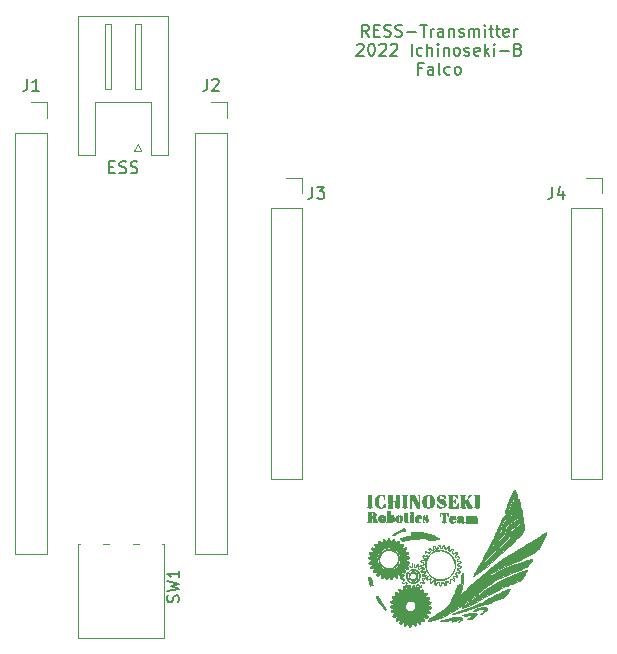
<source format=gbr>
%TF.GenerationSoftware,KiCad,Pcbnew,(6.0.8)*%
%TF.CreationDate,2022-10-07T10:45:27+09:00*%
%TF.ProjectId,Transmitter,5472616e-736d-4697-9474-65722e6b6963,rev?*%
%TF.SameCoordinates,Original*%
%TF.FileFunction,Legend,Top*%
%TF.FilePolarity,Positive*%
%FSLAX46Y46*%
G04 Gerber Fmt 4.6, Leading zero omitted, Abs format (unit mm)*
G04 Created by KiCad (PCBNEW (6.0.8)) date 2022-10-07 10:45:27*
%MOMM*%
%LPD*%
G01*
G04 APERTURE LIST*
%ADD10C,0.150000*%
%ADD11C,0.120000*%
%ADD12C,0.010000*%
G04 APERTURE END LIST*
D10*
X153071428Y-71842380D02*
X152738095Y-71366190D01*
X152500000Y-71842380D02*
X152500000Y-70842380D01*
X152880952Y-70842380D01*
X152976190Y-70890000D01*
X153023809Y-70937619D01*
X153071428Y-71032857D01*
X153071428Y-71175714D01*
X153023809Y-71270952D01*
X152976190Y-71318571D01*
X152880952Y-71366190D01*
X152500000Y-71366190D01*
X153500000Y-71318571D02*
X153833333Y-71318571D01*
X153976190Y-71842380D02*
X153500000Y-71842380D01*
X153500000Y-70842380D01*
X153976190Y-70842380D01*
X154357142Y-71794761D02*
X154500000Y-71842380D01*
X154738095Y-71842380D01*
X154833333Y-71794761D01*
X154880952Y-71747142D01*
X154928571Y-71651904D01*
X154928571Y-71556666D01*
X154880952Y-71461428D01*
X154833333Y-71413809D01*
X154738095Y-71366190D01*
X154547619Y-71318571D01*
X154452380Y-71270952D01*
X154404761Y-71223333D01*
X154357142Y-71128095D01*
X154357142Y-71032857D01*
X154404761Y-70937619D01*
X154452380Y-70890000D01*
X154547619Y-70842380D01*
X154785714Y-70842380D01*
X154928571Y-70890000D01*
X155309523Y-71794761D02*
X155452380Y-71842380D01*
X155690476Y-71842380D01*
X155785714Y-71794761D01*
X155833333Y-71747142D01*
X155880952Y-71651904D01*
X155880952Y-71556666D01*
X155833333Y-71461428D01*
X155785714Y-71413809D01*
X155690476Y-71366190D01*
X155500000Y-71318571D01*
X155404761Y-71270952D01*
X155357142Y-71223333D01*
X155309523Y-71128095D01*
X155309523Y-71032857D01*
X155357142Y-70937619D01*
X155404761Y-70890000D01*
X155500000Y-70842380D01*
X155738095Y-70842380D01*
X155880952Y-70890000D01*
X156309523Y-71461428D02*
X157071428Y-71461428D01*
X157404761Y-70842380D02*
X157976190Y-70842380D01*
X157690476Y-71842380D02*
X157690476Y-70842380D01*
X158309523Y-71842380D02*
X158309523Y-71175714D01*
X158309523Y-71366190D02*
X158357142Y-71270952D01*
X158404761Y-71223333D01*
X158500000Y-71175714D01*
X158595238Y-71175714D01*
X159357142Y-71842380D02*
X159357142Y-71318571D01*
X159309523Y-71223333D01*
X159214285Y-71175714D01*
X159023809Y-71175714D01*
X158928571Y-71223333D01*
X159357142Y-71794761D02*
X159261904Y-71842380D01*
X159023809Y-71842380D01*
X158928571Y-71794761D01*
X158880952Y-71699523D01*
X158880952Y-71604285D01*
X158928571Y-71509047D01*
X159023809Y-71461428D01*
X159261904Y-71461428D01*
X159357142Y-71413809D01*
X159833333Y-71175714D02*
X159833333Y-71842380D01*
X159833333Y-71270952D02*
X159880952Y-71223333D01*
X159976190Y-71175714D01*
X160119047Y-71175714D01*
X160214285Y-71223333D01*
X160261904Y-71318571D01*
X160261904Y-71842380D01*
X160690476Y-71794761D02*
X160785714Y-71842380D01*
X160976190Y-71842380D01*
X161071428Y-71794761D01*
X161119047Y-71699523D01*
X161119047Y-71651904D01*
X161071428Y-71556666D01*
X160976190Y-71509047D01*
X160833333Y-71509047D01*
X160738095Y-71461428D01*
X160690476Y-71366190D01*
X160690476Y-71318571D01*
X160738095Y-71223333D01*
X160833333Y-71175714D01*
X160976190Y-71175714D01*
X161071428Y-71223333D01*
X161547619Y-71842380D02*
X161547619Y-71175714D01*
X161547619Y-71270952D02*
X161595238Y-71223333D01*
X161690476Y-71175714D01*
X161833333Y-71175714D01*
X161928571Y-71223333D01*
X161976190Y-71318571D01*
X161976190Y-71842380D01*
X161976190Y-71318571D02*
X162023809Y-71223333D01*
X162119047Y-71175714D01*
X162261904Y-71175714D01*
X162357142Y-71223333D01*
X162404761Y-71318571D01*
X162404761Y-71842380D01*
X162880952Y-71842380D02*
X162880952Y-71175714D01*
X162880952Y-70842380D02*
X162833333Y-70890000D01*
X162880952Y-70937619D01*
X162928571Y-70890000D01*
X162880952Y-70842380D01*
X162880952Y-70937619D01*
X163214285Y-71175714D02*
X163595238Y-71175714D01*
X163357142Y-70842380D02*
X163357142Y-71699523D01*
X163404761Y-71794761D01*
X163500000Y-71842380D01*
X163595238Y-71842380D01*
X163785714Y-71175714D02*
X164166666Y-71175714D01*
X163928571Y-70842380D02*
X163928571Y-71699523D01*
X163976190Y-71794761D01*
X164071428Y-71842380D01*
X164166666Y-71842380D01*
X164880952Y-71794761D02*
X164785714Y-71842380D01*
X164595238Y-71842380D01*
X164500000Y-71794761D01*
X164452380Y-71699523D01*
X164452380Y-71318571D01*
X164500000Y-71223333D01*
X164595238Y-71175714D01*
X164785714Y-71175714D01*
X164880952Y-71223333D01*
X164928571Y-71318571D01*
X164928571Y-71413809D01*
X164452380Y-71509047D01*
X165357142Y-71842380D02*
X165357142Y-71175714D01*
X165357142Y-71366190D02*
X165404761Y-71270952D01*
X165452380Y-71223333D01*
X165547619Y-71175714D01*
X165642857Y-71175714D01*
X152047619Y-72547619D02*
X152095238Y-72500000D01*
X152190476Y-72452380D01*
X152428571Y-72452380D01*
X152523809Y-72500000D01*
X152571428Y-72547619D01*
X152619047Y-72642857D01*
X152619047Y-72738095D01*
X152571428Y-72880952D01*
X152000000Y-73452380D01*
X152619047Y-73452380D01*
X153238095Y-72452380D02*
X153333333Y-72452380D01*
X153428571Y-72500000D01*
X153476190Y-72547619D01*
X153523809Y-72642857D01*
X153571428Y-72833333D01*
X153571428Y-73071428D01*
X153523809Y-73261904D01*
X153476190Y-73357142D01*
X153428571Y-73404761D01*
X153333333Y-73452380D01*
X153238095Y-73452380D01*
X153142857Y-73404761D01*
X153095238Y-73357142D01*
X153047619Y-73261904D01*
X153000000Y-73071428D01*
X153000000Y-72833333D01*
X153047619Y-72642857D01*
X153095238Y-72547619D01*
X153142857Y-72500000D01*
X153238095Y-72452380D01*
X153952380Y-72547619D02*
X154000000Y-72500000D01*
X154095238Y-72452380D01*
X154333333Y-72452380D01*
X154428571Y-72500000D01*
X154476190Y-72547619D01*
X154523809Y-72642857D01*
X154523809Y-72738095D01*
X154476190Y-72880952D01*
X153904761Y-73452380D01*
X154523809Y-73452380D01*
X154904761Y-72547619D02*
X154952380Y-72500000D01*
X155047619Y-72452380D01*
X155285714Y-72452380D01*
X155380952Y-72500000D01*
X155428571Y-72547619D01*
X155476190Y-72642857D01*
X155476190Y-72738095D01*
X155428571Y-72880952D01*
X154857142Y-73452380D01*
X155476190Y-73452380D01*
X156666666Y-73452380D02*
X156666666Y-72452380D01*
X157571428Y-73404761D02*
X157476190Y-73452380D01*
X157285714Y-73452380D01*
X157190476Y-73404761D01*
X157142857Y-73357142D01*
X157095238Y-73261904D01*
X157095238Y-72976190D01*
X157142857Y-72880952D01*
X157190476Y-72833333D01*
X157285714Y-72785714D01*
X157476190Y-72785714D01*
X157571428Y-72833333D01*
X158000000Y-73452380D02*
X158000000Y-72452380D01*
X158428571Y-73452380D02*
X158428571Y-72928571D01*
X158380952Y-72833333D01*
X158285714Y-72785714D01*
X158142857Y-72785714D01*
X158047619Y-72833333D01*
X158000000Y-72880952D01*
X158904761Y-73452380D02*
X158904761Y-72785714D01*
X158904761Y-72452380D02*
X158857142Y-72500000D01*
X158904761Y-72547619D01*
X158952380Y-72500000D01*
X158904761Y-72452380D01*
X158904761Y-72547619D01*
X159380952Y-72785714D02*
X159380952Y-73452380D01*
X159380952Y-72880952D02*
X159428571Y-72833333D01*
X159523809Y-72785714D01*
X159666666Y-72785714D01*
X159761904Y-72833333D01*
X159809523Y-72928571D01*
X159809523Y-73452380D01*
X160428571Y-73452380D02*
X160333333Y-73404761D01*
X160285714Y-73357142D01*
X160238095Y-73261904D01*
X160238095Y-72976190D01*
X160285714Y-72880952D01*
X160333333Y-72833333D01*
X160428571Y-72785714D01*
X160571428Y-72785714D01*
X160666666Y-72833333D01*
X160714285Y-72880952D01*
X160761904Y-72976190D01*
X160761904Y-73261904D01*
X160714285Y-73357142D01*
X160666666Y-73404761D01*
X160571428Y-73452380D01*
X160428571Y-73452380D01*
X161142857Y-73404761D02*
X161238095Y-73452380D01*
X161428571Y-73452380D01*
X161523809Y-73404761D01*
X161571428Y-73309523D01*
X161571428Y-73261904D01*
X161523809Y-73166666D01*
X161428571Y-73119047D01*
X161285714Y-73119047D01*
X161190476Y-73071428D01*
X161142857Y-72976190D01*
X161142857Y-72928571D01*
X161190476Y-72833333D01*
X161285714Y-72785714D01*
X161428571Y-72785714D01*
X161523809Y-72833333D01*
X162380952Y-73404761D02*
X162285714Y-73452380D01*
X162095238Y-73452380D01*
X162000000Y-73404761D01*
X161952380Y-73309523D01*
X161952380Y-72928571D01*
X162000000Y-72833333D01*
X162095238Y-72785714D01*
X162285714Y-72785714D01*
X162380952Y-72833333D01*
X162428571Y-72928571D01*
X162428571Y-73023809D01*
X161952380Y-73119047D01*
X162857142Y-73452380D02*
X162857142Y-72452380D01*
X162952380Y-73071428D02*
X163238095Y-73452380D01*
X163238095Y-72785714D02*
X162857142Y-73166666D01*
X163666666Y-73452380D02*
X163666666Y-72785714D01*
X163666666Y-72452380D02*
X163619047Y-72500000D01*
X163666666Y-72547619D01*
X163714285Y-72500000D01*
X163666666Y-72452380D01*
X163666666Y-72547619D01*
X164142857Y-73071428D02*
X164904761Y-73071428D01*
X165714285Y-72928571D02*
X165857142Y-72976190D01*
X165904761Y-73023809D01*
X165952380Y-73119047D01*
X165952380Y-73261904D01*
X165904761Y-73357142D01*
X165857142Y-73404761D01*
X165761904Y-73452380D01*
X165380952Y-73452380D01*
X165380952Y-72452380D01*
X165714285Y-72452380D01*
X165809523Y-72500000D01*
X165857142Y-72547619D01*
X165904761Y-72642857D01*
X165904761Y-72738095D01*
X165857142Y-72833333D01*
X165809523Y-72880952D01*
X165714285Y-72928571D01*
X165380952Y-72928571D01*
X157547619Y-74538571D02*
X157214285Y-74538571D01*
X157214285Y-75062380D02*
X157214285Y-74062380D01*
X157690476Y-74062380D01*
X158500000Y-75062380D02*
X158500000Y-74538571D01*
X158452380Y-74443333D01*
X158357142Y-74395714D01*
X158166666Y-74395714D01*
X158071428Y-74443333D01*
X158500000Y-75014761D02*
X158404761Y-75062380D01*
X158166666Y-75062380D01*
X158071428Y-75014761D01*
X158023809Y-74919523D01*
X158023809Y-74824285D01*
X158071428Y-74729047D01*
X158166666Y-74681428D01*
X158404761Y-74681428D01*
X158500000Y-74633809D01*
X159119047Y-75062380D02*
X159023809Y-75014761D01*
X158976190Y-74919523D01*
X158976190Y-74062380D01*
X159928571Y-75014761D02*
X159833333Y-75062380D01*
X159642857Y-75062380D01*
X159547619Y-75014761D01*
X159500000Y-74967142D01*
X159452380Y-74871904D01*
X159452380Y-74586190D01*
X159500000Y-74490952D01*
X159547619Y-74443333D01*
X159642857Y-74395714D01*
X159833333Y-74395714D01*
X159928571Y-74443333D01*
X160500000Y-75062380D02*
X160404761Y-75014761D01*
X160357142Y-74967142D01*
X160309523Y-74871904D01*
X160309523Y-74586190D01*
X160357142Y-74490952D01*
X160404761Y-74443333D01*
X160500000Y-74395714D01*
X160642857Y-74395714D01*
X160738095Y-74443333D01*
X160785714Y-74490952D01*
X160833333Y-74586190D01*
X160833333Y-74871904D01*
X160785714Y-74967142D01*
X160738095Y-75014761D01*
X160642857Y-75062380D01*
X160500000Y-75062380D01*
%TO.C,J4*%
X168601666Y-84572380D02*
X168601666Y-85286666D01*
X168554047Y-85429523D01*
X168458809Y-85524761D01*
X168315952Y-85572380D01*
X168220714Y-85572380D01*
X169506428Y-84905714D02*
X169506428Y-85572380D01*
X169268333Y-84524761D02*
X169030238Y-85239047D01*
X169649285Y-85239047D01*
%TO.C,J3*%
X148281666Y-84572380D02*
X148281666Y-85286666D01*
X148234047Y-85429523D01*
X148138809Y-85524761D01*
X147995952Y-85572380D01*
X147900714Y-85572380D01*
X148662619Y-84572380D02*
X149281666Y-84572380D01*
X148948333Y-84953333D01*
X149091190Y-84953333D01*
X149186428Y-85000952D01*
X149234047Y-85048571D01*
X149281666Y-85143809D01*
X149281666Y-85381904D01*
X149234047Y-85477142D01*
X149186428Y-85524761D01*
X149091190Y-85572380D01*
X148805476Y-85572380D01*
X148710238Y-85524761D01*
X148662619Y-85477142D01*
%TO.C,J1*%
X124126666Y-75422380D02*
X124126666Y-76136666D01*
X124079047Y-76279523D01*
X123983809Y-76374761D01*
X123840952Y-76422380D01*
X123745714Y-76422380D01*
X125126666Y-76422380D02*
X124555238Y-76422380D01*
X124840952Y-76422380D02*
X124840952Y-75422380D01*
X124745714Y-75565238D01*
X124650476Y-75660476D01*
X124555238Y-75708095D01*
%TO.C,ESS*%
X131083333Y-82878571D02*
X131416666Y-82878571D01*
X131559523Y-83402380D02*
X131083333Y-83402380D01*
X131083333Y-82402380D01*
X131559523Y-82402380D01*
X131940476Y-83354761D02*
X132083333Y-83402380D01*
X132321428Y-83402380D01*
X132416666Y-83354761D01*
X132464285Y-83307142D01*
X132511904Y-83211904D01*
X132511904Y-83116666D01*
X132464285Y-83021428D01*
X132416666Y-82973809D01*
X132321428Y-82926190D01*
X132130952Y-82878571D01*
X132035714Y-82830952D01*
X131988095Y-82783333D01*
X131940476Y-82688095D01*
X131940476Y-82592857D01*
X131988095Y-82497619D01*
X132035714Y-82450000D01*
X132130952Y-82402380D01*
X132369047Y-82402380D01*
X132511904Y-82450000D01*
X132892857Y-83354761D02*
X133035714Y-83402380D01*
X133273809Y-83402380D01*
X133369047Y-83354761D01*
X133416666Y-83307142D01*
X133464285Y-83211904D01*
X133464285Y-83116666D01*
X133416666Y-83021428D01*
X133369047Y-82973809D01*
X133273809Y-82926190D01*
X133083333Y-82878571D01*
X132988095Y-82830952D01*
X132940476Y-82783333D01*
X132892857Y-82688095D01*
X132892857Y-82592857D01*
X132940476Y-82497619D01*
X132988095Y-82450000D01*
X133083333Y-82402380D01*
X133321428Y-82402380D01*
X133464285Y-82450000D01*
%TO.C,SW1*%
X136934761Y-119723333D02*
X136982380Y-119580476D01*
X136982380Y-119342380D01*
X136934761Y-119247142D01*
X136887142Y-119199523D01*
X136791904Y-119151904D01*
X136696666Y-119151904D01*
X136601428Y-119199523D01*
X136553809Y-119247142D01*
X136506190Y-119342380D01*
X136458571Y-119532857D01*
X136410952Y-119628095D01*
X136363333Y-119675714D01*
X136268095Y-119723333D01*
X136172857Y-119723333D01*
X136077619Y-119675714D01*
X136030000Y-119628095D01*
X135982380Y-119532857D01*
X135982380Y-119294761D01*
X136030000Y-119151904D01*
X135982380Y-118818571D02*
X136982380Y-118580476D01*
X136268095Y-118390000D01*
X136982380Y-118199523D01*
X135982380Y-117961428D01*
X136982380Y-117056666D02*
X136982380Y-117628095D01*
X136982380Y-117342380D02*
X135982380Y-117342380D01*
X136125238Y-117437619D01*
X136220476Y-117532857D01*
X136268095Y-117628095D01*
%TO.C,J2*%
X139366666Y-75422380D02*
X139366666Y-76136666D01*
X139319047Y-76279523D01*
X139223809Y-76374761D01*
X139080952Y-76422380D01*
X138985714Y-76422380D01*
X139795238Y-75517619D02*
X139842857Y-75470000D01*
X139938095Y-75422380D01*
X140176190Y-75422380D01*
X140271428Y-75470000D01*
X140319047Y-75517619D01*
X140366666Y-75612857D01*
X140366666Y-75708095D01*
X140319047Y-75850952D01*
X139747619Y-76422380D01*
X140366666Y-76422380D01*
D11*
%TO.C,J4*%
X170145000Y-86390000D02*
X170145000Y-109310000D01*
X170145000Y-86390000D02*
X172805000Y-86390000D01*
X170145000Y-109310000D02*
X172805000Y-109310000D01*
X172805000Y-83790000D02*
X172805000Y-85120000D01*
X172805000Y-86390000D02*
X172805000Y-109310000D01*
X171475000Y-83790000D02*
X172805000Y-83790000D01*
%TO.C,J3*%
X147405000Y-83790000D02*
X147405000Y-85120000D01*
X146075000Y-83790000D02*
X147405000Y-83790000D01*
X144745000Y-109310000D02*
X147405000Y-109310000D01*
X144745000Y-86390000D02*
X144745000Y-109310000D01*
X147405000Y-86390000D02*
X147405000Y-109310000D01*
X144745000Y-86390000D02*
X147405000Y-86390000D01*
%TO.C,J1*%
X124460000Y-77410000D02*
X125790000Y-77410000D01*
X123130000Y-115630000D02*
X125790000Y-115630000D01*
X125790000Y-80010000D02*
X125790000Y-115630000D01*
X125790000Y-77410000D02*
X125790000Y-78740000D01*
X123130000Y-80010000D02*
X125790000Y-80010000D01*
X123130000Y-80010000D02*
X123130000Y-115630000D01*
%TO.C,ESS*%
X133800000Y-81550000D02*
X133200000Y-81550000D01*
X134640000Y-77360000D02*
X132250000Y-77360000D01*
X136060000Y-70140000D02*
X136060000Y-81860000D01*
X128440000Y-70140000D02*
X128440000Y-81860000D01*
X134640000Y-81860000D02*
X134640000Y-77360000D01*
X131250000Y-70750000D02*
X130750000Y-70750000D01*
X133250000Y-76250000D02*
X133750000Y-76250000D01*
X132250000Y-70140000D02*
X128440000Y-70140000D01*
X131250000Y-76250000D02*
X131250000Y-70750000D01*
X130750000Y-76250000D02*
X131250000Y-76250000D01*
X130750000Y-70750000D02*
X130750000Y-76250000D01*
X133250000Y-70750000D02*
X133250000Y-76250000D01*
X133500000Y-80950000D02*
X133800000Y-81550000D01*
X129860000Y-77360000D02*
X132250000Y-77360000D01*
X128440000Y-81860000D02*
X129860000Y-81860000D01*
X129860000Y-81860000D02*
X129860000Y-77360000D01*
X133750000Y-76250000D02*
X133750000Y-70750000D01*
X133750000Y-70750000D02*
X133250000Y-70750000D01*
X132250000Y-70140000D02*
X136060000Y-70140000D01*
X136060000Y-81860000D02*
X134640000Y-81860000D01*
X133200000Y-81550000D02*
X133500000Y-80950000D01*
%TO.C,J8*%
G36*
X156499466Y-116680426D02*
G01*
X156533980Y-116718088D01*
X156560563Y-116758957D01*
X156555356Y-116774532D01*
X156522255Y-116752519D01*
X156498195Y-116718088D01*
X156478039Y-116674312D01*
X156476819Y-116661643D01*
X156499466Y-116680426D01*
G37*
D12*
X156499466Y-116680426D02*
X156533980Y-116718088D01*
X156560563Y-116758957D01*
X156555356Y-116774532D01*
X156522255Y-116752519D01*
X156498195Y-116718088D01*
X156478039Y-116674312D01*
X156476819Y-116661643D01*
X156499466Y-116680426D01*
G36*
X157113617Y-113790932D02*
G01*
X157345062Y-113801235D01*
X157539582Y-113817945D01*
X157715910Y-113844383D01*
X157892781Y-113883867D01*
X158088929Y-113939717D01*
X158258053Y-113993715D01*
X158363061Y-114031727D01*
X158485775Y-114081548D01*
X158615720Y-114138235D01*
X158742422Y-114196846D01*
X158855405Y-114252437D01*
X158944194Y-114300066D01*
X158998316Y-114334788D01*
X159009973Y-114348551D01*
X158984891Y-114371665D01*
X158922153Y-114391302D01*
X158840524Y-114402279D01*
X158812417Y-114403118D01*
X158750414Y-114409471D01*
X158653891Y-114426155D01*
X158543048Y-114449653D01*
X158536080Y-114451273D01*
X158330299Y-114499404D01*
X158098636Y-114424857D01*
X157950283Y-114381068D01*
X157782698Y-114337505D01*
X157631793Y-114303494D01*
X157629797Y-114303096D01*
X157514724Y-114280845D01*
X157441914Y-114270345D01*
X157398330Y-114272035D01*
X157370934Y-114286357D01*
X157347575Y-114312638D01*
X157324059Y-114335612D01*
X157289419Y-114352215D01*
X157233986Y-114364018D01*
X157148090Y-114372590D01*
X157022059Y-114379501D01*
X156907417Y-114384093D01*
X156692118Y-114395795D01*
X156512778Y-114414796D01*
X156349104Y-114443728D01*
X156230731Y-114471884D01*
X156087777Y-114508446D01*
X155987543Y-114530933D01*
X155918153Y-114539595D01*
X155867728Y-114534678D01*
X155824392Y-114516431D01*
X155776268Y-114485101D01*
X155771049Y-114481477D01*
X155707844Y-114422524D01*
X155690092Y-114370526D01*
X155718954Y-114334379D01*
X155750630Y-114325124D01*
X155825050Y-114305898D01*
X155863195Y-114291556D01*
X155987706Y-114244934D01*
X156141380Y-114198541D01*
X156298465Y-114159370D01*
X156433211Y-114134411D01*
X156449599Y-114132360D01*
X156540322Y-114118123D01*
X156606156Y-114100630D01*
X156628685Y-114087775D01*
X156637725Y-114046400D01*
X156642988Y-113969681D01*
X156643590Y-113918852D01*
X156642483Y-113775840D01*
X157113617Y-113790932D01*
G37*
X157113617Y-113790932D02*
X157345062Y-113801235D01*
X157539582Y-113817945D01*
X157715910Y-113844383D01*
X157892781Y-113883867D01*
X158088929Y-113939717D01*
X158258053Y-113993715D01*
X158363061Y-114031727D01*
X158485775Y-114081548D01*
X158615720Y-114138235D01*
X158742422Y-114196846D01*
X158855405Y-114252437D01*
X158944194Y-114300066D01*
X158998316Y-114334788D01*
X159009973Y-114348551D01*
X158984891Y-114371665D01*
X158922153Y-114391302D01*
X158840524Y-114402279D01*
X158812417Y-114403118D01*
X158750414Y-114409471D01*
X158653891Y-114426155D01*
X158543048Y-114449653D01*
X158536080Y-114451273D01*
X158330299Y-114499404D01*
X158098636Y-114424857D01*
X157950283Y-114381068D01*
X157782698Y-114337505D01*
X157631793Y-114303494D01*
X157629797Y-114303096D01*
X157514724Y-114280845D01*
X157441914Y-114270345D01*
X157398330Y-114272035D01*
X157370934Y-114286357D01*
X157347575Y-114312638D01*
X157324059Y-114335612D01*
X157289419Y-114352215D01*
X157233986Y-114364018D01*
X157148090Y-114372590D01*
X157022059Y-114379501D01*
X156907417Y-114384093D01*
X156692118Y-114395795D01*
X156512778Y-114414796D01*
X156349104Y-114443728D01*
X156230731Y-114471884D01*
X156087777Y-114508446D01*
X155987543Y-114530933D01*
X155918153Y-114539595D01*
X155867728Y-114534678D01*
X155824392Y-114516431D01*
X155776268Y-114485101D01*
X155771049Y-114481477D01*
X155707844Y-114422524D01*
X155690092Y-114370526D01*
X155718954Y-114334379D01*
X155750630Y-114325124D01*
X155825050Y-114305898D01*
X155863195Y-114291556D01*
X155987706Y-114244934D01*
X156141380Y-114198541D01*
X156298465Y-114159370D01*
X156433211Y-114134411D01*
X156449599Y-114132360D01*
X156540322Y-114118123D01*
X156606156Y-114100630D01*
X156628685Y-114087775D01*
X156637725Y-114046400D01*
X156642988Y-113969681D01*
X156643590Y-113918852D01*
X156642483Y-113775840D01*
X157113617Y-113790932D01*
G36*
X158614862Y-118199754D02*
G01*
X158641785Y-118225115D01*
X158643084Y-118229642D01*
X158621248Y-118241764D01*
X158614862Y-118242088D01*
X158587724Y-118220392D01*
X158586639Y-118212200D01*
X158603929Y-118195344D01*
X158614862Y-118199754D01*
G37*
X158614862Y-118199754D02*
X158641785Y-118225115D01*
X158643084Y-118229642D01*
X158621248Y-118241764D01*
X158614862Y-118242088D01*
X158587724Y-118220392D01*
X158586639Y-118212200D01*
X158603929Y-118195344D01*
X158614862Y-118199754D01*
G36*
X153171813Y-117595714D02*
G01*
X153233727Y-117677115D01*
X153254182Y-117728496D01*
X153279034Y-117814800D01*
X153305290Y-117921927D01*
X153329960Y-118035774D01*
X153350052Y-118142242D01*
X153362574Y-118227228D01*
X153364534Y-118276631D01*
X153362231Y-118282849D01*
X153330059Y-118294440D01*
X153264082Y-118309686D01*
X153246046Y-118313180D01*
X153174845Y-118321931D01*
X153137748Y-118307878D01*
X153115547Y-118266308D01*
X153100441Y-118211108D01*
X153079759Y-118115363D01*
X153056640Y-117994300D01*
X153041165Y-117905502D01*
X153019770Y-117774023D01*
X153008271Y-117686995D01*
X153006653Y-117633301D01*
X153014899Y-117601824D01*
X153032993Y-117581448D01*
X153040694Y-117575579D01*
X153104749Y-117558369D01*
X153171813Y-117595714D01*
G37*
X153171813Y-117595714D02*
X153233727Y-117677115D01*
X153254182Y-117728496D01*
X153279034Y-117814800D01*
X153305290Y-117921927D01*
X153329960Y-118035774D01*
X153350052Y-118142242D01*
X153362574Y-118227228D01*
X153364534Y-118276631D01*
X153362231Y-118282849D01*
X153330059Y-118294440D01*
X153264082Y-118309686D01*
X153246046Y-118313180D01*
X153174845Y-118321931D01*
X153137748Y-118307878D01*
X153115547Y-118266308D01*
X153100441Y-118211108D01*
X153079759Y-118115363D01*
X153056640Y-117994300D01*
X153041165Y-117905502D01*
X153019770Y-117774023D01*
X153008271Y-117686995D01*
X153006653Y-117633301D01*
X153014899Y-117601824D01*
X153032993Y-117581448D01*
X153040694Y-117575579D01*
X153104749Y-117558369D01*
X153171813Y-117595714D01*
G36*
X160745639Y-112849095D02*
G01*
X160743890Y-112933574D01*
X160732970Y-112976001D01*
X160704375Y-112990767D01*
X160660973Y-112992322D01*
X160586610Y-112984139D01*
X160537500Y-112967310D01*
X160508474Y-112921087D01*
X160499464Y-112850527D01*
X160512137Y-112784671D01*
X160525825Y-112763835D01*
X160570593Y-112741027D01*
X160642855Y-112722166D01*
X160649297Y-112721071D01*
X160745639Y-112705437D01*
X160745639Y-112849095D01*
G37*
X160745639Y-112849095D02*
X160743890Y-112933574D01*
X160732970Y-112976001D01*
X160704375Y-112990767D01*
X160660973Y-112992322D01*
X160586610Y-112984139D01*
X160537500Y-112967310D01*
X160508474Y-112921087D01*
X160499464Y-112850527D01*
X160512137Y-112784671D01*
X160525825Y-112763835D01*
X160570593Y-112741027D01*
X160642855Y-112722166D01*
X160649297Y-112721071D01*
X160745639Y-112705437D01*
X160745639Y-112849095D01*
G36*
X160394656Y-115863713D02*
G01*
X160431867Y-115885365D01*
X160433212Y-115902852D01*
X160396505Y-115926861D01*
X160361284Y-115900799D01*
X160355659Y-115888726D01*
X160359003Y-115861203D01*
X160394656Y-115863713D01*
G37*
X160394656Y-115863713D02*
X160431867Y-115885365D01*
X160433212Y-115902852D01*
X160396505Y-115926861D01*
X160361284Y-115900799D01*
X160355659Y-115888726D01*
X160359003Y-115861203D01*
X160394656Y-115863713D01*
G36*
X160602789Y-116464488D02*
G01*
X160576912Y-116508481D01*
X160546320Y-116543802D01*
X160535893Y-116533754D01*
X160534870Y-116515142D01*
X160549860Y-116463453D01*
X160564072Y-116448816D01*
X160600307Y-116438166D01*
X160602789Y-116464488D01*
G37*
X160602789Y-116464488D02*
X160576912Y-116508481D01*
X160546320Y-116543802D01*
X160535893Y-116533754D01*
X160534870Y-116515142D01*
X160549860Y-116463453D01*
X160564072Y-116448816D01*
X160600307Y-116438166D01*
X160602789Y-116464488D01*
G36*
X156863762Y-116541715D02*
G01*
X156879195Y-116576977D01*
X156888929Y-116630371D01*
X156884349Y-116651786D01*
X156866405Y-116640461D01*
X156850973Y-116605199D01*
X156841239Y-116551805D01*
X156845819Y-116530389D01*
X156863762Y-116541715D01*
G37*
X156863762Y-116541715D02*
X156879195Y-116576977D01*
X156888929Y-116630371D01*
X156884349Y-116651786D01*
X156866405Y-116640461D01*
X156850973Y-116605199D01*
X156841239Y-116551805D01*
X156845819Y-116530389D01*
X156863762Y-116541715D01*
G36*
X154806993Y-112237810D02*
G01*
X154808798Y-112467330D01*
X154808791Y-112645287D01*
X154806859Y-112776539D01*
X154802894Y-112865940D01*
X154796786Y-112918347D01*
X154791189Y-112935599D01*
X154754583Y-112952329D01*
X154682318Y-112961591D01*
X154640918Y-112962304D01*
X154571553Y-112958451D01*
X154539968Y-112951058D01*
X154543806Y-112945841D01*
X154558104Y-112923754D01*
X154568335Y-112866948D01*
X154574938Y-112769661D01*
X154578352Y-112626128D01*
X154579084Y-112482402D01*
X154579084Y-112033199D01*
X154804862Y-112033199D01*
X154806993Y-112237810D01*
G37*
X154806993Y-112237810D02*
X154808798Y-112467330D01*
X154808791Y-112645287D01*
X154806859Y-112776539D01*
X154802894Y-112865940D01*
X154796786Y-112918347D01*
X154791189Y-112935599D01*
X154754583Y-112952329D01*
X154682318Y-112961591D01*
X154640918Y-112962304D01*
X154571553Y-112958451D01*
X154539968Y-112951058D01*
X154543806Y-112945841D01*
X154558104Y-112923754D01*
X154568335Y-112866948D01*
X154574938Y-112769661D01*
X154578352Y-112626128D01*
X154579084Y-112482402D01*
X154579084Y-112033199D01*
X154804862Y-112033199D01*
X154806993Y-112237810D01*
G36*
X160269507Y-117492724D02*
G01*
X160244695Y-117510570D01*
X160203682Y-117552655D01*
X160195306Y-117580268D01*
X160179614Y-117616916D01*
X160167084Y-117621199D01*
X160139651Y-117602945D01*
X160138862Y-117597351D01*
X160159398Y-117559503D01*
X160205295Y-117514753D01*
X160252977Y-117484334D01*
X160268084Y-117480946D01*
X160269507Y-117492724D01*
G37*
X160269507Y-117492724D02*
X160244695Y-117510570D01*
X160203682Y-117552655D01*
X160195306Y-117580268D01*
X160179614Y-117616916D01*
X160167084Y-117621199D01*
X160139651Y-117602945D01*
X160138862Y-117597351D01*
X160159398Y-117559503D01*
X160205295Y-117514753D01*
X160252977Y-117484334D01*
X160268084Y-117480946D01*
X160269507Y-117492724D01*
G36*
X158045599Y-110654895D02*
G01*
X158036310Y-110664896D01*
X158004562Y-110678104D01*
X157953869Y-110716813D01*
X157917666Y-110789702D01*
X157894523Y-110902688D01*
X157883009Y-111061684D01*
X157881084Y-111188906D01*
X157884983Y-111373913D01*
X157898455Y-111509619D01*
X157924162Y-111602739D01*
X157964768Y-111659993D01*
X158022934Y-111688097D01*
X158081321Y-111694100D01*
X158149520Y-111684579D01*
X158199076Y-111650257D01*
X158233172Y-111583883D01*
X158254990Y-111478207D01*
X158267712Y-111325980D01*
X158270501Y-111263145D01*
X158273341Y-111059973D01*
X158263615Y-110906324D01*
X158240038Y-110796416D01*
X158201325Y-110724466D01*
X158146194Y-110684691D01*
X158141640Y-110682946D01*
X158093641Y-110664227D01*
X158092733Y-110655965D01*
X158143026Y-110653067D01*
X158166188Y-110652538D01*
X158286392Y-110676007D01*
X158401982Y-110744948D01*
X158497469Y-110849446D01*
X158513461Y-110874883D01*
X158554461Y-110986675D01*
X158572853Y-111128677D01*
X158568545Y-111279342D01*
X158541445Y-111417119D01*
X158516060Y-111481044D01*
X158446897Y-111589504D01*
X158362692Y-111659947D01*
X158250384Y-111699724D01*
X158098374Y-111716127D01*
X157980049Y-111717632D01*
X157896999Y-111707851D01*
X157828571Y-111683141D01*
X157789130Y-111661535D01*
X157675216Y-111564177D01*
X157604196Y-111432211D01*
X157575426Y-111264099D01*
X157577352Y-111156046D01*
X157609445Y-110981029D01*
X157675308Y-110837116D01*
X157769780Y-110730460D01*
X157887701Y-110667211D01*
X158000122Y-110652099D01*
X158045599Y-110654895D01*
G37*
X158045599Y-110654895D02*
X158036310Y-110664896D01*
X158004562Y-110678104D01*
X157953869Y-110716813D01*
X157917666Y-110789702D01*
X157894523Y-110902688D01*
X157883009Y-111061684D01*
X157881084Y-111188906D01*
X157884983Y-111373913D01*
X157898455Y-111509619D01*
X157924162Y-111602739D01*
X157964768Y-111659993D01*
X158022934Y-111688097D01*
X158081321Y-111694100D01*
X158149520Y-111684579D01*
X158199076Y-111650257D01*
X158233172Y-111583883D01*
X158254990Y-111478207D01*
X158267712Y-111325980D01*
X158270501Y-111263145D01*
X158273341Y-111059973D01*
X158263615Y-110906324D01*
X158240038Y-110796416D01*
X158201325Y-110724466D01*
X158146194Y-110684691D01*
X158141640Y-110682946D01*
X158093641Y-110664227D01*
X158092733Y-110655965D01*
X158143026Y-110653067D01*
X158166188Y-110652538D01*
X158286392Y-110676007D01*
X158401982Y-110744948D01*
X158497469Y-110849446D01*
X158513461Y-110874883D01*
X158554461Y-110986675D01*
X158572853Y-111128677D01*
X158568545Y-111279342D01*
X158541445Y-111417119D01*
X158516060Y-111481044D01*
X158446897Y-111589504D01*
X158362692Y-111659947D01*
X158250384Y-111699724D01*
X158098374Y-111716127D01*
X157980049Y-111717632D01*
X157896999Y-111707851D01*
X157828571Y-111683141D01*
X157789130Y-111661535D01*
X157675216Y-111564177D01*
X157604196Y-111432211D01*
X157575426Y-111264099D01*
X157577352Y-111156046D01*
X157609445Y-110981029D01*
X157675308Y-110837116D01*
X157769780Y-110730460D01*
X157887701Y-110667211D01*
X158000122Y-110652099D01*
X158045599Y-110654895D01*
G36*
X160368042Y-115515679D02*
G01*
X160330674Y-115543901D01*
X160300824Y-115560977D01*
X160209731Y-115604500D01*
X160157801Y-115614974D01*
X160139152Y-115593365D01*
X160138862Y-115587533D01*
X160156145Y-115570663D01*
X160167034Y-115575057D01*
X160208500Y-115573483D01*
X160257980Y-115548500D01*
X160320554Y-115515145D01*
X160363445Y-115504532D01*
X160368042Y-115515679D01*
G37*
X160368042Y-115515679D02*
X160330674Y-115543901D01*
X160300824Y-115560977D01*
X160209731Y-115604500D01*
X160157801Y-115614974D01*
X160139152Y-115593365D01*
X160138862Y-115587533D01*
X160156145Y-115570663D01*
X160167034Y-115575057D01*
X160208500Y-115573483D01*
X160257980Y-115548500D01*
X160320554Y-115515145D01*
X160363445Y-115504532D01*
X160368042Y-115515679D01*
G36*
X156731044Y-116448440D02*
G01*
X156720830Y-116502912D01*
X156706053Y-116548754D01*
X156683308Y-116607479D01*
X156672737Y-116616049D01*
X156669573Y-116578148D01*
X156669553Y-116576977D01*
X156678830Y-116505145D01*
X156694648Y-116464905D01*
X156721992Y-116433387D01*
X156731044Y-116448440D01*
G37*
X156731044Y-116448440D02*
X156720830Y-116502912D01*
X156706053Y-116548754D01*
X156683308Y-116607479D01*
X156672737Y-116616049D01*
X156669573Y-116578148D01*
X156669553Y-116576977D01*
X156678830Y-116505145D01*
X156694648Y-116464905D01*
X156721992Y-116433387D01*
X156731044Y-116448440D01*
G36*
X160703306Y-115970199D02*
G01*
X160689195Y-115984310D01*
X160675084Y-115970199D01*
X160689195Y-115956088D01*
X160703306Y-115970199D01*
G37*
X160703306Y-115970199D02*
X160689195Y-115984310D01*
X160675084Y-115970199D01*
X160689195Y-115956088D01*
X160703306Y-115970199D01*
G36*
X157497063Y-118009893D02*
G01*
X157502247Y-118012161D01*
X157583382Y-118037346D01*
X157642523Y-118044532D01*
X157694922Y-118054361D01*
X157711750Y-118072754D01*
X157688677Y-118096140D01*
X157630716Y-118098245D01*
X157554754Y-118080264D01*
X157502940Y-118057965D01*
X157442232Y-118028631D01*
X157410810Y-118031609D01*
X157387295Y-118074326D01*
X157376191Y-118102010D01*
X157356088Y-118147730D01*
X157348401Y-118142751D01*
X157346650Y-118111488D01*
X157365775Y-118036962D01*
X157420129Y-118000406D01*
X157497063Y-118009893D01*
G37*
X157497063Y-118009893D02*
X157502247Y-118012161D01*
X157583382Y-118037346D01*
X157642523Y-118044532D01*
X157694922Y-118054361D01*
X157711750Y-118072754D01*
X157688677Y-118096140D01*
X157630716Y-118098245D01*
X157554754Y-118080264D01*
X157502940Y-118057965D01*
X157442232Y-118028631D01*
X157410810Y-118031609D01*
X157387295Y-118074326D01*
X157376191Y-118102010D01*
X157356088Y-118147730D01*
X157348401Y-118142751D01*
X157346650Y-118111488D01*
X157365775Y-118036962D01*
X157420129Y-118000406D01*
X157497063Y-118009893D01*
G36*
X157303246Y-118335611D02*
G01*
X157323695Y-118351377D01*
X157362781Y-118386191D01*
X157373084Y-118400765D01*
X157359355Y-118409213D01*
X157321838Y-118372959D01*
X157313039Y-118362032D01*
X157288631Y-118328603D01*
X157303246Y-118335611D01*
G37*
X157303246Y-118335611D02*
X157323695Y-118351377D01*
X157362781Y-118386191D01*
X157373084Y-118400765D01*
X157359355Y-118409213D01*
X157321838Y-118372959D01*
X157313039Y-118362032D01*
X157288631Y-118328603D01*
X157303246Y-118335611D01*
G36*
X159941766Y-118058928D02*
G01*
X159958047Y-118092750D01*
X159954212Y-118102927D01*
X159913267Y-118125603D01*
X159855475Y-118125615D01*
X159815933Y-118103608D01*
X159824963Y-118089186D01*
X159856600Y-118092789D01*
X159902548Y-118091730D01*
X159913084Y-118074380D01*
X159930244Y-118054618D01*
X159941766Y-118058928D01*
G37*
X159941766Y-118058928D02*
X159958047Y-118092750D01*
X159954212Y-118102927D01*
X159913267Y-118125603D01*
X159855475Y-118125615D01*
X159815933Y-118103608D01*
X159824963Y-118089186D01*
X159856600Y-118092789D01*
X159902548Y-118091730D01*
X159913084Y-118074380D01*
X159930244Y-118054618D01*
X159941766Y-118058928D01*
G36*
X162714944Y-116052602D02*
G01*
X162813903Y-115860222D01*
X162919609Y-115652684D01*
X163027540Y-115438870D01*
X163133174Y-115227662D01*
X163231989Y-115027944D01*
X163284508Y-114920264D01*
X163475884Y-114920264D01*
X163480981Y-114936409D01*
X163482431Y-114938851D01*
X163510427Y-114963279D01*
X163552720Y-114958105D01*
X163617349Y-114919854D01*
X163712355Y-114845051D01*
X163726078Y-114833538D01*
X163813974Y-114758434D01*
X163927504Y-114659975D01*
X164050251Y-114552457D01*
X164138539Y-114474421D01*
X164249483Y-114376182D01*
X164355698Y-114282628D01*
X164444062Y-114205287D01*
X164495378Y-114160871D01*
X164573463Y-114075315D01*
X164597973Y-113999686D01*
X164605257Y-113930307D01*
X164624379Y-113824496D01*
X164651240Y-113699973D01*
X164681742Y-113574452D01*
X164711787Y-113465654D01*
X164737276Y-113391293D01*
X164740231Y-113384675D01*
X164775069Y-113344931D01*
X164848579Y-113282428D01*
X164951193Y-113203717D01*
X165073344Y-113115348D01*
X165205465Y-113023871D01*
X165337988Y-112935835D01*
X165461345Y-112857790D01*
X165565970Y-112796288D01*
X165642295Y-112757877D01*
X165668813Y-112748953D01*
X165759343Y-112714190D01*
X165801595Y-112657982D01*
X165798674Y-112601605D01*
X165756260Y-112542560D01*
X165691715Y-112520611D01*
X165625072Y-112535326D01*
X165576360Y-112586270D01*
X165568769Y-112606580D01*
X165536182Y-112648577D01*
X165455359Y-112716298D01*
X165327736Y-112808656D01*
X165154746Y-112924564D01*
X165114915Y-112950421D01*
X164973243Y-113043695D01*
X164846631Y-113130305D01*
X164743422Y-113204283D01*
X164671957Y-113259663D01*
X164641399Y-113289088D01*
X164626445Y-113316275D01*
X164611167Y-113355574D01*
X164593491Y-113414870D01*
X164571345Y-113502051D01*
X164542658Y-113625005D01*
X164505356Y-113791617D01*
X164484409Y-113886563D01*
X164472357Y-113935987D01*
X164456446Y-113979047D01*
X164430941Y-114022077D01*
X164390103Y-114071410D01*
X164328197Y-114133380D01*
X164239484Y-114214318D01*
X164118228Y-114320559D01*
X163993741Y-114428194D01*
X163828044Y-114571473D01*
X163700635Y-114682717D01*
X163606887Y-114766550D01*
X163542167Y-114827598D01*
X163501847Y-114870483D01*
X163481296Y-114899830D01*
X163475884Y-114920264D01*
X163284508Y-114920264D01*
X163319463Y-114848596D01*
X163325705Y-114835665D01*
X163397014Y-114689297D01*
X163451987Y-114583286D01*
X163498331Y-114506920D01*
X163543754Y-114449487D01*
X163595960Y-114400277D01*
X163662658Y-114348576D01*
X163691188Y-114327665D01*
X163905972Y-114164989D01*
X164072317Y-114025532D01*
X164189645Y-113909842D01*
X164257374Y-113818467D01*
X164273736Y-113776672D01*
X164290944Y-113705957D01*
X164320509Y-113596075D01*
X164358295Y-113461294D01*
X164400165Y-113315883D01*
X164441984Y-113174111D01*
X164479614Y-113050245D01*
X164508920Y-112958555D01*
X164520197Y-112926467D01*
X164562042Y-112869763D01*
X164649775Y-112792725D01*
X164778221Y-112699074D01*
X164942205Y-112592531D01*
X165136553Y-112476819D01*
X165178828Y-112452781D01*
X165241549Y-112415584D01*
X165289619Y-112378850D01*
X165329220Y-112332782D01*
X165366537Y-112267581D01*
X165407754Y-112173449D01*
X165459054Y-112040587D01*
X165488159Y-111962643D01*
X165526512Y-111867893D01*
X165561416Y-111812053D01*
X165605727Y-111779992D01*
X165660174Y-111760201D01*
X165756558Y-111737396D01*
X165848437Y-111725312D01*
X165857985Y-111724923D01*
X165946775Y-111722754D01*
X165991996Y-111969699D01*
X166024419Y-112156001D01*
X166057328Y-112361544D01*
X166089266Y-112575516D01*
X166118775Y-112787107D01*
X166144395Y-112985504D01*
X166164671Y-113159897D01*
X166178142Y-113299473D01*
X166183280Y-113388146D01*
X166180902Y-113499543D01*
X166166422Y-113599302D01*
X166135446Y-113694586D01*
X166083583Y-113792558D01*
X166006437Y-113900378D01*
X165899617Y-114025210D01*
X165758729Y-114174216D01*
X165607836Y-114326292D01*
X165463066Y-114469116D01*
X165315482Y-114612582D01*
X165175458Y-114746758D01*
X165053365Y-114861712D01*
X164959578Y-114947512D01*
X164952052Y-114954199D01*
X164831787Y-115061641D01*
X164691963Y-115188095D01*
X164554190Y-115313959D01*
X164485285Y-115377532D01*
X164144083Y-115692735D01*
X163839188Y-115971890D01*
X163566594Y-116218462D01*
X163322298Y-116435915D01*
X163102296Y-116627713D01*
X162902585Y-116797320D01*
X162719162Y-116948200D01*
X162548022Y-117083818D01*
X162385162Y-117207636D01*
X162286133Y-117280330D01*
X162139357Y-117385755D01*
X162032093Y-117460389D01*
X161958885Y-117507563D01*
X161914280Y-117530604D01*
X161892823Y-117532843D01*
X161888639Y-117522920D01*
X161902263Y-117493409D01*
X161940110Y-117423408D01*
X161997645Y-117320996D01*
X162070334Y-117194254D01*
X162147758Y-117061290D01*
X162239219Y-116905054D01*
X162328377Y-116752341D01*
X162408194Y-116615232D01*
X162471635Y-116505810D01*
X162503780Y-116449977D01*
X162555361Y-116356362D01*
X162571935Y-116325142D01*
X162763528Y-116325142D01*
X162782140Y-116351577D01*
X162831566Y-116342341D01*
X162902189Y-116301147D01*
X162969998Y-116245365D01*
X163033044Y-116186553D01*
X163125695Y-116099590D01*
X163236593Y-115995157D01*
X163354381Y-115883939D01*
X163382535Y-115857310D01*
X163556276Y-115692962D01*
X163741707Y-115517639D01*
X163932432Y-115337384D01*
X164122052Y-115158239D01*
X164304168Y-114986246D01*
X164472383Y-114827447D01*
X164620299Y-114687885D01*
X164741517Y-114573602D01*
X164829639Y-114490640D01*
X164844917Y-114476282D01*
X164931869Y-114392106D01*
X164984599Y-114331409D01*
X165011582Y-114280752D01*
X165021292Y-114226695D01*
X165022311Y-114194958D01*
X165031225Y-114088445D01*
X165053128Y-113961458D01*
X165083076Y-113836502D01*
X165116124Y-113736082D01*
X165129481Y-113707118D01*
X165165446Y-113666178D01*
X165237942Y-113601711D01*
X165336543Y-113521507D01*
X165450823Y-113433361D01*
X165570355Y-113345064D01*
X165684713Y-113264410D01*
X165783472Y-113199189D01*
X165856204Y-113157196D01*
X165877596Y-113147977D01*
X165963094Y-113102272D01*
X166004168Y-113042337D01*
X165995118Y-112976967D01*
X165991946Y-112971588D01*
X165933967Y-112919769D01*
X165866803Y-112917994D01*
X165805529Y-112965340D01*
X165793489Y-112983713D01*
X165747982Y-113040208D01*
X165671951Y-113113170D01*
X165581477Y-113187227D01*
X165577362Y-113190310D01*
X165472217Y-113269968D01*
X165346759Y-113366771D01*
X165224627Y-113462449D01*
X165200118Y-113481878D01*
X165102856Y-113560726D01*
X165042016Y-113616802D01*
X165009104Y-113661517D01*
X164995625Y-113706283D01*
X164993084Y-113760027D01*
X164982960Y-113880341D01*
X164956141Y-114013134D01*
X164917956Y-114139730D01*
X164873735Y-114241456D01*
X164842639Y-114287220D01*
X164804366Y-114325971D01*
X164731912Y-114396609D01*
X164632277Y-114492419D01*
X164512457Y-114606681D01*
X164379450Y-114732679D01*
X164329862Y-114779453D01*
X164163241Y-114936478D01*
X164012632Y-115078520D01*
X163868754Y-115214354D01*
X163722324Y-115352751D01*
X163564062Y-115502485D01*
X163384684Y-115672331D01*
X163174910Y-115871060D01*
X163143439Y-115900879D01*
X162992186Y-116047838D01*
X162877373Y-116167299D01*
X162801197Y-116256808D01*
X162765855Y-116313911D01*
X162763528Y-116325142D01*
X162571935Y-116325142D01*
X162627256Y-116220943D01*
X162714944Y-116052602D01*
G37*
X162714944Y-116052602D02*
X162813903Y-115860222D01*
X162919609Y-115652684D01*
X163027540Y-115438870D01*
X163133174Y-115227662D01*
X163231989Y-115027944D01*
X163284508Y-114920264D01*
X163475884Y-114920264D01*
X163480981Y-114936409D01*
X163482431Y-114938851D01*
X163510427Y-114963279D01*
X163552720Y-114958105D01*
X163617349Y-114919854D01*
X163712355Y-114845051D01*
X163726078Y-114833538D01*
X163813974Y-114758434D01*
X163927504Y-114659975D01*
X164050251Y-114552457D01*
X164138539Y-114474421D01*
X164249483Y-114376182D01*
X164355698Y-114282628D01*
X164444062Y-114205287D01*
X164495378Y-114160871D01*
X164573463Y-114075315D01*
X164597973Y-113999686D01*
X164605257Y-113930307D01*
X164624379Y-113824496D01*
X164651240Y-113699973D01*
X164681742Y-113574452D01*
X164711787Y-113465654D01*
X164737276Y-113391293D01*
X164740231Y-113384675D01*
X164775069Y-113344931D01*
X164848579Y-113282428D01*
X164951193Y-113203717D01*
X165073344Y-113115348D01*
X165205465Y-113023871D01*
X165337988Y-112935835D01*
X165461345Y-112857790D01*
X165565970Y-112796288D01*
X165642295Y-112757877D01*
X165668813Y-112748953D01*
X165759343Y-112714190D01*
X165801595Y-112657982D01*
X165798674Y-112601605D01*
X165756260Y-112542560D01*
X165691715Y-112520611D01*
X165625072Y-112535326D01*
X165576360Y-112586270D01*
X165568769Y-112606580D01*
X165536182Y-112648577D01*
X165455359Y-112716298D01*
X165327736Y-112808656D01*
X165154746Y-112924564D01*
X165114915Y-112950421D01*
X164973243Y-113043695D01*
X164846631Y-113130305D01*
X164743422Y-113204283D01*
X164671957Y-113259663D01*
X164641399Y-113289088D01*
X164626445Y-113316275D01*
X164611167Y-113355574D01*
X164593491Y-113414870D01*
X164571345Y-113502051D01*
X164542658Y-113625005D01*
X164505356Y-113791617D01*
X164484409Y-113886563D01*
X164472357Y-113935987D01*
X164456446Y-113979047D01*
X164430941Y-114022077D01*
X164390103Y-114071410D01*
X164328197Y-114133380D01*
X164239484Y-114214318D01*
X164118228Y-114320559D01*
X163993741Y-114428194D01*
X163828044Y-114571473D01*
X163700635Y-114682717D01*
X163606887Y-114766550D01*
X163542167Y-114827598D01*
X163501847Y-114870483D01*
X163481296Y-114899830D01*
X163475884Y-114920264D01*
X163284508Y-114920264D01*
X163319463Y-114848596D01*
X163325705Y-114835665D01*
X163397014Y-114689297D01*
X163451987Y-114583286D01*
X163498331Y-114506920D01*
X163543754Y-114449487D01*
X163595960Y-114400277D01*
X163662658Y-114348576D01*
X163691188Y-114327665D01*
X163905972Y-114164989D01*
X164072317Y-114025532D01*
X164189645Y-113909842D01*
X164257374Y-113818467D01*
X164273736Y-113776672D01*
X164290944Y-113705957D01*
X164320509Y-113596075D01*
X164358295Y-113461294D01*
X164400165Y-113315883D01*
X164441984Y-113174111D01*
X164479614Y-113050245D01*
X164508920Y-112958555D01*
X164520197Y-112926467D01*
X164562042Y-112869763D01*
X164649775Y-112792725D01*
X164778221Y-112699074D01*
X164942205Y-112592531D01*
X165136553Y-112476819D01*
X165178828Y-112452781D01*
X165241549Y-112415584D01*
X165289619Y-112378850D01*
X165329220Y-112332782D01*
X165366537Y-112267581D01*
X165407754Y-112173449D01*
X165459054Y-112040587D01*
X165488159Y-111962643D01*
X165526512Y-111867893D01*
X165561416Y-111812053D01*
X165605727Y-111779992D01*
X165660174Y-111760201D01*
X165756558Y-111737396D01*
X165848437Y-111725312D01*
X165857985Y-111724923D01*
X165946775Y-111722754D01*
X165991996Y-111969699D01*
X166024419Y-112156001D01*
X166057328Y-112361544D01*
X166089266Y-112575516D01*
X166118775Y-112787107D01*
X166144395Y-112985504D01*
X166164671Y-113159897D01*
X166178142Y-113299473D01*
X166183280Y-113388146D01*
X166180902Y-113499543D01*
X166166422Y-113599302D01*
X166135446Y-113694586D01*
X166083583Y-113792558D01*
X166006437Y-113900378D01*
X165899617Y-114025210D01*
X165758729Y-114174216D01*
X165607836Y-114326292D01*
X165463066Y-114469116D01*
X165315482Y-114612582D01*
X165175458Y-114746758D01*
X165053365Y-114861712D01*
X164959578Y-114947512D01*
X164952052Y-114954199D01*
X164831787Y-115061641D01*
X164691963Y-115188095D01*
X164554190Y-115313959D01*
X164485285Y-115377532D01*
X164144083Y-115692735D01*
X163839188Y-115971890D01*
X163566594Y-116218462D01*
X163322298Y-116435915D01*
X163102296Y-116627713D01*
X162902585Y-116797320D01*
X162719162Y-116948200D01*
X162548022Y-117083818D01*
X162385162Y-117207636D01*
X162286133Y-117280330D01*
X162139357Y-117385755D01*
X162032093Y-117460389D01*
X161958885Y-117507563D01*
X161914280Y-117530604D01*
X161892823Y-117532843D01*
X161888639Y-117522920D01*
X161902263Y-117493409D01*
X161940110Y-117423408D01*
X161997645Y-117320996D01*
X162070334Y-117194254D01*
X162147758Y-117061290D01*
X162239219Y-116905054D01*
X162328377Y-116752341D01*
X162408194Y-116615232D01*
X162471635Y-116505810D01*
X162503780Y-116449977D01*
X162555361Y-116356362D01*
X162571935Y-116325142D01*
X162763528Y-116325142D01*
X162782140Y-116351577D01*
X162831566Y-116342341D01*
X162902189Y-116301147D01*
X162969998Y-116245365D01*
X163033044Y-116186553D01*
X163125695Y-116099590D01*
X163236593Y-115995157D01*
X163354381Y-115883939D01*
X163382535Y-115857310D01*
X163556276Y-115692962D01*
X163741707Y-115517639D01*
X163932432Y-115337384D01*
X164122052Y-115158239D01*
X164304168Y-114986246D01*
X164472383Y-114827447D01*
X164620299Y-114687885D01*
X164741517Y-114573602D01*
X164829639Y-114490640D01*
X164844917Y-114476282D01*
X164931869Y-114392106D01*
X164984599Y-114331409D01*
X165011582Y-114280752D01*
X165021292Y-114226695D01*
X165022311Y-114194958D01*
X165031225Y-114088445D01*
X165053128Y-113961458D01*
X165083076Y-113836502D01*
X165116124Y-113736082D01*
X165129481Y-113707118D01*
X165165446Y-113666178D01*
X165237942Y-113601711D01*
X165336543Y-113521507D01*
X165450823Y-113433361D01*
X165570355Y-113345064D01*
X165684713Y-113264410D01*
X165783472Y-113199189D01*
X165856204Y-113157196D01*
X165877596Y-113147977D01*
X165963094Y-113102272D01*
X166004168Y-113042337D01*
X165995118Y-112976967D01*
X165991946Y-112971588D01*
X165933967Y-112919769D01*
X165866803Y-112917994D01*
X165805529Y-112965340D01*
X165793489Y-112983713D01*
X165747982Y-113040208D01*
X165671951Y-113113170D01*
X165581477Y-113187227D01*
X165577362Y-113190310D01*
X165472217Y-113269968D01*
X165346759Y-113366771D01*
X165224627Y-113462449D01*
X165200118Y-113481878D01*
X165102856Y-113560726D01*
X165042016Y-113616802D01*
X165009104Y-113661517D01*
X164995625Y-113706283D01*
X164993084Y-113760027D01*
X164982960Y-113880341D01*
X164956141Y-114013134D01*
X164917956Y-114139730D01*
X164873735Y-114241456D01*
X164842639Y-114287220D01*
X164804366Y-114325971D01*
X164731912Y-114396609D01*
X164632277Y-114492419D01*
X164512457Y-114606681D01*
X164379450Y-114732679D01*
X164329862Y-114779453D01*
X164163241Y-114936478D01*
X164012632Y-115078520D01*
X163868754Y-115214354D01*
X163722324Y-115352751D01*
X163564062Y-115502485D01*
X163384684Y-115672331D01*
X163174910Y-115871060D01*
X163143439Y-115900879D01*
X162992186Y-116047838D01*
X162877373Y-116167299D01*
X162801197Y-116256808D01*
X162765855Y-116313911D01*
X162763528Y-116325142D01*
X162571935Y-116325142D01*
X162627256Y-116220943D01*
X162714944Y-116052602D01*
G36*
X159690083Y-117926087D02*
G01*
X159704850Y-117934492D01*
X159738081Y-117978394D01*
X159742853Y-117998599D01*
X159728767Y-118005182D01*
X159704105Y-117980542D01*
X159654811Y-117940237D01*
X159613189Y-117951261D01*
X159584607Y-118008547D01*
X159574417Y-118103003D01*
X159568695Y-118194565D01*
X159548002Y-118246648D01*
X159519876Y-118269291D01*
X159475774Y-118281203D01*
X159436780Y-118254811D01*
X159410690Y-118220895D01*
X159365406Y-118145544D01*
X159335820Y-118078205D01*
X159305263Y-118026806D01*
X159265906Y-118026524D01*
X159223432Y-118073919D01*
X159183522Y-118165553D01*
X159181602Y-118171532D01*
X159146262Y-118262421D01*
X159108715Y-118308876D01*
X159075080Y-118321451D01*
X159031434Y-118317614D01*
X159006589Y-118280682D01*
X158994081Y-118228413D01*
X158985864Y-118157211D01*
X158990164Y-118112624D01*
X158992474Y-118109068D01*
X159005683Y-118118952D01*
X159010405Y-118159773D01*
X159022194Y-118231549D01*
X159039163Y-118270310D01*
X159065247Y-118295664D01*
X159094036Y-118276872D01*
X159109287Y-118257860D01*
X159139140Y-118190709D01*
X159151084Y-118110231D01*
X159159765Y-118041909D01*
X159194324Y-118008562D01*
X159222006Y-117999585D01*
X159300630Y-118001325D01*
X159358303Y-118040981D01*
X159377759Y-118097377D01*
X159395458Y-118157664D01*
X159434890Y-118213688D01*
X159478751Y-118241729D01*
X159483325Y-118242088D01*
X159505563Y-118217450D01*
X159525274Y-118157828D01*
X159538277Y-118084656D01*
X159540390Y-118019370D01*
X159532691Y-117989070D01*
X159538304Y-117958592D01*
X159579985Y-117933631D01*
X159637367Y-117920643D01*
X159690083Y-117926087D01*
G37*
X159690083Y-117926087D02*
X159704850Y-117934492D01*
X159738081Y-117978394D01*
X159742853Y-117998599D01*
X159728767Y-118005182D01*
X159704105Y-117980542D01*
X159654811Y-117940237D01*
X159613189Y-117951261D01*
X159584607Y-118008547D01*
X159574417Y-118103003D01*
X159568695Y-118194565D01*
X159548002Y-118246648D01*
X159519876Y-118269291D01*
X159475774Y-118281203D01*
X159436780Y-118254811D01*
X159410690Y-118220895D01*
X159365406Y-118145544D01*
X159335820Y-118078205D01*
X159305263Y-118026806D01*
X159265906Y-118026524D01*
X159223432Y-118073919D01*
X159183522Y-118165553D01*
X159181602Y-118171532D01*
X159146262Y-118262421D01*
X159108715Y-118308876D01*
X159075080Y-118321451D01*
X159031434Y-118317614D01*
X159006589Y-118280682D01*
X158994081Y-118228413D01*
X158985864Y-118157211D01*
X158990164Y-118112624D01*
X158992474Y-118109068D01*
X159005683Y-118118952D01*
X159010405Y-118159773D01*
X159022194Y-118231549D01*
X159039163Y-118270310D01*
X159065247Y-118295664D01*
X159094036Y-118276872D01*
X159109287Y-118257860D01*
X159139140Y-118190709D01*
X159151084Y-118110231D01*
X159159765Y-118041909D01*
X159194324Y-118008562D01*
X159222006Y-117999585D01*
X159300630Y-118001325D01*
X159358303Y-118040981D01*
X159377759Y-118097377D01*
X159395458Y-118157664D01*
X159434890Y-118213688D01*
X159478751Y-118241729D01*
X159483325Y-118242088D01*
X159505563Y-118217450D01*
X159525274Y-118157828D01*
X159538277Y-118084656D01*
X159540390Y-118019370D01*
X159532691Y-117989070D01*
X159538304Y-117958592D01*
X159579985Y-117933631D01*
X159637367Y-117920643D01*
X159690083Y-117926087D01*
G36*
X159931899Y-117969273D02*
G01*
X159935276Y-118002766D01*
X159931899Y-118006902D01*
X159915120Y-118003028D01*
X159913084Y-117988088D01*
X159923410Y-117964858D01*
X159931899Y-117969273D01*
G37*
X159931899Y-117969273D02*
X159935276Y-118002766D01*
X159931899Y-118006902D01*
X159915120Y-118003028D01*
X159913084Y-117988088D01*
X159923410Y-117964858D01*
X159931899Y-117969273D01*
G36*
X157623619Y-117323729D02*
G01*
X157662362Y-117303699D01*
X157743025Y-117250816D01*
X157768195Y-117197643D01*
X157758795Y-117156936D01*
X157723406Y-117143514D01*
X157651242Y-117155267D01*
X157609510Y-117166589D01*
X157534385Y-117180328D01*
X157482756Y-117160734D01*
X157436066Y-117109683D01*
X157419465Y-117074116D01*
X157433872Y-117033939D01*
X157485102Y-116973020D01*
X157485454Y-116972642D01*
X157542299Y-116898648D01*
X157569362Y-116835929D01*
X157565045Y-116794710D01*
X157527752Y-116785217D01*
X157514195Y-116788643D01*
X157467481Y-116790554D01*
X157457750Y-116772490D01*
X157437212Y-116729708D01*
X157408362Y-116701932D01*
X157376049Y-116666429D01*
X157392115Y-116631877D01*
X157394250Y-116629676D01*
X157422588Y-116609889D01*
X157429528Y-116638868D01*
X157454904Y-116688095D01*
X157531232Y-116713847D01*
X157602079Y-116718088D01*
X157674748Y-116741336D01*
X157719108Y-116798831D01*
X157721902Y-116872196D01*
X157719134Y-116880365D01*
X157695078Y-116915215D01*
X157676893Y-116902811D01*
X157675395Y-116852130D01*
X157676621Y-116845088D01*
X157677187Y-116791097D01*
X157645307Y-116774606D01*
X157641282Y-116774532D01*
X157607805Y-116787076D01*
X157601862Y-116834025D01*
X157604876Y-116859159D01*
X157602340Y-116931456D01*
X157560488Y-116980770D01*
X157551634Y-116986810D01*
X157502974Y-117033135D01*
X157485973Y-117073547D01*
X157495143Y-117098193D01*
X157531041Y-117106997D01*
X157606248Y-117102064D01*
X157635507Y-117098577D01*
X157723103Y-117089614D01*
X157772308Y-117094549D01*
X157800552Y-117118914D01*
X157820267Y-117157207D01*
X157838314Y-117207636D01*
X157829962Y-117245599D01*
X157787538Y-117289999D01*
X157755400Y-117317025D01*
X157680887Y-117390543D01*
X157657018Y-117442886D01*
X157680963Y-117470941D01*
X157749889Y-117471598D01*
X157860967Y-117441747D01*
X157866973Y-117439615D01*
X157904558Y-117427649D01*
X157891667Y-117439620D01*
X157874028Y-117451137D01*
X157833307Y-117495159D01*
X157824639Y-117523823D01*
X157813496Y-117554455D01*
X157773791Y-117560198D01*
X157696107Y-117541277D01*
X157655306Y-117527884D01*
X157586070Y-117494964D01*
X157558863Y-117450981D01*
X157556528Y-117423865D01*
X157557027Y-117421978D01*
X157570639Y-117421978D01*
X157576907Y-117472829D01*
X157593751Y-117469640D01*
X157608721Y-117438658D01*
X157608420Y-117393245D01*
X157597629Y-117380548D01*
X157576362Y-117389839D01*
X157570639Y-117421978D01*
X157557027Y-117421978D01*
X157571229Y-117368307D01*
X157623619Y-117323729D01*
G37*
X157623619Y-117323729D02*
X157662362Y-117303699D01*
X157743025Y-117250816D01*
X157768195Y-117197643D01*
X157758795Y-117156936D01*
X157723406Y-117143514D01*
X157651242Y-117155267D01*
X157609510Y-117166589D01*
X157534385Y-117180328D01*
X157482756Y-117160734D01*
X157436066Y-117109683D01*
X157419465Y-117074116D01*
X157433872Y-117033939D01*
X157485102Y-116973020D01*
X157485454Y-116972642D01*
X157542299Y-116898648D01*
X157569362Y-116835929D01*
X157565045Y-116794710D01*
X157527752Y-116785217D01*
X157514195Y-116788643D01*
X157467481Y-116790554D01*
X157457750Y-116772490D01*
X157437212Y-116729708D01*
X157408362Y-116701932D01*
X157376049Y-116666429D01*
X157392115Y-116631877D01*
X157394250Y-116629676D01*
X157422588Y-116609889D01*
X157429528Y-116638868D01*
X157454904Y-116688095D01*
X157531232Y-116713847D01*
X157602079Y-116718088D01*
X157674748Y-116741336D01*
X157719108Y-116798831D01*
X157721902Y-116872196D01*
X157719134Y-116880365D01*
X157695078Y-116915215D01*
X157676893Y-116902811D01*
X157675395Y-116852130D01*
X157676621Y-116845088D01*
X157677187Y-116791097D01*
X157645307Y-116774606D01*
X157641282Y-116774532D01*
X157607805Y-116787076D01*
X157601862Y-116834025D01*
X157604876Y-116859159D01*
X157602340Y-116931456D01*
X157560488Y-116980770D01*
X157551634Y-116986810D01*
X157502974Y-117033135D01*
X157485973Y-117073547D01*
X157495143Y-117098193D01*
X157531041Y-117106997D01*
X157606248Y-117102064D01*
X157635507Y-117098577D01*
X157723103Y-117089614D01*
X157772308Y-117094549D01*
X157800552Y-117118914D01*
X157820267Y-117157207D01*
X157838314Y-117207636D01*
X157829962Y-117245599D01*
X157787538Y-117289999D01*
X157755400Y-117317025D01*
X157680887Y-117390543D01*
X157657018Y-117442886D01*
X157680963Y-117470941D01*
X157749889Y-117471598D01*
X157860967Y-117441747D01*
X157866973Y-117439615D01*
X157904558Y-117427649D01*
X157891667Y-117439620D01*
X157874028Y-117451137D01*
X157833307Y-117495159D01*
X157824639Y-117523823D01*
X157813496Y-117554455D01*
X157773791Y-117560198D01*
X157696107Y-117541277D01*
X157655306Y-117527884D01*
X157586070Y-117494964D01*
X157558863Y-117450981D01*
X157556528Y-117423865D01*
X157557027Y-117421978D01*
X157570639Y-117421978D01*
X157576907Y-117472829D01*
X157593751Y-117469640D01*
X157608721Y-117438658D01*
X157608420Y-117393245D01*
X157597629Y-117380548D01*
X157576362Y-117389839D01*
X157570639Y-117421978D01*
X157557027Y-117421978D01*
X157571229Y-117368307D01*
X157623619Y-117323729D01*
G36*
X153988357Y-115640258D02*
G01*
X154105161Y-115488687D01*
X154127999Y-115467135D01*
X154264448Y-115356696D01*
X154391622Y-115285637D01*
X154530007Y-115245379D01*
X154700090Y-115227343D01*
X154700676Y-115227313D01*
X154819154Y-115223631D01*
X154905214Y-115230100D01*
X154982613Y-115251387D01*
X155075109Y-115292160D01*
X155104976Y-115306732D01*
X155281808Y-115421854D01*
X155417610Y-115567554D01*
X155512347Y-115735775D01*
X155565981Y-115918462D01*
X155578475Y-116107556D01*
X155549790Y-116295002D01*
X155479892Y-116472743D01*
X155368741Y-116632722D01*
X155216301Y-116766881D01*
X155112001Y-116828173D01*
X155002190Y-116877964D01*
X154908865Y-116904068D01*
X154802995Y-116913068D01*
X154736854Y-116913217D01*
X154623946Y-116908708D01*
X154523429Y-116899276D01*
X154459536Y-116887542D01*
X154309638Y-116817969D01*
X154162778Y-116706485D01*
X154033286Y-116566483D01*
X153935494Y-116411356D01*
X153924358Y-116387412D01*
X153873784Y-116207018D01*
X153869623Y-116013186D01*
X153874096Y-115991108D01*
X153941304Y-115991108D01*
X153943651Y-116190526D01*
X153994330Y-116373941D01*
X154086277Y-116536164D01*
X154212425Y-116672009D01*
X154365711Y-116776290D01*
X154539068Y-116843819D01*
X154725430Y-116869410D01*
X154917733Y-116847876D01*
X155048205Y-116803704D01*
X155219809Y-116700643D01*
X155354967Y-116563463D01*
X155452115Y-116401044D01*
X155509688Y-116222270D01*
X155526123Y-116036023D01*
X155499856Y-115851185D01*
X155429322Y-115676639D01*
X155312958Y-115521267D01*
X155279653Y-115489274D01*
X155112248Y-115371987D01*
X154927479Y-115300859D01*
X154735010Y-115275525D01*
X154544505Y-115295622D01*
X154365625Y-115360785D01*
X154208035Y-115470649D01*
X154148932Y-115531883D01*
X154045454Y-115670011D01*
X153981186Y-115804002D01*
X153945780Y-115956743D01*
X153941304Y-115991108D01*
X153874096Y-115991108D01*
X153908829Y-115819679D01*
X153988357Y-115640258D01*
G37*
X153988357Y-115640258D02*
X154105161Y-115488687D01*
X154127999Y-115467135D01*
X154264448Y-115356696D01*
X154391622Y-115285637D01*
X154530007Y-115245379D01*
X154700090Y-115227343D01*
X154700676Y-115227313D01*
X154819154Y-115223631D01*
X154905214Y-115230100D01*
X154982613Y-115251387D01*
X155075109Y-115292160D01*
X155104976Y-115306732D01*
X155281808Y-115421854D01*
X155417610Y-115567554D01*
X155512347Y-115735775D01*
X155565981Y-115918462D01*
X155578475Y-116107556D01*
X155549790Y-116295002D01*
X155479892Y-116472743D01*
X155368741Y-116632722D01*
X155216301Y-116766881D01*
X155112001Y-116828173D01*
X155002190Y-116877964D01*
X154908865Y-116904068D01*
X154802995Y-116913068D01*
X154736854Y-116913217D01*
X154623946Y-116908708D01*
X154523429Y-116899276D01*
X154459536Y-116887542D01*
X154309638Y-116817969D01*
X154162778Y-116706485D01*
X154033286Y-116566483D01*
X153935494Y-116411356D01*
X153924358Y-116387412D01*
X153873784Y-116207018D01*
X153869623Y-116013186D01*
X153874096Y-115991108D01*
X153941304Y-115991108D01*
X153943651Y-116190526D01*
X153994330Y-116373941D01*
X154086277Y-116536164D01*
X154212425Y-116672009D01*
X154365711Y-116776290D01*
X154539068Y-116843819D01*
X154725430Y-116869410D01*
X154917733Y-116847876D01*
X155048205Y-116803704D01*
X155219809Y-116700643D01*
X155354967Y-116563463D01*
X155452115Y-116401044D01*
X155509688Y-116222270D01*
X155526123Y-116036023D01*
X155499856Y-115851185D01*
X155429322Y-115676639D01*
X155312958Y-115521267D01*
X155279653Y-115489274D01*
X155112248Y-115371987D01*
X154927479Y-115300859D01*
X154735010Y-115275525D01*
X154544505Y-115295622D01*
X154365625Y-115360785D01*
X154208035Y-115470649D01*
X154148932Y-115531883D01*
X154045454Y-115670011D01*
X153981186Y-115804002D01*
X153945780Y-115956743D01*
X153941304Y-115991108D01*
X153874096Y-115991108D01*
X153908829Y-115819679D01*
X153988357Y-115640258D01*
G36*
X159891735Y-112499140D02*
G01*
X159896529Y-112493384D01*
X159944581Y-112446444D01*
X159997906Y-112422709D01*
X160077767Y-112414686D01*
X160121299Y-112414199D01*
X160240380Y-112423587D01*
X160316863Y-112456948D01*
X160362222Y-112522072D01*
X160381648Y-112590966D01*
X160399917Y-112682310D01*
X160054195Y-112682310D01*
X160054195Y-112775694D01*
X160073881Y-112883241D01*
X160132528Y-112950434D01*
X160195306Y-112972803D01*
X160209750Y-112979941D01*
X160175213Y-112985936D01*
X160116412Y-112988911D01*
X160018852Y-112986326D01*
X159954521Y-112967835D01*
X159900953Y-112926716D01*
X159897690Y-112923482D01*
X159843232Y-112832738D01*
X159824050Y-112718215D01*
X159837718Y-112618369D01*
X160058191Y-112618369D01*
X160074731Y-112648355D01*
X160108936Y-112654088D01*
X160146600Y-112645360D01*
X160163455Y-112609211D01*
X160167084Y-112539129D01*
X160162772Y-112465389D01*
X160145866Y-112434961D01*
X160117695Y-112433531D01*
X160079115Y-112463602D01*
X160060330Y-112539887D01*
X160059547Y-112548489D01*
X160058191Y-112618369D01*
X159837718Y-112618369D01*
X159840200Y-112600240D01*
X159891735Y-112499140D01*
G37*
X159891735Y-112499140D02*
X159896529Y-112493384D01*
X159944581Y-112446444D01*
X159997906Y-112422709D01*
X160077767Y-112414686D01*
X160121299Y-112414199D01*
X160240380Y-112423587D01*
X160316863Y-112456948D01*
X160362222Y-112522072D01*
X160381648Y-112590966D01*
X160399917Y-112682310D01*
X160054195Y-112682310D01*
X160054195Y-112775694D01*
X160073881Y-112883241D01*
X160132528Y-112950434D01*
X160195306Y-112972803D01*
X160209750Y-112979941D01*
X160175213Y-112985936D01*
X160116412Y-112988911D01*
X160018852Y-112986326D01*
X159954521Y-112967835D01*
X159900953Y-112926716D01*
X159897690Y-112923482D01*
X159843232Y-112832738D01*
X159824050Y-112718215D01*
X159837718Y-112618369D01*
X160058191Y-112618369D01*
X160074731Y-112648355D01*
X160108936Y-112654088D01*
X160146600Y-112645360D01*
X160163455Y-112609211D01*
X160167084Y-112539129D01*
X160162772Y-112465389D01*
X160145866Y-112434961D01*
X160117695Y-112433531D01*
X160079115Y-112463602D01*
X160060330Y-112539887D01*
X160059547Y-112548489D01*
X160058191Y-112618369D01*
X159837718Y-112618369D01*
X159840200Y-112600240D01*
X159891735Y-112499140D01*
G36*
X157429528Y-116816865D02*
G01*
X157415417Y-116830977D01*
X157401306Y-116816865D01*
X157415417Y-116802754D01*
X157429528Y-116816865D01*
G37*
X157429528Y-116816865D02*
X157415417Y-116830977D01*
X157401306Y-116816865D01*
X157415417Y-116802754D01*
X157429528Y-116816865D01*
G36*
X158614116Y-118078621D02*
G01*
X158614429Y-118093921D01*
X158604143Y-118143471D01*
X158586639Y-118157421D01*
X158559536Y-118141215D01*
X158558849Y-118136254D01*
X158572950Y-118096681D01*
X158586639Y-118072754D01*
X158607226Y-118050590D01*
X158614116Y-118078621D01*
G37*
X158614116Y-118078621D02*
X158614429Y-118093921D01*
X158604143Y-118143471D01*
X158586639Y-118157421D01*
X158559536Y-118141215D01*
X158558849Y-118136254D01*
X158572950Y-118096681D01*
X158586639Y-118072754D01*
X158607226Y-118050590D01*
X158614116Y-118078621D01*
G36*
X160228964Y-117671781D02*
G01*
X160261885Y-117726564D01*
X160266910Y-117736115D01*
X160294282Y-117804548D01*
X160287753Y-117849657D01*
X160278290Y-117863115D01*
X160223776Y-117899626D01*
X160170445Y-117892276D01*
X160151104Y-117872175D01*
X160153373Y-117852744D01*
X160189397Y-117859212D01*
X160246813Y-117862063D01*
X160266803Y-117825669D01*
X160247602Y-117754539D01*
X160238068Y-117734916D01*
X160212283Y-117678119D01*
X160206576Y-117650057D01*
X160207968Y-117649421D01*
X160228964Y-117671781D01*
G37*
X160228964Y-117671781D02*
X160261885Y-117726564D01*
X160266910Y-117736115D01*
X160294282Y-117804548D01*
X160287753Y-117849657D01*
X160278290Y-117863115D01*
X160223776Y-117899626D01*
X160170445Y-117892276D01*
X160151104Y-117872175D01*
X160153373Y-117852744D01*
X160189397Y-117859212D01*
X160246813Y-117862063D01*
X160266803Y-117825669D01*
X160247602Y-117754539D01*
X160238068Y-117734916D01*
X160212283Y-117678119D01*
X160206576Y-117650057D01*
X160207968Y-117649421D01*
X160228964Y-117671781D01*
G36*
X158964301Y-118000709D02*
G01*
X158981750Y-118030421D01*
X158972344Y-118069802D01*
X158946952Y-118055359D01*
X158937898Y-118042073D01*
X158898519Y-118022792D01*
X158865676Y-118025320D01*
X158822395Y-118025920D01*
X158812417Y-118013668D01*
X158836952Y-117995704D01*
X158896064Y-117988089D01*
X158897084Y-117988088D01*
X158964301Y-118000709D01*
G37*
X158964301Y-118000709D02*
X158981750Y-118030421D01*
X158972344Y-118069802D01*
X158946952Y-118055359D01*
X158937898Y-118042073D01*
X158898519Y-118022792D01*
X158865676Y-118025320D01*
X158822395Y-118025920D01*
X158812417Y-118013668D01*
X158836952Y-117995704D01*
X158896064Y-117988089D01*
X158897084Y-117988088D01*
X158964301Y-118000709D01*
G36*
X160638650Y-120954969D02*
G01*
X160762921Y-120980269D01*
X160869509Y-121015060D01*
X160930107Y-121053695D01*
X160955006Y-121104281D01*
X160957306Y-121133402D01*
X160931550Y-121205188D01*
X160861793Y-121277074D01*
X160759302Y-121337692D01*
X160751367Y-121341146D01*
X160670757Y-121370013D01*
X160637132Y-121367798D01*
X160650259Y-121334343D01*
X160683915Y-121295599D01*
X160741523Y-121220736D01*
X160756091Y-121169030D01*
X160731782Y-121147687D01*
X160672757Y-121163912D01*
X160624694Y-121193068D01*
X160568634Y-121222699D01*
X160478505Y-121260814D01*
X160371450Y-121301245D01*
X160264607Y-121337824D01*
X160175117Y-121364383D01*
X160120120Y-121374753D01*
X160119807Y-121374754D01*
X160085504Y-121360462D01*
X160082417Y-121351062D01*
X160105192Y-121323291D01*
X160152973Y-121295223D01*
X160207238Y-121259064D01*
X160221758Y-121225334D01*
X160193059Y-121206396D01*
X160178213Y-121205421D01*
X160127337Y-121212227D01*
X160043005Y-121229815D01*
X159970165Y-121247589D01*
X159844733Y-121274485D01*
X159695052Y-121298106D01*
X159536568Y-121316936D01*
X159384731Y-121329457D01*
X159254990Y-121334151D01*
X159162792Y-121329499D01*
X159153027Y-121327877D01*
X159108238Y-121317905D01*
X159094562Y-121307974D01*
X159117971Y-121294517D01*
X159184439Y-121273971D01*
X159292195Y-121244829D01*
X159413520Y-121211383D01*
X159569121Y-121166749D01*
X159739416Y-121116627D01*
X159904820Y-121066713D01*
X159913084Y-121064180D01*
X160140953Y-121000173D01*
X160330262Y-120961383D01*
X160492374Y-120946689D01*
X160638650Y-120954969D01*
G37*
X160638650Y-120954969D02*
X160762921Y-120980269D01*
X160869509Y-121015060D01*
X160930107Y-121053695D01*
X160955006Y-121104281D01*
X160957306Y-121133402D01*
X160931550Y-121205188D01*
X160861793Y-121277074D01*
X160759302Y-121337692D01*
X160751367Y-121341146D01*
X160670757Y-121370013D01*
X160637132Y-121367798D01*
X160650259Y-121334343D01*
X160683915Y-121295599D01*
X160741523Y-121220736D01*
X160756091Y-121169030D01*
X160731782Y-121147687D01*
X160672757Y-121163912D01*
X160624694Y-121193068D01*
X160568634Y-121222699D01*
X160478505Y-121260814D01*
X160371450Y-121301245D01*
X160264607Y-121337824D01*
X160175117Y-121364383D01*
X160120120Y-121374753D01*
X160119807Y-121374754D01*
X160085504Y-121360462D01*
X160082417Y-121351062D01*
X160105192Y-121323291D01*
X160152973Y-121295223D01*
X160207238Y-121259064D01*
X160221758Y-121225334D01*
X160193059Y-121206396D01*
X160178213Y-121205421D01*
X160127337Y-121212227D01*
X160043005Y-121229815D01*
X159970165Y-121247589D01*
X159844733Y-121274485D01*
X159695052Y-121298106D01*
X159536568Y-121316936D01*
X159384731Y-121329457D01*
X159254990Y-121334151D01*
X159162792Y-121329499D01*
X159153027Y-121327877D01*
X159108238Y-121317905D01*
X159094562Y-121307974D01*
X159117971Y-121294517D01*
X159184439Y-121273971D01*
X159292195Y-121244829D01*
X159413520Y-121211383D01*
X159569121Y-121166749D01*
X159739416Y-121116627D01*
X159904820Y-121066713D01*
X159913084Y-121064180D01*
X160140953Y-121000173D01*
X160330262Y-120961383D01*
X160492374Y-120946689D01*
X160638650Y-120954969D01*
G36*
X158199129Y-115149019D02*
G01*
X158235214Y-115166589D01*
X158298834Y-115212608D01*
X158335817Y-115256471D01*
X158354158Y-115295180D01*
X158346356Y-115300075D01*
X158306499Y-115269339D01*
X158267566Y-115235529D01*
X158194368Y-115180669D01*
X158149033Y-115168009D01*
X158135084Y-115194088D01*
X158112898Y-115220488D01*
X158100814Y-115222310D01*
X158088840Y-115207558D01*
X158114092Y-115174762D01*
X158155252Y-115144107D01*
X158199129Y-115149019D01*
G37*
X158199129Y-115149019D02*
X158235214Y-115166589D01*
X158298834Y-115212608D01*
X158335817Y-115256471D01*
X158354158Y-115295180D01*
X158346356Y-115300075D01*
X158306499Y-115269339D01*
X158267566Y-115235529D01*
X158194368Y-115180669D01*
X158149033Y-115168009D01*
X158135084Y-115194088D01*
X158112898Y-115220488D01*
X158100814Y-115222310D01*
X158088840Y-115207558D01*
X158114092Y-115174762D01*
X158155252Y-115144107D01*
X158199129Y-115149019D01*
G36*
X157235259Y-116845516D02*
G01*
X157256266Y-116861628D01*
X157295540Y-116900860D01*
X157285443Y-116915474D01*
X157280888Y-116915643D01*
X157228780Y-116895597D01*
X157203184Y-116872628D01*
X157176558Y-116829930D01*
X157189592Y-116820407D01*
X157235259Y-116845516D01*
G37*
X157235259Y-116845516D02*
X157256266Y-116861628D01*
X157295540Y-116900860D01*
X157285443Y-116915474D01*
X157280888Y-116915643D01*
X157228780Y-116895597D01*
X157203184Y-116872628D01*
X157176558Y-116829930D01*
X157189592Y-116820407D01*
X157235259Y-116845516D01*
G36*
X154402910Y-111414771D02*
G01*
X154407349Y-111475173D01*
X154408091Y-111516478D01*
X154405286Y-111601731D01*
X154396296Y-111660736D01*
X154388584Y-111676007D01*
X154350298Y-111686998D01*
X154276187Y-111700551D01*
X154226306Y-111707817D01*
X154146782Y-111717375D01*
X154116473Y-111716590D01*
X154128813Y-111703731D01*
X154154903Y-111688988D01*
X154195211Y-111662487D01*
X154235092Y-111622716D01*
X154283335Y-111558934D01*
X154348731Y-111460403D01*
X154372813Y-111422769D01*
X154392360Y-111399857D01*
X154402910Y-111414771D01*
G37*
X154402910Y-111414771D02*
X154407349Y-111475173D01*
X154408091Y-111516478D01*
X154405286Y-111601731D01*
X154396296Y-111660736D01*
X154388584Y-111676007D01*
X154350298Y-111686998D01*
X154276187Y-111700551D01*
X154226306Y-111707817D01*
X154146782Y-111717375D01*
X154116473Y-111716590D01*
X154128813Y-111703731D01*
X154154903Y-111688988D01*
X154195211Y-111662487D01*
X154235092Y-111622716D01*
X154283335Y-111558934D01*
X154348731Y-111460403D01*
X154372813Y-111422769D01*
X154392360Y-111399857D01*
X154402910Y-111414771D01*
G36*
X157621503Y-117686645D02*
G01*
X157610914Y-117699242D01*
X157564969Y-117755738D01*
X157572559Y-117819400D01*
X157621426Y-117872969D01*
X157673386Y-117915018D01*
X157677786Y-117927497D01*
X157635364Y-117910050D01*
X157591806Y-117887279D01*
X157537213Y-117846279D01*
X157514198Y-117806387D01*
X157514195Y-117806050D01*
X157529901Y-117727509D01*
X157570898Y-117683069D01*
X157594825Y-117678075D01*
X157621503Y-117686645D01*
G37*
X157621503Y-117686645D02*
X157610914Y-117699242D01*
X157564969Y-117755738D01*
X157572559Y-117819400D01*
X157621426Y-117872969D01*
X157673386Y-117915018D01*
X157677786Y-117927497D01*
X157635364Y-117910050D01*
X157591806Y-117887279D01*
X157537213Y-117846279D01*
X157514198Y-117806387D01*
X157514195Y-117806050D01*
X157529901Y-117727509D01*
X157570898Y-117683069D01*
X157594825Y-117678075D01*
X157621503Y-117686645D01*
G36*
X157871676Y-117602384D02*
G01*
X157875054Y-117635877D01*
X157871676Y-117640014D01*
X157854898Y-117636139D01*
X157852862Y-117621199D01*
X157863188Y-117597969D01*
X157871676Y-117602384D01*
G37*
X157871676Y-117602384D02*
X157875054Y-117635877D01*
X157871676Y-117640014D01*
X157854898Y-117636139D01*
X157852862Y-117621199D01*
X157863188Y-117597969D01*
X157871676Y-117602384D01*
G36*
X159284056Y-110655894D02*
G01*
X159375766Y-110667112D01*
X159383917Y-110668424D01*
X159449714Y-110682567D01*
X159480347Y-110707868D01*
X159489249Y-110762197D01*
X159489750Y-110809225D01*
X159485428Y-110883600D01*
X159474527Y-110927302D01*
X159468584Y-110932183D01*
X159441558Y-110910416D01*
X159399091Y-110856241D01*
X159382326Y-110831374D01*
X159317889Y-110756274D01*
X159241818Y-110698982D01*
X159227104Y-110691716D01*
X159170705Y-110665716D01*
X159163275Y-110654608D01*
X159201588Y-110651800D01*
X159207528Y-110651725D01*
X159284056Y-110655894D01*
G37*
X159284056Y-110655894D02*
X159375766Y-110667112D01*
X159383917Y-110668424D01*
X159449714Y-110682567D01*
X159480347Y-110707868D01*
X159489249Y-110762197D01*
X159489750Y-110809225D01*
X159485428Y-110883600D01*
X159474527Y-110927302D01*
X159468584Y-110932183D01*
X159441558Y-110910416D01*
X159399091Y-110856241D01*
X159382326Y-110831374D01*
X159317889Y-110756274D01*
X159241818Y-110698982D01*
X159227104Y-110691716D01*
X159170705Y-110665716D01*
X159163275Y-110654608D01*
X159201588Y-110651800D01*
X159207528Y-110651725D01*
X159284056Y-110655894D01*
G36*
X165700589Y-112584737D02*
G01*
X165723450Y-112619710D01*
X165723119Y-112662155D01*
X165700305Y-112682310D01*
X165662082Y-112661795D01*
X165656306Y-112654088D01*
X165650785Y-112612233D01*
X165673182Y-112582869D01*
X165700589Y-112584737D01*
G37*
X165700589Y-112584737D02*
X165723450Y-112619710D01*
X165723119Y-112662155D01*
X165700305Y-112682310D01*
X165662082Y-112661795D01*
X165656306Y-112654088D01*
X165650785Y-112612233D01*
X165673182Y-112582869D01*
X165700589Y-112584737D01*
G36*
X154083893Y-112379934D02*
G01*
X154078407Y-112414067D01*
X154072077Y-112426454D01*
X154054209Y-112492302D01*
X154045039Y-112592877D01*
X154044646Y-112707124D01*
X154053103Y-112813988D01*
X154070385Y-112892139D01*
X154082395Y-112945096D01*
X154060135Y-112962818D01*
X153997627Y-112947836D01*
X153966728Y-112935977D01*
X153890688Y-112877681D01*
X153842749Y-112785688D01*
X153824560Y-112676166D01*
X153837769Y-112565279D01*
X153884025Y-112469194D01*
X153915690Y-112435409D01*
X153982337Y-112391489D01*
X154042839Y-112371929D01*
X154045428Y-112371865D01*
X154083893Y-112379934D01*
G37*
X154083893Y-112379934D02*
X154078407Y-112414067D01*
X154072077Y-112426454D01*
X154054209Y-112492302D01*
X154045039Y-112592877D01*
X154044646Y-112707124D01*
X154053103Y-112813988D01*
X154070385Y-112892139D01*
X154082395Y-112945096D01*
X154060135Y-112962818D01*
X153997627Y-112947836D01*
X153966728Y-112935977D01*
X153890688Y-112877681D01*
X153842749Y-112785688D01*
X153824560Y-112676166D01*
X153837769Y-112565279D01*
X153884025Y-112469194D01*
X153915690Y-112435409D01*
X153982337Y-112391489D01*
X154042839Y-112371929D01*
X154045428Y-112371865D01*
X154083893Y-112379934D01*
G36*
X157373084Y-112922199D02*
G01*
X157358973Y-112936310D01*
X157344862Y-112922199D01*
X157358973Y-112908088D01*
X157373084Y-112922199D01*
G37*
X157373084Y-112922199D02*
X157358973Y-112936310D01*
X157344862Y-112922199D01*
X157358973Y-112908088D01*
X157373084Y-112922199D01*
G36*
X156674584Y-112371861D02*
G01*
X156780417Y-112371865D01*
X156780417Y-112639977D01*
X156781118Y-112758223D01*
X156782999Y-112854657D01*
X156785730Y-112915695D01*
X156787473Y-112929254D01*
X156767371Y-112944824D01*
X156708659Y-112957132D01*
X156688695Y-112959180D01*
X156620218Y-112962748D01*
X156583111Y-112960614D01*
X156581054Y-112959180D01*
X156579822Y-112929111D01*
X156577929Y-112854885D01*
X156575665Y-112748783D01*
X156573998Y-112661139D01*
X156568750Y-112371857D01*
X156674584Y-112371861D01*
G37*
X156674584Y-112371861D02*
X156780417Y-112371865D01*
X156780417Y-112639977D01*
X156781118Y-112758223D01*
X156782999Y-112854657D01*
X156785730Y-112915695D01*
X156787473Y-112929254D01*
X156767371Y-112944824D01*
X156708659Y-112957132D01*
X156688695Y-112959180D01*
X156620218Y-112962748D01*
X156583111Y-112960614D01*
X156581054Y-112959180D01*
X156579822Y-112929111D01*
X156577929Y-112854885D01*
X156575665Y-112748783D01*
X156573998Y-112661139D01*
X156568750Y-112371857D01*
X156674584Y-112371861D01*
G36*
X160364639Y-112893977D02*
G01*
X160350528Y-112908088D01*
X160336417Y-112893977D01*
X160350528Y-112879865D01*
X160364639Y-112893977D01*
G37*
X160364639Y-112893977D02*
X160350528Y-112908088D01*
X160336417Y-112893977D01*
X160350528Y-112879865D01*
X160364639Y-112893977D01*
G36*
X158218876Y-115439555D02*
G01*
X158219750Y-115454926D01*
X158197210Y-115505478D01*
X158165161Y-115531761D01*
X158109390Y-115557304D01*
X158080050Y-115552734D01*
X158064728Y-115533078D01*
X158069152Y-115516710D01*
X158088356Y-115520862D01*
X158133924Y-115511655D01*
X158174489Y-115471926D01*
X158206711Y-115432402D01*
X158218876Y-115439555D01*
G37*
X158218876Y-115439555D02*
X158219750Y-115454926D01*
X158197210Y-115505478D01*
X158165161Y-115531761D01*
X158109390Y-115557304D01*
X158080050Y-115552734D01*
X158064728Y-115533078D01*
X158069152Y-115516710D01*
X158088356Y-115520862D01*
X158133924Y-115511655D01*
X158174489Y-115471926D01*
X158206711Y-115432402D01*
X158218876Y-115439555D01*
G36*
X157887190Y-115429080D02*
G01*
X157900575Y-115441801D01*
X157876098Y-115445860D01*
X157831054Y-115471432D01*
X157818991Y-115497477D01*
X157803790Y-115527056D01*
X157789010Y-115514785D01*
X157789998Y-115474555D01*
X157824918Y-115438805D01*
X157872946Y-115425715D01*
X157887190Y-115429080D01*
G37*
X157887190Y-115429080D02*
X157900575Y-115441801D01*
X157876098Y-115445860D01*
X157831054Y-115471432D01*
X157818991Y-115497477D01*
X157803790Y-115527056D01*
X157789010Y-115514785D01*
X157789998Y-115474555D01*
X157824918Y-115438805D01*
X157872946Y-115425715D01*
X157887190Y-115429080D01*
G36*
X154206228Y-110668899D02*
G01*
X154299869Y-110673945D01*
X154357467Y-110680668D01*
X154368718Y-110684537D01*
X154376489Y-110719860D01*
X154378114Y-110791574D01*
X154376143Y-110837776D01*
X154367417Y-110974865D01*
X154300318Y-110857764D01*
X154218332Y-110750151D01*
X154127593Y-110690000D01*
X154035863Y-110678564D01*
X153950905Y-110717096D01*
X153889019Y-110791421D01*
X153861840Y-110846996D01*
X153844600Y-110910908D01*
X153835262Y-110997177D01*
X153831788Y-111119823D01*
X153831589Y-111186532D01*
X153838592Y-111374796D01*
X153860410Y-111514504D01*
X153899111Y-111612088D01*
X153956766Y-111673977D01*
X153994950Y-111694199D01*
X154028735Y-111710687D01*
X154016359Y-111718341D01*
X153958195Y-111720922D01*
X153863753Y-111708558D01*
X153768399Y-111676169D01*
X153762645Y-111673322D01*
X153662741Y-111608156D01*
X153596579Y-111525803D01*
X153557789Y-111414096D01*
X153540002Y-111260866D01*
X153539307Y-111246705D01*
X153541281Y-111074532D01*
X153568007Y-110942736D01*
X153623928Y-110839026D01*
X153713490Y-110751116D01*
X153720454Y-110745752D01*
X153774798Y-110707295D01*
X153824907Y-110683483D01*
X153886334Y-110670977D01*
X153974629Y-110666437D01*
X154089968Y-110666404D01*
X154206228Y-110668899D01*
G37*
X154206228Y-110668899D02*
X154299869Y-110673945D01*
X154357467Y-110680668D01*
X154368718Y-110684537D01*
X154376489Y-110719860D01*
X154378114Y-110791574D01*
X154376143Y-110837776D01*
X154367417Y-110974865D01*
X154300318Y-110857764D01*
X154218332Y-110750151D01*
X154127593Y-110690000D01*
X154035863Y-110678564D01*
X153950905Y-110717096D01*
X153889019Y-110791421D01*
X153861840Y-110846996D01*
X153844600Y-110910908D01*
X153835262Y-110997177D01*
X153831788Y-111119823D01*
X153831589Y-111186532D01*
X153838592Y-111374796D01*
X153860410Y-111514504D01*
X153899111Y-111612088D01*
X153956766Y-111673977D01*
X153994950Y-111694199D01*
X154028735Y-111710687D01*
X154016359Y-111718341D01*
X153958195Y-111720922D01*
X153863753Y-111708558D01*
X153768399Y-111676169D01*
X153762645Y-111673322D01*
X153662741Y-111608156D01*
X153596579Y-111525803D01*
X153557789Y-111414096D01*
X153540002Y-111260866D01*
X153539307Y-111246705D01*
X153541281Y-111074532D01*
X153568007Y-110942736D01*
X153623928Y-110839026D01*
X153713490Y-110751116D01*
X153720454Y-110745752D01*
X153774798Y-110707295D01*
X153824907Y-110683483D01*
X153886334Y-110670977D01*
X153974629Y-110666437D01*
X154089968Y-110666404D01*
X154206228Y-110668899D01*
G36*
X157724649Y-112396600D02*
G01*
X157711184Y-112414881D01*
X157690587Y-112446811D01*
X157696248Y-112472741D01*
X157736177Y-112500140D01*
X157818383Y-112536479D01*
X157859213Y-112552926D01*
X157976257Y-112616736D01*
X158038809Y-112692749D01*
X158046503Y-112780304D01*
X158021263Y-112844246D01*
X157977199Y-112906582D01*
X157943086Y-112927851D01*
X157927109Y-112905856D01*
X157930048Y-112868750D01*
X157931609Y-112821522D01*
X157904001Y-112793011D01*
X157834626Y-112769553D01*
X157709036Y-112723931D01*
X157633238Y-112665816D01*
X157601004Y-112589624D01*
X157598862Y-112558084D01*
X157615700Y-112472287D01*
X157650473Y-112418573D01*
X157700229Y-112381553D01*
X157728498Y-112374014D01*
X157724649Y-112396600D01*
G37*
X157724649Y-112396600D02*
X157711184Y-112414881D01*
X157690587Y-112446811D01*
X157696248Y-112472741D01*
X157736177Y-112500140D01*
X157818383Y-112536479D01*
X157859213Y-112552926D01*
X157976257Y-112616736D01*
X158038809Y-112692749D01*
X158046503Y-112780304D01*
X158021263Y-112844246D01*
X157977199Y-112906582D01*
X157943086Y-112927851D01*
X157927109Y-112905856D01*
X157930048Y-112868750D01*
X157931609Y-112821522D01*
X157904001Y-112793011D01*
X157834626Y-112769553D01*
X157709036Y-112723931D01*
X157633238Y-112665816D01*
X157601004Y-112589624D01*
X157598862Y-112558084D01*
X157615700Y-112472287D01*
X157650473Y-112418573D01*
X157700229Y-112381553D01*
X157728498Y-112374014D01*
X157724649Y-112396600D01*
G36*
X154822464Y-120063500D02*
G01*
X154861351Y-120022490D01*
X154931588Y-119985679D01*
X155008605Y-119964950D01*
X155028948Y-119963643D01*
X155085277Y-119947986D01*
X155098993Y-119910727D01*
X155070814Y-119866437D01*
X155022724Y-119837413D01*
X154942008Y-119792822D01*
X154876869Y-119739470D01*
X154876731Y-119739317D01*
X154841236Y-119693169D01*
X154844662Y-119660929D01*
X154868508Y-119633901D01*
X154932006Y-119601283D01*
X155030238Y-119585809D01*
X155042691Y-119585391D01*
X155137906Y-119574146D01*
X155180159Y-119546475D01*
X155168741Y-119503675D01*
X155113974Y-119454695D01*
X155027386Y-119377694D01*
X154988680Y-119306405D01*
X155000694Y-119246312D01*
X155003914Y-119242172D01*
X155058082Y-119212930D01*
X155139099Y-119202868D01*
X155220235Y-119213420D01*
X155255471Y-119228683D01*
X155312341Y-119236682D01*
X155333519Y-119224433D01*
X155350514Y-119195231D01*
X155334544Y-119151325D01*
X155299188Y-119100930D01*
X155240880Y-118999936D01*
X155233777Y-118918057D01*
X155269418Y-118863898D01*
X155305861Y-118848018D01*
X155358678Y-118857833D01*
X155438552Y-118893567D01*
X155514788Y-118926732D01*
X155569473Y-118941491D01*
X155584668Y-118939244D01*
X155588501Y-118903601D01*
X155577397Y-118834103D01*
X155567362Y-118794207D01*
X155546626Y-118678063D01*
X155560008Y-118606468D01*
X155605063Y-118580968D01*
X155679344Y-118603113D01*
X155770153Y-118665873D01*
X155842985Y-118716331D01*
X155887846Y-118720682D01*
X155908654Y-118676302D01*
X155909327Y-118580568D01*
X155908806Y-118573047D01*
X155915065Y-118464372D01*
X155948107Y-118402532D01*
X156000905Y-118390079D01*
X156066430Y-118429570D01*
X156120545Y-118496088D01*
X156183300Y-118575622D01*
X156231789Y-118606021D01*
X156262606Y-118586651D01*
X156272417Y-118524310D01*
X156264631Y-118463603D01*
X156232363Y-118441479D01*
X156204881Y-118439643D01*
X156141085Y-118421316D01*
X156120026Y-118368377D01*
X156142407Y-118283885D01*
X156160645Y-118247404D01*
X156191627Y-118197027D01*
X156205469Y-118187236D01*
X156204100Y-118199754D01*
X156178753Y-118306193D01*
X156166393Y-118369183D01*
X156166671Y-118400121D01*
X156179236Y-118410406D01*
X156197599Y-118411421D01*
X156241443Y-118390795D01*
X156298173Y-118339125D01*
X156317759Y-118316210D01*
X156373209Y-118255874D01*
X156419601Y-118234738D01*
X156467129Y-118240600D01*
X156512371Y-118259308D01*
X156534926Y-118295121D01*
X156543468Y-118365222D01*
X156544548Y-118393922D01*
X156550016Y-118475981D01*
X156559308Y-118531839D01*
X156564497Y-118543575D01*
X156603786Y-118552093D01*
X156645769Y-118517855D01*
X156677904Y-118452451D01*
X156682524Y-118434495D01*
X156712372Y-118349379D01*
X156762282Y-118308262D01*
X156828166Y-118298964D01*
X156870145Y-118309961D01*
X156900715Y-118352222D01*
X156927253Y-118430339D01*
X156961638Y-118523450D01*
X156996419Y-118568839D01*
X157027457Y-118564075D01*
X157050614Y-118506727D01*
X157051336Y-118503217D01*
X157072275Y-118444556D01*
X157116121Y-118422501D01*
X157156949Y-118419972D01*
X157243010Y-118428024D01*
X157290859Y-118460807D01*
X157307305Y-118528161D01*
X157300725Y-118627746D01*
X157293969Y-118725659D01*
X157307978Y-118772196D01*
X157347494Y-118770101D01*
X157417259Y-118722122D01*
X157436402Y-118706301D01*
X157523015Y-118651661D01*
X157591339Y-118645211D01*
X157635893Y-118686047D01*
X157649922Y-118741473D01*
X157640848Y-118832823D01*
X157611587Y-118903464D01*
X157582062Y-118955399D01*
X157586266Y-118980733D01*
X157607368Y-118991731D01*
X157660265Y-118990850D01*
X157730758Y-118966449D01*
X157736024Y-118963796D01*
X157839728Y-118923787D01*
X157910715Y-118928692D01*
X157950751Y-118978737D01*
X157954622Y-118991813D01*
X157956180Y-119054789D01*
X157920217Y-119117355D01*
X157895049Y-119145351D01*
X157838146Y-119220251D01*
X157832276Y-119271437D01*
X157876641Y-119297547D01*
X157970444Y-119297221D01*
X157983031Y-119295611D01*
X158070076Y-119288268D01*
X158121161Y-119299105D01*
X158152309Y-119328129D01*
X158172069Y-119394903D01*
X158138533Y-119462034D01*
X158054546Y-119524027D01*
X158049580Y-119526631D01*
X157981680Y-119572888D01*
X157969331Y-119611718D01*
X158011987Y-119641925D01*
X158109101Y-119662310D01*
X158111756Y-119662629D01*
X158199909Y-119677229D01*
X158264819Y-119695548D01*
X158283893Y-119706052D01*
X158300842Y-119756535D01*
X158271167Y-119816878D01*
X158201279Y-119877618D01*
X158146917Y-119908301D01*
X158072618Y-119948377D01*
X158043269Y-119978102D01*
X158050706Y-120006219D01*
X158052898Y-120008966D01*
X158101464Y-120043151D01*
X158125421Y-120048310D01*
X158190334Y-120066974D01*
X158254875Y-120111651D01*
X158297752Y-120165365D01*
X158304417Y-120191001D01*
X158296364Y-120234797D01*
X158264067Y-120263597D01*
X158195325Y-120284783D01*
X158128462Y-120297433D01*
X158042733Y-120323299D01*
X158009570Y-120359815D01*
X158030354Y-120402484D01*
X158085468Y-120437416D01*
X158171432Y-120497101D01*
X158207552Y-120561827D01*
X158198430Y-120621752D01*
X158148666Y-120667030D01*
X158062863Y-120687818D01*
X157971930Y-120680312D01*
X157896788Y-120676769D01*
X157867762Y-120702550D01*
X157885529Y-120753489D01*
X157948582Y-120823423D01*
X158022380Y-120903063D01*
X158047281Y-120965814D01*
X158025271Y-121019218D01*
X158005244Y-121038444D01*
X157968204Y-121058419D01*
X157918428Y-121056547D01*
X157837455Y-121031824D01*
X157829187Y-121028868D01*
X157731444Y-121001369D01*
X157678543Y-121007513D01*
X157668235Y-121049821D01*
X157698273Y-121130815D01*
X157712854Y-121159352D01*
X157751022Y-121238004D01*
X157761767Y-121286480D01*
X157747906Y-121322261D01*
X157740633Y-121331625D01*
X157682272Y-121362516D01*
X157605075Y-121353203D01*
X157526181Y-121306980D01*
X157504629Y-121286283D01*
X157447359Y-121244469D01*
X157408805Y-121254088D01*
X157396647Y-121311569D01*
X157398966Y-121335381D01*
X157413000Y-121457654D01*
X157411188Y-121535129D01*
X157391613Y-121577707D01*
X157352357Y-121595291D01*
X157348518Y-121595885D01*
X157282070Y-121583564D01*
X157201332Y-121526070D01*
X157177407Y-121503589D01*
X157115357Y-121449692D01*
X157068873Y-121421467D01*
X157053806Y-121421217D01*
X157041636Y-121459396D01*
X157034895Y-121531071D01*
X157034417Y-121557258D01*
X157020604Y-121667475D01*
X156983307Y-121728203D01*
X156928736Y-121737956D01*
X156863103Y-121695244D01*
X156801152Y-121613118D01*
X156744783Y-121535087D01*
X156701268Y-121505411D01*
X156674428Y-121525157D01*
X156667528Y-121575831D01*
X156651018Y-121654953D01*
X156611278Y-121733695D01*
X156571581Y-121776489D01*
X156515931Y-121795380D01*
X156458151Y-121792899D01*
X156432053Y-121776921D01*
X156420478Y-121738449D01*
X156405933Y-121664926D01*
X156398961Y-121621699D01*
X156375706Y-121532244D01*
X156343099Y-121489763D01*
X156306628Y-121497365D01*
X156274429Y-121551143D01*
X156240071Y-121612660D01*
X156189845Y-121676733D01*
X156139373Y-121725519D01*
X156107629Y-121741643D01*
X156059575Y-121715620D01*
X156028620Y-121643121D01*
X156018417Y-121540109D01*
X156012889Y-121457648D01*
X155998871Y-121400954D01*
X155989990Y-121388739D01*
X155955991Y-121397211D01*
X155900943Y-121438348D01*
X155866713Y-121471740D01*
X155795659Y-121540466D01*
X155744968Y-121567532D01*
X155701445Y-121556665D01*
X155667655Y-121527961D01*
X155634627Y-121487701D01*
X155626662Y-121445642D01*
X155643634Y-121383049D01*
X155666285Y-121326523D01*
X155689893Y-121244400D01*
X155676064Y-121204016D01*
X155626482Y-121206424D01*
X155545311Y-121250981D01*
X155461288Y-121301380D01*
X155404008Y-121315509D01*
X155359117Y-121295787D01*
X155346728Y-121284443D01*
X155315070Y-121215860D01*
X155333375Y-121127054D01*
X155372776Y-121059437D01*
X155409859Y-120985734D01*
X155402688Y-120939792D01*
X155355816Y-120928504D01*
X155298188Y-120946542D01*
X155198355Y-120976698D01*
X155116632Y-120974096D01*
X155062391Y-120943697D01*
X155045004Y-120890462D01*
X155069634Y-120825555D01*
X155123879Y-120762497D01*
X155173453Y-120724732D01*
X155215435Y-120682475D01*
X155222452Y-120646128D01*
X155202780Y-120616035D01*
X155150373Y-120601644D01*
X155075983Y-120598643D01*
X154965803Y-120583743D01*
X154902362Y-120544727D01*
X154887843Y-120490121D01*
X154924433Y-120428451D01*
X155014318Y-120368243D01*
X155016632Y-120367132D01*
X155089438Y-120319021D01*
X155106647Y-120274078D01*
X155069080Y-120237073D01*
X154990307Y-120214688D01*
X154898360Y-120185216D01*
X154837388Y-120137156D01*
X154826111Y-120103435D01*
X156109384Y-120103435D01*
X156153304Y-120240150D01*
X156240177Y-120357175D01*
X156365844Y-120444399D01*
X156439311Y-120472893D01*
X156562734Y-120495400D01*
X156674588Y-120477185D01*
X156750942Y-120444060D01*
X156879484Y-120350053D01*
X156963290Y-120226822D01*
X156999407Y-120083092D01*
X156984881Y-119927592D01*
X156954864Y-119841629D01*
X156874128Y-119714295D01*
X156763791Y-119634133D01*
X156620411Y-119598966D01*
X156568310Y-119596860D01*
X156404307Y-119620187D01*
X156271232Y-119689383D01*
X156172033Y-119802871D01*
X156167048Y-119811359D01*
X156112579Y-119957135D01*
X156109384Y-120103435D01*
X154826111Y-120103435D01*
X154818421Y-120080441D01*
X154822464Y-120063500D01*
G37*
X154822464Y-120063500D02*
X154861351Y-120022490D01*
X154931588Y-119985679D01*
X155008605Y-119964950D01*
X155028948Y-119963643D01*
X155085277Y-119947986D01*
X155098993Y-119910727D01*
X155070814Y-119866437D01*
X155022724Y-119837413D01*
X154942008Y-119792822D01*
X154876869Y-119739470D01*
X154876731Y-119739317D01*
X154841236Y-119693169D01*
X154844662Y-119660929D01*
X154868508Y-119633901D01*
X154932006Y-119601283D01*
X155030238Y-119585809D01*
X155042691Y-119585391D01*
X155137906Y-119574146D01*
X155180159Y-119546475D01*
X155168741Y-119503675D01*
X155113974Y-119454695D01*
X155027386Y-119377694D01*
X154988680Y-119306405D01*
X155000694Y-119246312D01*
X155003914Y-119242172D01*
X155058082Y-119212930D01*
X155139099Y-119202868D01*
X155220235Y-119213420D01*
X155255471Y-119228683D01*
X155312341Y-119236682D01*
X155333519Y-119224433D01*
X155350514Y-119195231D01*
X155334544Y-119151325D01*
X155299188Y-119100930D01*
X155240880Y-118999936D01*
X155233777Y-118918057D01*
X155269418Y-118863898D01*
X155305861Y-118848018D01*
X155358678Y-118857833D01*
X155438552Y-118893567D01*
X155514788Y-118926732D01*
X155569473Y-118941491D01*
X155584668Y-118939244D01*
X155588501Y-118903601D01*
X155577397Y-118834103D01*
X155567362Y-118794207D01*
X155546626Y-118678063D01*
X155560008Y-118606468D01*
X155605063Y-118580968D01*
X155679344Y-118603113D01*
X155770153Y-118665873D01*
X155842985Y-118716331D01*
X155887846Y-118720682D01*
X155908654Y-118676302D01*
X155909327Y-118580568D01*
X155908806Y-118573047D01*
X155915065Y-118464372D01*
X155948107Y-118402532D01*
X156000905Y-118390079D01*
X156066430Y-118429570D01*
X156120545Y-118496088D01*
X156183300Y-118575622D01*
X156231789Y-118606021D01*
X156262606Y-118586651D01*
X156272417Y-118524310D01*
X156264631Y-118463603D01*
X156232363Y-118441479D01*
X156204881Y-118439643D01*
X156141085Y-118421316D01*
X156120026Y-118368377D01*
X156142407Y-118283885D01*
X156160645Y-118247404D01*
X156191627Y-118197027D01*
X156205469Y-118187236D01*
X156204100Y-118199754D01*
X156178753Y-118306193D01*
X156166393Y-118369183D01*
X156166671Y-118400121D01*
X156179236Y-118410406D01*
X156197599Y-118411421D01*
X156241443Y-118390795D01*
X156298173Y-118339125D01*
X156317759Y-118316210D01*
X156373209Y-118255874D01*
X156419601Y-118234738D01*
X156467129Y-118240600D01*
X156512371Y-118259308D01*
X156534926Y-118295121D01*
X156543468Y-118365222D01*
X156544548Y-118393922D01*
X156550016Y-118475981D01*
X156559308Y-118531839D01*
X156564497Y-118543575D01*
X156603786Y-118552093D01*
X156645769Y-118517855D01*
X156677904Y-118452451D01*
X156682524Y-118434495D01*
X156712372Y-118349379D01*
X156762282Y-118308262D01*
X156828166Y-118298964D01*
X156870145Y-118309961D01*
X156900715Y-118352222D01*
X156927253Y-118430339D01*
X156961638Y-118523450D01*
X156996419Y-118568839D01*
X157027457Y-118564075D01*
X157050614Y-118506727D01*
X157051336Y-118503217D01*
X157072275Y-118444556D01*
X157116121Y-118422501D01*
X157156949Y-118419972D01*
X157243010Y-118428024D01*
X157290859Y-118460807D01*
X157307305Y-118528161D01*
X157300725Y-118627746D01*
X157293969Y-118725659D01*
X157307978Y-118772196D01*
X157347494Y-118770101D01*
X157417259Y-118722122D01*
X157436402Y-118706301D01*
X157523015Y-118651661D01*
X157591339Y-118645211D01*
X157635893Y-118686047D01*
X157649922Y-118741473D01*
X157640848Y-118832823D01*
X157611587Y-118903464D01*
X157582062Y-118955399D01*
X157586266Y-118980733D01*
X157607368Y-118991731D01*
X157660265Y-118990850D01*
X157730758Y-118966449D01*
X157736024Y-118963796D01*
X157839728Y-118923787D01*
X157910715Y-118928692D01*
X157950751Y-118978737D01*
X157954622Y-118991813D01*
X157956180Y-119054789D01*
X157920217Y-119117355D01*
X157895049Y-119145351D01*
X157838146Y-119220251D01*
X157832276Y-119271437D01*
X157876641Y-119297547D01*
X157970444Y-119297221D01*
X157983031Y-119295611D01*
X158070076Y-119288268D01*
X158121161Y-119299105D01*
X158152309Y-119328129D01*
X158172069Y-119394903D01*
X158138533Y-119462034D01*
X158054546Y-119524027D01*
X158049580Y-119526631D01*
X157981680Y-119572888D01*
X157969331Y-119611718D01*
X158011987Y-119641925D01*
X158109101Y-119662310D01*
X158111756Y-119662629D01*
X158199909Y-119677229D01*
X158264819Y-119695548D01*
X158283893Y-119706052D01*
X158300842Y-119756535D01*
X158271167Y-119816878D01*
X158201279Y-119877618D01*
X158146917Y-119908301D01*
X158072618Y-119948377D01*
X158043269Y-119978102D01*
X158050706Y-120006219D01*
X158052898Y-120008966D01*
X158101464Y-120043151D01*
X158125421Y-120048310D01*
X158190334Y-120066974D01*
X158254875Y-120111651D01*
X158297752Y-120165365D01*
X158304417Y-120191001D01*
X158296364Y-120234797D01*
X158264067Y-120263597D01*
X158195325Y-120284783D01*
X158128462Y-120297433D01*
X158042733Y-120323299D01*
X158009570Y-120359815D01*
X158030354Y-120402484D01*
X158085468Y-120437416D01*
X158171432Y-120497101D01*
X158207552Y-120561827D01*
X158198430Y-120621752D01*
X158148666Y-120667030D01*
X158062863Y-120687818D01*
X157971930Y-120680312D01*
X157896788Y-120676769D01*
X157867762Y-120702550D01*
X157885529Y-120753489D01*
X157948582Y-120823423D01*
X158022380Y-120903063D01*
X158047281Y-120965814D01*
X158025271Y-121019218D01*
X158005244Y-121038444D01*
X157968204Y-121058419D01*
X157918428Y-121056547D01*
X157837455Y-121031824D01*
X157829187Y-121028868D01*
X157731444Y-121001369D01*
X157678543Y-121007513D01*
X157668235Y-121049821D01*
X157698273Y-121130815D01*
X157712854Y-121159352D01*
X157751022Y-121238004D01*
X157761767Y-121286480D01*
X157747906Y-121322261D01*
X157740633Y-121331625D01*
X157682272Y-121362516D01*
X157605075Y-121353203D01*
X157526181Y-121306980D01*
X157504629Y-121286283D01*
X157447359Y-121244469D01*
X157408805Y-121254088D01*
X157396647Y-121311569D01*
X157398966Y-121335381D01*
X157413000Y-121457654D01*
X157411188Y-121535129D01*
X157391613Y-121577707D01*
X157352357Y-121595291D01*
X157348518Y-121595885D01*
X157282070Y-121583564D01*
X157201332Y-121526070D01*
X157177407Y-121503589D01*
X157115357Y-121449692D01*
X157068873Y-121421467D01*
X157053806Y-121421217D01*
X157041636Y-121459396D01*
X157034895Y-121531071D01*
X157034417Y-121557258D01*
X157020604Y-121667475D01*
X156983307Y-121728203D01*
X156928736Y-121737956D01*
X156863103Y-121695244D01*
X156801152Y-121613118D01*
X156744783Y-121535087D01*
X156701268Y-121505411D01*
X156674428Y-121525157D01*
X156667528Y-121575831D01*
X156651018Y-121654953D01*
X156611278Y-121733695D01*
X156571581Y-121776489D01*
X156515931Y-121795380D01*
X156458151Y-121792899D01*
X156432053Y-121776921D01*
X156420478Y-121738449D01*
X156405933Y-121664926D01*
X156398961Y-121621699D01*
X156375706Y-121532244D01*
X156343099Y-121489763D01*
X156306628Y-121497365D01*
X156274429Y-121551143D01*
X156240071Y-121612660D01*
X156189845Y-121676733D01*
X156139373Y-121725519D01*
X156107629Y-121741643D01*
X156059575Y-121715620D01*
X156028620Y-121643121D01*
X156018417Y-121540109D01*
X156012889Y-121457648D01*
X155998871Y-121400954D01*
X155989990Y-121388739D01*
X155955991Y-121397211D01*
X155900943Y-121438348D01*
X155866713Y-121471740D01*
X155795659Y-121540466D01*
X155744968Y-121567532D01*
X155701445Y-121556665D01*
X155667655Y-121527961D01*
X155634627Y-121487701D01*
X155626662Y-121445642D01*
X155643634Y-121383049D01*
X155666285Y-121326523D01*
X155689893Y-121244400D01*
X155676064Y-121204016D01*
X155626482Y-121206424D01*
X155545311Y-121250981D01*
X155461288Y-121301380D01*
X155404008Y-121315509D01*
X155359117Y-121295787D01*
X155346728Y-121284443D01*
X155315070Y-121215860D01*
X155333375Y-121127054D01*
X155372776Y-121059437D01*
X155409859Y-120985734D01*
X155402688Y-120939792D01*
X155355816Y-120928504D01*
X155298188Y-120946542D01*
X155198355Y-120976698D01*
X155116632Y-120974096D01*
X155062391Y-120943697D01*
X155045004Y-120890462D01*
X155069634Y-120825555D01*
X155123879Y-120762497D01*
X155173453Y-120724732D01*
X155215435Y-120682475D01*
X155222452Y-120646128D01*
X155202780Y-120616035D01*
X155150373Y-120601644D01*
X155075983Y-120598643D01*
X154965803Y-120583743D01*
X154902362Y-120544727D01*
X154887843Y-120490121D01*
X154924433Y-120428451D01*
X155014318Y-120368243D01*
X155016632Y-120367132D01*
X155089438Y-120319021D01*
X155106647Y-120274078D01*
X155069080Y-120237073D01*
X154990307Y-120214688D01*
X154898360Y-120185216D01*
X154837388Y-120137156D01*
X154826111Y-120103435D01*
X156109384Y-120103435D01*
X156153304Y-120240150D01*
X156240177Y-120357175D01*
X156365844Y-120444399D01*
X156439311Y-120472893D01*
X156562734Y-120495400D01*
X156674588Y-120477185D01*
X156750942Y-120444060D01*
X156879484Y-120350053D01*
X156963290Y-120226822D01*
X156999407Y-120083092D01*
X156984881Y-119927592D01*
X156954864Y-119841629D01*
X156874128Y-119714295D01*
X156763791Y-119634133D01*
X156620411Y-119598966D01*
X156568310Y-119596860D01*
X156404307Y-119620187D01*
X156271232Y-119689383D01*
X156172033Y-119802871D01*
X156167048Y-119811359D01*
X156112579Y-119957135D01*
X156109384Y-120103435D01*
X154826111Y-120103435D01*
X154818421Y-120080441D01*
X154822464Y-120063500D01*
G36*
X154313298Y-112398074D02*
G01*
X154382405Y-112469516D01*
X154424142Y-112575419D01*
X154425393Y-112581772D01*
X154429653Y-112717461D01*
X154392163Y-112831726D01*
X154318052Y-112914622D01*
X154234539Y-112951982D01*
X154184308Y-112960803D01*
X154169324Y-112944851D01*
X154180889Y-112890705D01*
X154185150Y-112875760D01*
X154205704Y-112760947D01*
X154210999Y-112630353D01*
X154201062Y-112509825D01*
X154184671Y-112444258D01*
X154170417Y-112392190D01*
X154190979Y-112373802D01*
X154227004Y-112371865D01*
X154313298Y-112398074D01*
G37*
X154313298Y-112398074D02*
X154382405Y-112469516D01*
X154424142Y-112575419D01*
X154425393Y-112581772D01*
X154429653Y-112717461D01*
X154392163Y-112831726D01*
X154318052Y-112914622D01*
X154234539Y-112951982D01*
X154184308Y-112960803D01*
X154169324Y-112944851D01*
X154180889Y-112890705D01*
X154185150Y-112875760D01*
X154205704Y-112760947D01*
X154210999Y-112630353D01*
X154201062Y-112509825D01*
X154184671Y-112444258D01*
X154170417Y-112392190D01*
X154190979Y-112373802D01*
X154227004Y-112371865D01*
X154313298Y-112398074D01*
G36*
X157422902Y-112412098D02*
G01*
X157444994Y-112440528D01*
X157472365Y-112515616D01*
X157459671Y-112577276D01*
X157418237Y-112614432D01*
X157359387Y-112616004D01*
X157302730Y-112579702D01*
X157273804Y-112532784D01*
X157286603Y-112503502D01*
X157312932Y-112450748D01*
X157316639Y-112422665D01*
X157333202Y-112379944D01*
X157373378Y-112377083D01*
X157422902Y-112412098D01*
G37*
X157422902Y-112412098D02*
X157444994Y-112440528D01*
X157472365Y-112515616D01*
X157459671Y-112577276D01*
X157418237Y-112614432D01*
X157359387Y-112616004D01*
X157302730Y-112579702D01*
X157273804Y-112532784D01*
X157286603Y-112503502D01*
X157312932Y-112450748D01*
X157316639Y-112422665D01*
X157333202Y-112379944D01*
X157373378Y-112377083D01*
X157422902Y-112412098D01*
G36*
X160549686Y-116203992D02*
G01*
X160603101Y-116219803D01*
X160634833Y-116241680D01*
X160628456Y-116261077D01*
X160573299Y-116257713D01*
X160526917Y-116247078D01*
X160485099Y-116225706D01*
X160477528Y-116211932D01*
X160499654Y-116199823D01*
X160549686Y-116203992D01*
G37*
X160549686Y-116203992D02*
X160603101Y-116219803D01*
X160634833Y-116241680D01*
X160628456Y-116261077D01*
X160573299Y-116257713D01*
X160526917Y-116247078D01*
X160485099Y-116225706D01*
X160477528Y-116211932D01*
X160499654Y-116199823D01*
X160549686Y-116203992D01*
G36*
X157738565Y-115772824D02*
G01*
X157768195Y-115789563D01*
X157785109Y-115807992D01*
X157755432Y-115809518D01*
X157719900Y-115804166D01*
X157652917Y-115800989D01*
X157613466Y-115814422D01*
X157612401Y-115815901D01*
X157574531Y-115842352D01*
X157566958Y-115843199D01*
X157560529Y-115827413D01*
X157580719Y-115800865D01*
X157654848Y-115762457D01*
X157738565Y-115772824D01*
G37*
X157738565Y-115772824D02*
X157768195Y-115789563D01*
X157785109Y-115807992D01*
X157755432Y-115809518D01*
X157719900Y-115804166D01*
X157652917Y-115800989D01*
X157613466Y-115814422D01*
X157612401Y-115815901D01*
X157574531Y-115842352D01*
X157566958Y-115843199D01*
X157560529Y-115827413D01*
X157580719Y-115800865D01*
X157654848Y-115762457D01*
X157738565Y-115772824D01*
G36*
X160552605Y-117553921D02*
G01*
X160548084Y-117564754D01*
X160510697Y-117591923D01*
X160502419Y-117592977D01*
X160487118Y-117575588D01*
X160491639Y-117564754D01*
X160529026Y-117537586D01*
X160537304Y-117536532D01*
X160552605Y-117553921D01*
G37*
X160552605Y-117553921D02*
X160548084Y-117564754D01*
X160510697Y-117591923D01*
X160502419Y-117592977D01*
X160487118Y-117575588D01*
X160491639Y-117564754D01*
X160529026Y-117537586D01*
X160537304Y-117536532D01*
X160552605Y-117553921D01*
G36*
X156272417Y-112537506D02*
G01*
X156272744Y-112687936D01*
X156274751Y-112790922D01*
X156279980Y-112855467D01*
X156289971Y-112890570D01*
X156306264Y-112905234D01*
X156330399Y-112908458D01*
X156335917Y-112908520D01*
X156377155Y-112912976D01*
X156367016Y-112929576D01*
X156357084Y-112936310D01*
X156271211Y-112962418D01*
X156174190Y-112950909D01*
X156106454Y-112915143D01*
X156080343Y-112888184D01*
X156062917Y-112851566D01*
X156052223Y-112793998D01*
X156046309Y-112704189D01*
X156043223Y-112570846D01*
X156042898Y-112547536D01*
X156042431Y-112419303D01*
X156044375Y-112313069D01*
X156048358Y-112240780D01*
X156053268Y-112214718D01*
X156088341Y-112200973D01*
X156155867Y-112185955D01*
X156170142Y-112183521D01*
X156272417Y-112166925D01*
X156272417Y-112537506D01*
G37*
X156272417Y-112537506D02*
X156272744Y-112687936D01*
X156274751Y-112790922D01*
X156279980Y-112855467D01*
X156289971Y-112890570D01*
X156306264Y-112905234D01*
X156330399Y-112908458D01*
X156335917Y-112908520D01*
X156377155Y-112912976D01*
X156367016Y-112929576D01*
X156357084Y-112936310D01*
X156271211Y-112962418D01*
X156174190Y-112950909D01*
X156106454Y-112915143D01*
X156080343Y-112888184D01*
X156062917Y-112851566D01*
X156052223Y-112793998D01*
X156046309Y-112704189D01*
X156043223Y-112570846D01*
X156042898Y-112547536D01*
X156042431Y-112419303D01*
X156044375Y-112313069D01*
X156048358Y-112240780D01*
X156053268Y-112214718D01*
X156088341Y-112200973D01*
X156155867Y-112185955D01*
X156170142Y-112183521D01*
X156272417Y-112166925D01*
X156272417Y-112537506D01*
G36*
X155556521Y-112377827D02*
G01*
X155549578Y-112400195D01*
X155544284Y-112405732D01*
X155526669Y-112451628D01*
X155515489Y-112536044D01*
X155510905Y-112641406D01*
X155513080Y-112750139D01*
X155522175Y-112844669D01*
X155538353Y-112907422D01*
X155539632Y-112909943D01*
X155550965Y-112952696D01*
X155520012Y-112962560D01*
X155444682Y-112940071D01*
X155435826Y-112936547D01*
X155351131Y-112873412D01*
X155299180Y-112770510D01*
X155284639Y-112659748D01*
X155294600Y-112564346D01*
X155332767Y-112492203D01*
X155367135Y-112454361D01*
X155434964Y-112401533D01*
X155500412Y-112373323D01*
X155513891Y-112371865D01*
X155556521Y-112377827D01*
G37*
X155556521Y-112377827D02*
X155549578Y-112400195D01*
X155544284Y-112405732D01*
X155526669Y-112451628D01*
X155515489Y-112536044D01*
X155510905Y-112641406D01*
X155513080Y-112750139D01*
X155522175Y-112844669D01*
X155538353Y-112907422D01*
X155539632Y-112909943D01*
X155550965Y-112952696D01*
X155520012Y-112962560D01*
X155444682Y-112940071D01*
X155435826Y-112936547D01*
X155351131Y-112873412D01*
X155299180Y-112770510D01*
X155284639Y-112659748D01*
X155294600Y-112564346D01*
X155332767Y-112492203D01*
X155367135Y-112454361D01*
X155434964Y-112401533D01*
X155500412Y-112373323D01*
X155513891Y-112371865D01*
X155556521Y-112377827D01*
G36*
X153173295Y-112096072D02*
G01*
X153216700Y-112097419D01*
X153363316Y-112103922D01*
X153464551Y-112113188D01*
X153531459Y-112127057D01*
X153575095Y-112147366D01*
X153590644Y-112159600D01*
X153639361Y-112237322D01*
X153646644Y-112329851D01*
X153616082Y-112417984D01*
X153551258Y-112482518D01*
X153528310Y-112493419D01*
X153516491Y-112515376D01*
X153554504Y-112552915D01*
X153599009Y-112605758D01*
X153621193Y-112690120D01*
X153625059Y-112732231D01*
X153634737Y-112815512D01*
X153653275Y-112854587D01*
X153682276Y-112861960D01*
X153715004Y-112868155D01*
X153706362Y-112903839D01*
X153702449Y-112911349D01*
X153647646Y-112955253D01*
X153581596Y-112964532D01*
X153490635Y-112953297D01*
X153431270Y-112913364D01*
X153395533Y-112835394D01*
X153376950Y-112724643D01*
X153358204Y-112615740D01*
X153330853Y-112540866D01*
X153314452Y-112520032D01*
X153285206Y-112492487D01*
X153303097Y-112484970D01*
X153317263Y-112484754D01*
X153361276Y-112458899D01*
X153386316Y-112385468D01*
X153390557Y-112270661D01*
X153388659Y-112242175D01*
X153377533Y-112169268D01*
X153351744Y-112135265D01*
X153302028Y-112123046D01*
X153224417Y-112114116D01*
X153224417Y-112523144D01*
X153225044Y-112684160D01*
X153227602Y-112797404D01*
X153233106Y-112871539D01*
X153242568Y-112915230D01*
X153257003Y-112937141D01*
X153273806Y-112945078D01*
X153272189Y-112951392D01*
X153223933Y-112956665D01*
X153138843Y-112959972D01*
X153111528Y-112960400D01*
X153004263Y-112959662D01*
X152948306Y-112953837D01*
X152938682Y-112942117D01*
X152949250Y-112934049D01*
X152969474Y-112915984D01*
X152983372Y-112883217D01*
X152992083Y-112826365D01*
X152996744Y-112736042D01*
X152998497Y-112602863D01*
X152998639Y-112527088D01*
X152997802Y-112371534D01*
X152994533Y-112262972D01*
X152987691Y-112191966D01*
X152976138Y-112149077D01*
X152958735Y-112124870D01*
X152949250Y-112117905D01*
X152941129Y-112104488D01*
X152972301Y-112096641D01*
X153047959Y-112093968D01*
X153173295Y-112096072D01*
G37*
X153173295Y-112096072D02*
X153216700Y-112097419D01*
X153363316Y-112103922D01*
X153464551Y-112113188D01*
X153531459Y-112127057D01*
X153575095Y-112147366D01*
X153590644Y-112159600D01*
X153639361Y-112237322D01*
X153646644Y-112329851D01*
X153616082Y-112417984D01*
X153551258Y-112482518D01*
X153528310Y-112493419D01*
X153516491Y-112515376D01*
X153554504Y-112552915D01*
X153599009Y-112605758D01*
X153621193Y-112690120D01*
X153625059Y-112732231D01*
X153634737Y-112815512D01*
X153653275Y-112854587D01*
X153682276Y-112861960D01*
X153715004Y-112868155D01*
X153706362Y-112903839D01*
X153702449Y-112911349D01*
X153647646Y-112955253D01*
X153581596Y-112964532D01*
X153490635Y-112953297D01*
X153431270Y-112913364D01*
X153395533Y-112835394D01*
X153376950Y-112724643D01*
X153358204Y-112615740D01*
X153330853Y-112540866D01*
X153314452Y-112520032D01*
X153285206Y-112492487D01*
X153303097Y-112484970D01*
X153317263Y-112484754D01*
X153361276Y-112458899D01*
X153386316Y-112385468D01*
X153390557Y-112270661D01*
X153388659Y-112242175D01*
X153377533Y-112169268D01*
X153351744Y-112135265D01*
X153302028Y-112123046D01*
X153224417Y-112114116D01*
X153224417Y-112523144D01*
X153225044Y-112684160D01*
X153227602Y-112797404D01*
X153233106Y-112871539D01*
X153242568Y-112915230D01*
X153257003Y-112937141D01*
X153273806Y-112945078D01*
X153272189Y-112951392D01*
X153223933Y-112956665D01*
X153138843Y-112959972D01*
X153111528Y-112960400D01*
X153004263Y-112959662D01*
X152948306Y-112953837D01*
X152938682Y-112942117D01*
X152949250Y-112934049D01*
X152969474Y-112915984D01*
X152983372Y-112883217D01*
X152992083Y-112826365D01*
X152996744Y-112736042D01*
X152998497Y-112602863D01*
X152998639Y-112527088D01*
X152997802Y-112371534D01*
X152994533Y-112262972D01*
X152987691Y-112191966D01*
X152976138Y-112149077D01*
X152958735Y-112124870D01*
X152949250Y-112117905D01*
X152941129Y-112104488D01*
X152972301Y-112096641D01*
X153047959Y-112093968D01*
X153173295Y-112096072D01*
G36*
X161653345Y-110657537D02*
G01*
X161669882Y-110668081D01*
X161661874Y-110673460D01*
X161621099Y-110703419D01*
X161557760Y-110762499D01*
X161493529Y-110829382D01*
X161368504Y-110966121D01*
X161533770Y-111291970D01*
X161600597Y-111419876D01*
X161663282Y-111532953D01*
X161715143Y-111619589D01*
X161749497Y-111668174D01*
X161751505Y-111670287D01*
X161774859Y-111696291D01*
X161774874Y-111711874D01*
X161742789Y-111719702D01*
X161669845Y-111722439D01*
X161579081Y-111722754D01*
X161465070Y-111720909D01*
X161398388Y-111714247D01*
X161370007Y-111701073D01*
X161369281Y-111683424D01*
X161363797Y-111642325D01*
X161337443Y-111567662D01*
X161297459Y-111474819D01*
X161251085Y-111379179D01*
X161205561Y-111296125D01*
X161168126Y-111241042D01*
X161155564Y-111229300D01*
X161139700Y-111245376D01*
X161129958Y-111315434D01*
X161126639Y-111437310D01*
X161126639Y-111437464D01*
X161128821Y-111555561D01*
X161136953Y-111629618D01*
X161153420Y-111671927D01*
X161176028Y-111692271D01*
X161186310Y-111706902D01*
X161152828Y-111715724D01*
X161070706Y-111719494D01*
X160999639Y-111719668D01*
X160900308Y-111717455D01*
X160832331Y-111712754D01*
X160806415Y-111706441D01*
X160809139Y-111704063D01*
X160822677Y-111683093D01*
X160832588Y-111628911D01*
X160839256Y-111535876D01*
X160843067Y-111398344D01*
X160844404Y-111210674D01*
X160844417Y-111186532D01*
X160843330Y-110992955D01*
X160839813Y-110850142D01*
X160833480Y-110752451D01*
X160823948Y-110694239D01*
X160810831Y-110669864D01*
X160809139Y-110669001D01*
X160818161Y-110662607D01*
X160872913Y-110657972D01*
X160962687Y-110655835D01*
X160999639Y-110655812D01*
X161096849Y-110657707D01*
X161160605Y-110661855D01*
X161181187Y-110667488D01*
X161176028Y-110669764D01*
X161151718Y-110683736D01*
X161136842Y-110717579D01*
X161129232Y-110782510D01*
X161126724Y-110889744D01*
X161126639Y-110925410D01*
X161126639Y-111168149D01*
X161200043Y-111099729D01*
X161255217Y-111044182D01*
X161331070Y-110962645D01*
X161411764Y-110872166D01*
X161416570Y-110866646D01*
X161488933Y-110779689D01*
X161525835Y-110723994D01*
X161531879Y-110691062D01*
X161519555Y-110676578D01*
X161511540Y-110659981D01*
X161556819Y-110652956D01*
X161592306Y-110652726D01*
X161653345Y-110657537D01*
G37*
X161653345Y-110657537D02*
X161669882Y-110668081D01*
X161661874Y-110673460D01*
X161621099Y-110703419D01*
X161557760Y-110762499D01*
X161493529Y-110829382D01*
X161368504Y-110966121D01*
X161533770Y-111291970D01*
X161600597Y-111419876D01*
X161663282Y-111532953D01*
X161715143Y-111619589D01*
X161749497Y-111668174D01*
X161751505Y-111670287D01*
X161774859Y-111696291D01*
X161774874Y-111711874D01*
X161742789Y-111719702D01*
X161669845Y-111722439D01*
X161579081Y-111722754D01*
X161465070Y-111720909D01*
X161398388Y-111714247D01*
X161370007Y-111701073D01*
X161369281Y-111683424D01*
X161363797Y-111642325D01*
X161337443Y-111567662D01*
X161297459Y-111474819D01*
X161251085Y-111379179D01*
X161205561Y-111296125D01*
X161168126Y-111241042D01*
X161155564Y-111229300D01*
X161139700Y-111245376D01*
X161129958Y-111315434D01*
X161126639Y-111437310D01*
X161126639Y-111437464D01*
X161128821Y-111555561D01*
X161136953Y-111629618D01*
X161153420Y-111671927D01*
X161176028Y-111692271D01*
X161186310Y-111706902D01*
X161152828Y-111715724D01*
X161070706Y-111719494D01*
X160999639Y-111719668D01*
X160900308Y-111717455D01*
X160832331Y-111712754D01*
X160806415Y-111706441D01*
X160809139Y-111704063D01*
X160822677Y-111683093D01*
X160832588Y-111628911D01*
X160839256Y-111535876D01*
X160843067Y-111398344D01*
X160844404Y-111210674D01*
X160844417Y-111186532D01*
X160843330Y-110992955D01*
X160839813Y-110850142D01*
X160833480Y-110752451D01*
X160823948Y-110694239D01*
X160810831Y-110669864D01*
X160809139Y-110669001D01*
X160818161Y-110662607D01*
X160872913Y-110657972D01*
X160962687Y-110655835D01*
X160999639Y-110655812D01*
X161096849Y-110657707D01*
X161160605Y-110661855D01*
X161181187Y-110667488D01*
X161176028Y-110669764D01*
X161151718Y-110683736D01*
X161136842Y-110717579D01*
X161129232Y-110782510D01*
X161126724Y-110889744D01*
X161126639Y-110925410D01*
X161126639Y-111168149D01*
X161200043Y-111099729D01*
X161255217Y-111044182D01*
X161331070Y-110962645D01*
X161411764Y-110872166D01*
X161416570Y-110866646D01*
X161488933Y-110779689D01*
X161525835Y-110723994D01*
X161531879Y-110691062D01*
X161519555Y-110676578D01*
X161511540Y-110659981D01*
X161556819Y-110652956D01*
X161592306Y-110652726D01*
X161653345Y-110657537D01*
G36*
X158530281Y-117884796D02*
G01*
X158549087Y-117890928D01*
X158609102Y-117924447D01*
X158637845Y-117959865D01*
X158639418Y-117983275D01*
X158612042Y-117966967D01*
X158595596Y-117952810D01*
X158539575Y-117911604D01*
X158497703Y-117913822D01*
X158448518Y-117961461D01*
X158443935Y-117966921D01*
X158407178Y-118003027D01*
X158390959Y-118003218D01*
X158390920Y-118002199D01*
X158406496Y-117959541D01*
X158432346Y-117919151D01*
X158474821Y-117881933D01*
X158530281Y-117884796D01*
G37*
X158530281Y-117884796D02*
X158549087Y-117890928D01*
X158609102Y-117924447D01*
X158637845Y-117959865D01*
X158639418Y-117983275D01*
X158612042Y-117966967D01*
X158595596Y-117952810D01*
X158539575Y-117911604D01*
X158497703Y-117913822D01*
X158448518Y-117961461D01*
X158443935Y-117966921D01*
X158407178Y-118003027D01*
X158390959Y-118003218D01*
X158390920Y-118002199D01*
X158406496Y-117959541D01*
X158432346Y-117919151D01*
X158474821Y-117881933D01*
X158530281Y-117884796D01*
G36*
X159770809Y-112294254D02*
G01*
X159769646Y-112442421D01*
X159707309Y-112315421D01*
X159648006Y-112221150D01*
X159588309Y-112180698D01*
X159581473Y-112179403D01*
X159556381Y-112177399D01*
X159538960Y-112185410D01*
X159527811Y-112211946D01*
X159521534Y-112265515D01*
X159518730Y-112354628D01*
X159517998Y-112487793D01*
X159517973Y-112565495D01*
X159518299Y-112721766D01*
X159520213Y-112830575D01*
X159525114Y-112900903D01*
X159534402Y-112941734D01*
X159549477Y-112962049D01*
X159571740Y-112970830D01*
X159581473Y-112972837D01*
X159584767Y-112978223D01*
X159540367Y-112982399D01*
X159457016Y-112984758D01*
X159405084Y-112985068D01*
X159305968Y-112983810D01*
X159241553Y-112980441D01*
X159220586Y-112975566D01*
X159228695Y-112972837D01*
X159253800Y-112965969D01*
X159271228Y-112950705D01*
X159282379Y-112918064D01*
X159288653Y-112859064D01*
X159291451Y-112764722D01*
X159292173Y-112626057D01*
X159292195Y-112565495D01*
X159291908Y-112409411D01*
X159290146Y-112301267D01*
X159285554Y-112232559D01*
X159276782Y-112194783D01*
X159262475Y-112179434D01*
X159241281Y-112178008D01*
X159230771Y-112179403D01*
X159171911Y-112215058D01*
X159111353Y-112302452D01*
X159104566Y-112315421D01*
X159039785Y-112442421D01*
X159038990Y-112294254D01*
X159038195Y-112146088D01*
X159771973Y-112146088D01*
X159770809Y-112294254D01*
G37*
X159770809Y-112294254D02*
X159769646Y-112442421D01*
X159707309Y-112315421D01*
X159648006Y-112221150D01*
X159588309Y-112180698D01*
X159581473Y-112179403D01*
X159556381Y-112177399D01*
X159538960Y-112185410D01*
X159527811Y-112211946D01*
X159521534Y-112265515D01*
X159518730Y-112354628D01*
X159517998Y-112487793D01*
X159517973Y-112565495D01*
X159518299Y-112721766D01*
X159520213Y-112830575D01*
X159525114Y-112900903D01*
X159534402Y-112941734D01*
X159549477Y-112962049D01*
X159571740Y-112970830D01*
X159581473Y-112972837D01*
X159584767Y-112978223D01*
X159540367Y-112982399D01*
X159457016Y-112984758D01*
X159405084Y-112985068D01*
X159305968Y-112983810D01*
X159241553Y-112980441D01*
X159220586Y-112975566D01*
X159228695Y-112972837D01*
X159253800Y-112965969D01*
X159271228Y-112950705D01*
X159282379Y-112918064D01*
X159288653Y-112859064D01*
X159291451Y-112764722D01*
X159292173Y-112626057D01*
X159292195Y-112565495D01*
X159291908Y-112409411D01*
X159290146Y-112301267D01*
X159285554Y-112232559D01*
X159276782Y-112194783D01*
X159262475Y-112179434D01*
X159241281Y-112178008D01*
X159230771Y-112179403D01*
X159171911Y-112215058D01*
X159111353Y-112302452D01*
X159104566Y-112315421D01*
X159039785Y-112442421D01*
X159038990Y-112294254D01*
X159038195Y-112146088D01*
X159771973Y-112146088D01*
X159770809Y-112294254D01*
G36*
X160308195Y-112950421D02*
G01*
X160294084Y-112964532D01*
X160279973Y-112950421D01*
X160294084Y-112936310D01*
X160308195Y-112950421D01*
G37*
X160308195Y-112950421D02*
X160294084Y-112964532D01*
X160279973Y-112950421D01*
X160294084Y-112936310D01*
X160308195Y-112950421D01*
G36*
X157965750Y-117635310D02*
G01*
X157951639Y-117649421D01*
X157937528Y-117635310D01*
X157951639Y-117621199D01*
X157965750Y-117635310D01*
G37*
X157965750Y-117635310D02*
X157951639Y-117649421D01*
X157937528Y-117635310D01*
X157951639Y-117621199D01*
X157965750Y-117635310D01*
G36*
X160002819Y-117735942D02*
G01*
X160043587Y-117769787D01*
X160074960Y-117808649D01*
X160068855Y-117809757D01*
X160047499Y-117793944D01*
X159983727Y-117767634D01*
X159935454Y-117786291D01*
X159917780Y-117841919D01*
X159920058Y-117861439D01*
X159921925Y-117913715D01*
X159909170Y-117931643D01*
X159892020Y-117907125D01*
X159884862Y-117848156D01*
X159884862Y-117847969D01*
X159902105Y-117769007D01*
X159945561Y-117729627D01*
X160002819Y-117735942D01*
G37*
X160002819Y-117735942D02*
X160043587Y-117769787D01*
X160074960Y-117808649D01*
X160068855Y-117809757D01*
X160047499Y-117793944D01*
X159983727Y-117767634D01*
X159935454Y-117786291D01*
X159917780Y-117841919D01*
X159920058Y-117861439D01*
X159921925Y-117913715D01*
X159909170Y-117931643D01*
X159892020Y-117907125D01*
X159884862Y-117848156D01*
X159884862Y-117847969D01*
X159902105Y-117769007D01*
X159945561Y-117729627D01*
X160002819Y-117735942D01*
G36*
X158866210Y-115051874D02*
G01*
X158872307Y-115062149D01*
X158890365Y-115109324D01*
X158883360Y-115131597D01*
X158859454Y-115118828D01*
X158843025Y-115076751D01*
X158841497Y-115055328D01*
X158846805Y-115029080D01*
X158866210Y-115051874D01*
G37*
X158866210Y-115051874D02*
X158872307Y-115062149D01*
X158890365Y-115109324D01*
X158883360Y-115131597D01*
X158859454Y-115118828D01*
X158843025Y-115076751D01*
X158841497Y-115055328D01*
X158846805Y-115029080D01*
X158866210Y-115051874D01*
G36*
X160505750Y-116111310D02*
G01*
X160491639Y-116125421D01*
X160477528Y-116111310D01*
X160491639Y-116097199D01*
X160505750Y-116111310D01*
G37*
X160505750Y-116111310D02*
X160491639Y-116125421D01*
X160477528Y-116111310D01*
X160491639Y-116097199D01*
X160505750Y-116111310D01*
G36*
X162066931Y-112406218D02*
G01*
X162103137Y-112421686D01*
X162156500Y-112485999D01*
X162188108Y-112595262D01*
X162199059Y-112753385D01*
X162199084Y-112762769D01*
X162204425Y-112888332D01*
X162220434Y-112958696D01*
X162234362Y-112974063D01*
X162228909Y-112982053D01*
X162178574Y-112988143D01*
X162114417Y-112990567D01*
X161959195Y-112992836D01*
X161959195Y-112731740D01*
X161958352Y-112609291D01*
X161954295Y-112532880D01*
X161944734Y-112492107D01*
X161927374Y-112476572D01*
X161902750Y-112475612D01*
X161863515Y-112477058D01*
X161870817Y-112463211D01*
X161901089Y-112440335D01*
X161982386Y-112405600D01*
X162066931Y-112406218D01*
G37*
X162066931Y-112406218D02*
X162103137Y-112421686D01*
X162156500Y-112485999D01*
X162188108Y-112595262D01*
X162199059Y-112753385D01*
X162199084Y-112762769D01*
X162204425Y-112888332D01*
X162220434Y-112958696D01*
X162234362Y-112974063D01*
X162228909Y-112982053D01*
X162178574Y-112988143D01*
X162114417Y-112990567D01*
X161959195Y-112992836D01*
X161959195Y-112731740D01*
X161958352Y-112609291D01*
X161954295Y-112532880D01*
X161944734Y-112492107D01*
X161927374Y-112476572D01*
X161902750Y-112475612D01*
X161863515Y-112477058D01*
X161870817Y-112463211D01*
X161901089Y-112440335D01*
X161982386Y-112405600D01*
X162066931Y-112406218D01*
G36*
X155869317Y-113545084D02*
G01*
X155922033Y-113491479D01*
X155989544Y-113477710D01*
X156053557Y-113499778D01*
X156095777Y-113553690D01*
X156103084Y-113596151D01*
X156080325Y-113678516D01*
X156021649Y-113727613D01*
X155941459Y-113733181D01*
X155919941Y-113726647D01*
X155884163Y-113717495D01*
X155842216Y-113719290D01*
X155784941Y-113735135D01*
X155703179Y-113768134D01*
X155587774Y-113821389D01*
X155464244Y-113881067D01*
X155326373Y-113946236D01*
X155202110Y-114001144D01*
X155102209Y-114041319D01*
X155037428Y-114062292D01*
X155023390Y-114064301D01*
X154979448Y-114061388D01*
X154983724Y-114046159D01*
X155016528Y-114019717D01*
X155103301Y-113963009D01*
X155234497Y-113891350D01*
X155401530Y-113809170D01*
X155593249Y-113722026D01*
X155734078Y-113654190D01*
X155818478Y-113599588D01*
X155909994Y-113599588D01*
X155929070Y-113645900D01*
X155973435Y-113665824D01*
X155982730Y-113664794D01*
X156029831Y-113632249D01*
X156041345Y-113606178D01*
X156028435Y-113558668D01*
X155984899Y-113534404D01*
X155935407Y-113545284D01*
X155928106Y-113551554D01*
X155909994Y-113599588D01*
X155818478Y-113599588D01*
X155824838Y-113595474D01*
X155869317Y-113545084D01*
G37*
X155869317Y-113545084D02*
X155922033Y-113491479D01*
X155989544Y-113477710D01*
X156053557Y-113499778D01*
X156095777Y-113553690D01*
X156103084Y-113596151D01*
X156080325Y-113678516D01*
X156021649Y-113727613D01*
X155941459Y-113733181D01*
X155919941Y-113726647D01*
X155884163Y-113717495D01*
X155842216Y-113719290D01*
X155784941Y-113735135D01*
X155703179Y-113768134D01*
X155587774Y-113821389D01*
X155464244Y-113881067D01*
X155326373Y-113946236D01*
X155202110Y-114001144D01*
X155102209Y-114041319D01*
X155037428Y-114062292D01*
X155023390Y-114064301D01*
X154979448Y-114061388D01*
X154983724Y-114046159D01*
X155016528Y-114019717D01*
X155103301Y-113963009D01*
X155234497Y-113891350D01*
X155401530Y-113809170D01*
X155593249Y-113722026D01*
X155734078Y-113654190D01*
X155818478Y-113599588D01*
X155909994Y-113599588D01*
X155929070Y-113645900D01*
X155973435Y-113665824D01*
X155982730Y-113664794D01*
X156029831Y-113632249D01*
X156041345Y-113606178D01*
X156028435Y-113558668D01*
X155984899Y-113534404D01*
X155935407Y-113545284D01*
X155928106Y-113551554D01*
X155909994Y-113599588D01*
X155818478Y-113599588D01*
X155824838Y-113595474D01*
X155869317Y-113545084D01*
G36*
X159001706Y-114879646D02*
G01*
X159037966Y-114925914D01*
X159066132Y-114995379D01*
X159108585Y-115086879D01*
X159160320Y-115133525D01*
X159179810Y-115140732D01*
X159221674Y-115154023D01*
X159214476Y-115160206D01*
X159158139Y-115163052D01*
X159090477Y-115156230D01*
X159066774Y-115127122D01*
X159066417Y-115120742D01*
X159051805Y-115051352D01*
X159015944Y-114972382D01*
X158970797Y-114905544D01*
X158929903Y-114872972D01*
X158917489Y-114864627D01*
X158952739Y-114864321D01*
X159001706Y-114879646D01*
G37*
X159001706Y-114879646D02*
X159037966Y-114925914D01*
X159066132Y-114995379D01*
X159108585Y-115086879D01*
X159160320Y-115133525D01*
X159179810Y-115140732D01*
X159221674Y-115154023D01*
X159214476Y-115160206D01*
X159158139Y-115163052D01*
X159090477Y-115156230D01*
X159066774Y-115127122D01*
X159066417Y-115120742D01*
X159051805Y-115051352D01*
X159015944Y-114972382D01*
X158970797Y-114905544D01*
X158929903Y-114872972D01*
X158917489Y-114864627D01*
X158952739Y-114864321D01*
X159001706Y-114879646D01*
G36*
X159430281Y-114906893D02*
G01*
X159452259Y-114957046D01*
X159456600Y-115004708D01*
X159450658Y-115016809D01*
X159430084Y-115008068D01*
X159415508Y-114979405D01*
X159394228Y-114924884D01*
X159384955Y-114904810D01*
X159394111Y-114884500D01*
X159401516Y-114883643D01*
X159430281Y-114906893D01*
G37*
X159430281Y-114906893D02*
X159452259Y-114957046D01*
X159456600Y-115004708D01*
X159450658Y-115016809D01*
X159430084Y-115008068D01*
X159415508Y-114979405D01*
X159394228Y-114924884D01*
X159384955Y-114904810D01*
X159394111Y-114884500D01*
X159401516Y-114883643D01*
X159430281Y-114906893D01*
G36*
X159108179Y-110657733D02*
G01*
X159099598Y-110665601D01*
X159080528Y-110670732D01*
X158996413Y-110709165D01*
X158957895Y-110776367D01*
X158953528Y-110822448D01*
X158966111Y-110884910D01*
X159009298Y-110935195D01*
X159091241Y-110979160D01*
X159220097Y-111022663D01*
X159240363Y-111028489D01*
X159385596Y-111091892D01*
X159487240Y-111183681D01*
X159542040Y-111297349D01*
X159546744Y-111426391D01*
X159503384Y-111554345D01*
X159446167Y-111633552D01*
X159365613Y-111685163D01*
X159252347Y-111712540D01*
X159096992Y-111719044D01*
X159047776Y-111717702D01*
X158937605Y-111712291D01*
X158851091Y-111705705D01*
X158802081Y-111699088D01*
X158796247Y-111696884D01*
X158789495Y-111664382D01*
X158785121Y-111593593D01*
X158784195Y-111535206D01*
X158784195Y-111385287D01*
X158933959Y-111539909D01*
X159016875Y-111621444D01*
X159078246Y-111668472D01*
X159132642Y-111689865D01*
X159187959Y-111694532D01*
X159278854Y-111677146D01*
X159355226Y-111632845D01*
X159399898Y-111573413D01*
X159405084Y-111545589D01*
X159377299Y-111468865D01*
X159295296Y-111398492D01*
X159161105Y-111336100D01*
X159131616Y-111325861D01*
X158982452Y-111265423D01*
X158881612Y-111196555D01*
X158820990Y-111112189D01*
X158796947Y-111033993D01*
X158796930Y-110915587D01*
X158835393Y-110805936D01*
X158903402Y-110717808D01*
X158992022Y-110663968D01*
X159063168Y-110653584D01*
X159108179Y-110657733D01*
G37*
X159108179Y-110657733D02*
X159099598Y-110665601D01*
X159080528Y-110670732D01*
X158996413Y-110709165D01*
X158957895Y-110776367D01*
X158953528Y-110822448D01*
X158966111Y-110884910D01*
X159009298Y-110935195D01*
X159091241Y-110979160D01*
X159220097Y-111022663D01*
X159240363Y-111028489D01*
X159385596Y-111091892D01*
X159487240Y-111183681D01*
X159542040Y-111297349D01*
X159546744Y-111426391D01*
X159503384Y-111554345D01*
X159446167Y-111633552D01*
X159365613Y-111685163D01*
X159252347Y-111712540D01*
X159096992Y-111719044D01*
X159047776Y-111717702D01*
X158937605Y-111712291D01*
X158851091Y-111705705D01*
X158802081Y-111699088D01*
X158796247Y-111696884D01*
X158789495Y-111664382D01*
X158785121Y-111593593D01*
X158784195Y-111535206D01*
X158784195Y-111385287D01*
X158933959Y-111539909D01*
X159016875Y-111621444D01*
X159078246Y-111668472D01*
X159132642Y-111689865D01*
X159187959Y-111694532D01*
X159278854Y-111677146D01*
X159355226Y-111632845D01*
X159399898Y-111573413D01*
X159405084Y-111545589D01*
X159377299Y-111468865D01*
X159295296Y-111398492D01*
X159161105Y-111336100D01*
X159131616Y-111325861D01*
X158982452Y-111265423D01*
X158881612Y-111196555D01*
X158820990Y-111112189D01*
X158796947Y-111033993D01*
X158796930Y-110915587D01*
X158835393Y-110805936D01*
X158903402Y-110717808D01*
X158992022Y-110663968D01*
X159063168Y-110653584D01*
X159108179Y-110657733D01*
G36*
X160691655Y-112424204D02*
G01*
X160689904Y-112427162D01*
X160690019Y-112469723D01*
X160707707Y-112509537D01*
X160724847Y-112574712D01*
X160698026Y-112624343D01*
X160639560Y-112647235D01*
X160569250Y-112635397D01*
X160538142Y-112597350D01*
X160538309Y-112536235D01*
X160566640Y-112473743D01*
X160596697Y-112444021D01*
X160656516Y-112409157D01*
X160691725Y-112401908D01*
X160691655Y-112424204D01*
G37*
X160691655Y-112424204D02*
X160689904Y-112427162D01*
X160690019Y-112469723D01*
X160707707Y-112509537D01*
X160724847Y-112574712D01*
X160698026Y-112624343D01*
X160639560Y-112647235D01*
X160569250Y-112635397D01*
X160538142Y-112597350D01*
X160538309Y-112536235D01*
X160566640Y-112473743D01*
X160596697Y-112444021D01*
X160656516Y-112409157D01*
X160691725Y-112401908D01*
X160691655Y-112424204D01*
G36*
X157228509Y-118237207D02*
G01*
X157243064Y-118258507D01*
X157258755Y-118309638D01*
X157245801Y-118313192D01*
X157214507Y-118285098D01*
X157174365Y-118254662D01*
X157138493Y-118267680D01*
X157120563Y-118283082D01*
X157065704Y-118321999D01*
X157037168Y-118318177D01*
X157034417Y-118304177D01*
X157057432Y-118255265D01*
X157111965Y-118224623D01*
X157176246Y-118217016D01*
X157228509Y-118237207D01*
G37*
X157228509Y-118237207D02*
X157243064Y-118258507D01*
X157258755Y-118309638D01*
X157245801Y-118313192D01*
X157214507Y-118285098D01*
X157174365Y-118254662D01*
X157138493Y-118267680D01*
X157120563Y-118283082D01*
X157065704Y-118321999D01*
X157037168Y-118318177D01*
X157034417Y-118304177D01*
X157057432Y-118255265D01*
X157111965Y-118224623D01*
X157176246Y-118217016D01*
X157228509Y-118237207D01*
G36*
X158812137Y-118086865D02*
G01*
X158795597Y-118125280D01*
X158754646Y-118184806D01*
X158742736Y-118199754D01*
X158699487Y-118246327D01*
X158675232Y-118260430D01*
X158673336Y-118256199D01*
X158689876Y-118217784D01*
X158730827Y-118158258D01*
X158742736Y-118143310D01*
X158785986Y-118096737D01*
X158810240Y-118082634D01*
X158812137Y-118086865D01*
G37*
X158812137Y-118086865D02*
X158795597Y-118125280D01*
X158754646Y-118184806D01*
X158742736Y-118199754D01*
X158699487Y-118246327D01*
X158675232Y-118260430D01*
X158673336Y-118256199D01*
X158689876Y-118217784D01*
X158730827Y-118158258D01*
X158742736Y-118143310D01*
X158785986Y-118096737D01*
X158810240Y-118082634D01*
X158812137Y-118086865D01*
G36*
X168083101Y-113815586D02*
G01*
X168079614Y-113848091D01*
X168054257Y-113922846D01*
X168010783Y-114031808D01*
X167952941Y-114166933D01*
X167884482Y-114320177D01*
X167809159Y-114483495D01*
X167730722Y-114648843D01*
X167652921Y-114808178D01*
X167579509Y-114953456D01*
X167514235Y-115076631D01*
X167460852Y-115169661D01*
X167430219Y-115215677D01*
X167378006Y-115268690D01*
X167290794Y-115340919D01*
X167181674Y-115422031D01*
X167086825Y-115486750D01*
X166939034Y-115581583D01*
X166793379Y-115670611D01*
X166644124Y-115756633D01*
X166485537Y-115842451D01*
X166311881Y-115930863D01*
X166117423Y-116024670D01*
X165896427Y-116126672D01*
X165643161Y-116239670D01*
X165351889Y-116366462D01*
X165016876Y-116509850D01*
X164823750Y-116591785D01*
X164449398Y-116754307D01*
X164105329Y-116911900D01*
X163797954Y-117061475D01*
X163533685Y-117199940D01*
X163377377Y-117288841D01*
X163276964Y-117352717D01*
X163178685Y-117422556D01*
X163091047Y-117491223D01*
X163022555Y-117551580D01*
X162981716Y-117596491D01*
X162977036Y-117618821D01*
X162982603Y-117620041D01*
X163018630Y-117608302D01*
X163095804Y-117575071D01*
X163205007Y-117524538D01*
X163337123Y-117460894D01*
X163443588Y-117408167D01*
X164034789Y-117122736D01*
X164617356Y-116864021D01*
X165209163Y-116624667D01*
X165828087Y-116397319D01*
X166247169Y-116254558D01*
X166427359Y-116194980D01*
X166588976Y-116141791D01*
X166724564Y-116097427D01*
X166826670Y-116064318D01*
X166887839Y-116044900D01*
X166902289Y-116040754D01*
X166908765Y-116061504D01*
X166886677Y-116117596D01*
X166842085Y-116199793D01*
X166781048Y-116298859D01*
X166709625Y-116405557D01*
X166633877Y-116510651D01*
X166559861Y-116604905D01*
X166493637Y-116679080D01*
X166466966Y-116704346D01*
X166406040Y-116743537D01*
X166308250Y-116791606D01*
X166190584Y-116840529D01*
X166136360Y-116860447D01*
X166000980Y-116910899D01*
X165821704Y-116982186D01*
X165605757Y-117071216D01*
X165360364Y-117174896D01*
X165092750Y-117290136D01*
X164810142Y-117413841D01*
X164519764Y-117542921D01*
X164228842Y-117674283D01*
X164141449Y-117714174D01*
X163940996Y-117807574D01*
X163764920Y-117894263D01*
X163605634Y-117979399D01*
X163455551Y-118068140D01*
X163307083Y-118165646D01*
X163152643Y-118277073D01*
X162984645Y-118407581D01*
X162795500Y-118562327D01*
X162577623Y-118746471D01*
X162404931Y-118894778D01*
X162306026Y-118976970D01*
X162169714Y-119085813D01*
X162004387Y-119214965D01*
X161818440Y-119358087D01*
X161620266Y-119508841D01*
X161418258Y-119660887D01*
X161220809Y-119807885D01*
X161036314Y-119943497D01*
X160873166Y-120061382D01*
X160739757Y-120155202D01*
X160702201Y-120180805D01*
X160373582Y-120393634D01*
X160043734Y-120590814D01*
X159721966Y-120767372D01*
X159417588Y-120918335D01*
X159139912Y-121038731D01*
X158995862Y-121092217D01*
X158794811Y-121158362D01*
X158605691Y-121214946D01*
X158435348Y-121260420D01*
X158290626Y-121293237D01*
X158178374Y-121311847D01*
X158105435Y-121314704D01*
X158078658Y-121300259D01*
X158078639Y-121299623D01*
X158091799Y-121266388D01*
X158125362Y-121202365D01*
X158150022Y-121159131D01*
X158186028Y-121104388D01*
X158228651Y-121058886D01*
X158288566Y-121015102D01*
X158376453Y-120965511D01*
X158502989Y-120902593D01*
X158538077Y-120885735D01*
X158937386Y-120664704D01*
X159297666Y-120403367D01*
X159617348Y-120103643D01*
X159894864Y-119767451D01*
X160128643Y-119396707D01*
X160317117Y-118993330D01*
X160458715Y-118559238D01*
X160466592Y-118528694D01*
X160496127Y-118414365D01*
X160520654Y-118323336D01*
X160536892Y-118267567D01*
X160541397Y-118255914D01*
X160570486Y-118248843D01*
X160637574Y-118235410D01*
X160689195Y-118225709D01*
X160830306Y-118199754D01*
X160846371Y-117832865D01*
X160857044Y-117650712D01*
X160871468Y-117517210D01*
X160890716Y-117424634D01*
X160909670Y-117376044D01*
X160958821Y-117294590D01*
X160996267Y-117261851D01*
X161022923Y-117279344D01*
X161039708Y-117348584D01*
X161047536Y-117471089D01*
X161048008Y-117605025D01*
X161022297Y-118028413D01*
X160953914Y-118428963D01*
X160839856Y-118823989D01*
X160833638Y-118841810D01*
X160788904Y-118973039D01*
X160754115Y-119082841D01*
X160732120Y-119161575D01*
X160725773Y-119199603D01*
X160727187Y-119201643D01*
X160753922Y-119181886D01*
X160807110Y-119129428D01*
X160876546Y-119054492D01*
X160896451Y-119032078D01*
X161011192Y-118908924D01*
X161163983Y-118755946D01*
X161348762Y-118578538D01*
X161559470Y-118382091D01*
X161790044Y-118172001D01*
X162034424Y-117953658D01*
X162286550Y-117732458D01*
X162540360Y-117513793D01*
X162789793Y-117303055D01*
X163028789Y-117105640D01*
X163251287Y-116926938D01*
X163342084Y-116855872D01*
X163473693Y-116753396D01*
X163616703Y-116641382D01*
X163748989Y-116537183D01*
X163807750Y-116490613D01*
X164132417Y-116247388D01*
X164495052Y-116002354D01*
X164878729Y-115766838D01*
X164957777Y-115721143D01*
X165100305Y-115638647D01*
X165236241Y-115558212D01*
X165352897Y-115487469D01*
X165437580Y-115434045D01*
X165457665Y-115420612D01*
X165520323Y-115379796D01*
X165622062Y-115316198D01*
X165753319Y-115235676D01*
X165904536Y-115144085D01*
X166066152Y-115047282D01*
X166099750Y-115027296D01*
X166275492Y-114921990D01*
X166455074Y-114812818D01*
X166625441Y-114707826D01*
X166773537Y-114615062D01*
X166886306Y-114542573D01*
X166888557Y-114541092D01*
X167177142Y-114351886D01*
X167421530Y-114193490D01*
X167623920Y-114064569D01*
X167786509Y-113963788D01*
X167911498Y-113889811D01*
X168001085Y-113841303D01*
X168057469Y-113816927D01*
X168082848Y-113815349D01*
X168083101Y-113815586D01*
G37*
X168083101Y-113815586D02*
X168079614Y-113848091D01*
X168054257Y-113922846D01*
X168010783Y-114031808D01*
X167952941Y-114166933D01*
X167884482Y-114320177D01*
X167809159Y-114483495D01*
X167730722Y-114648843D01*
X167652921Y-114808178D01*
X167579509Y-114953456D01*
X167514235Y-115076631D01*
X167460852Y-115169661D01*
X167430219Y-115215677D01*
X167378006Y-115268690D01*
X167290794Y-115340919D01*
X167181674Y-115422031D01*
X167086825Y-115486750D01*
X166939034Y-115581583D01*
X166793379Y-115670611D01*
X166644124Y-115756633D01*
X166485537Y-115842451D01*
X166311881Y-115930863D01*
X166117423Y-116024670D01*
X165896427Y-116126672D01*
X165643161Y-116239670D01*
X165351889Y-116366462D01*
X165016876Y-116509850D01*
X164823750Y-116591785D01*
X164449398Y-116754307D01*
X164105329Y-116911900D01*
X163797954Y-117061475D01*
X163533685Y-117199940D01*
X163377377Y-117288841D01*
X163276964Y-117352717D01*
X163178685Y-117422556D01*
X163091047Y-117491223D01*
X163022555Y-117551580D01*
X162981716Y-117596491D01*
X162977036Y-117618821D01*
X162982603Y-117620041D01*
X163018630Y-117608302D01*
X163095804Y-117575071D01*
X163205007Y-117524538D01*
X163337123Y-117460894D01*
X163443588Y-117408167D01*
X164034789Y-117122736D01*
X164617356Y-116864021D01*
X165209163Y-116624667D01*
X165828087Y-116397319D01*
X166247169Y-116254558D01*
X166427359Y-116194980D01*
X166588976Y-116141791D01*
X166724564Y-116097427D01*
X166826670Y-116064318D01*
X166887839Y-116044900D01*
X166902289Y-116040754D01*
X166908765Y-116061504D01*
X166886677Y-116117596D01*
X166842085Y-116199793D01*
X166781048Y-116298859D01*
X166709625Y-116405557D01*
X166633877Y-116510651D01*
X166559861Y-116604905D01*
X166493637Y-116679080D01*
X166466966Y-116704346D01*
X166406040Y-116743537D01*
X166308250Y-116791606D01*
X166190584Y-116840529D01*
X166136360Y-116860447D01*
X166000980Y-116910899D01*
X165821704Y-116982186D01*
X165605757Y-117071216D01*
X165360364Y-117174896D01*
X165092750Y-117290136D01*
X164810142Y-117413841D01*
X164519764Y-117542921D01*
X164228842Y-117674283D01*
X164141449Y-117714174D01*
X163940996Y-117807574D01*
X163764920Y-117894263D01*
X163605634Y-117979399D01*
X163455551Y-118068140D01*
X163307083Y-118165646D01*
X163152643Y-118277073D01*
X162984645Y-118407581D01*
X162795500Y-118562327D01*
X162577623Y-118746471D01*
X162404931Y-118894778D01*
X162306026Y-118976970D01*
X162169714Y-119085813D01*
X162004387Y-119214965D01*
X161818440Y-119358087D01*
X161620266Y-119508841D01*
X161418258Y-119660887D01*
X161220809Y-119807885D01*
X161036314Y-119943497D01*
X160873166Y-120061382D01*
X160739757Y-120155202D01*
X160702201Y-120180805D01*
X160373582Y-120393634D01*
X160043734Y-120590814D01*
X159721966Y-120767372D01*
X159417588Y-120918335D01*
X159139912Y-121038731D01*
X158995862Y-121092217D01*
X158794811Y-121158362D01*
X158605691Y-121214946D01*
X158435348Y-121260420D01*
X158290626Y-121293237D01*
X158178374Y-121311847D01*
X158105435Y-121314704D01*
X158078658Y-121300259D01*
X158078639Y-121299623D01*
X158091799Y-121266388D01*
X158125362Y-121202365D01*
X158150022Y-121159131D01*
X158186028Y-121104388D01*
X158228651Y-121058886D01*
X158288566Y-121015102D01*
X158376453Y-120965511D01*
X158502989Y-120902593D01*
X158538077Y-120885735D01*
X158937386Y-120664704D01*
X159297666Y-120403367D01*
X159617348Y-120103643D01*
X159894864Y-119767451D01*
X160128643Y-119396707D01*
X160317117Y-118993330D01*
X160458715Y-118559238D01*
X160466592Y-118528694D01*
X160496127Y-118414365D01*
X160520654Y-118323336D01*
X160536892Y-118267567D01*
X160541397Y-118255914D01*
X160570486Y-118248843D01*
X160637574Y-118235410D01*
X160689195Y-118225709D01*
X160830306Y-118199754D01*
X160846371Y-117832865D01*
X160857044Y-117650712D01*
X160871468Y-117517210D01*
X160890716Y-117424634D01*
X160909670Y-117376044D01*
X160958821Y-117294590D01*
X160996267Y-117261851D01*
X161022923Y-117279344D01*
X161039708Y-117348584D01*
X161047536Y-117471089D01*
X161048008Y-117605025D01*
X161022297Y-118028413D01*
X160953914Y-118428963D01*
X160839856Y-118823989D01*
X160833638Y-118841810D01*
X160788904Y-118973039D01*
X160754115Y-119082841D01*
X160732120Y-119161575D01*
X160725773Y-119199603D01*
X160727187Y-119201643D01*
X160753922Y-119181886D01*
X160807110Y-119129428D01*
X160876546Y-119054492D01*
X160896451Y-119032078D01*
X161011192Y-118908924D01*
X161163983Y-118755946D01*
X161348762Y-118578538D01*
X161559470Y-118382091D01*
X161790044Y-118172001D01*
X162034424Y-117953658D01*
X162286550Y-117732458D01*
X162540360Y-117513793D01*
X162789793Y-117303055D01*
X163028789Y-117105640D01*
X163251287Y-116926938D01*
X163342084Y-116855872D01*
X163473693Y-116753396D01*
X163616703Y-116641382D01*
X163748989Y-116537183D01*
X163807750Y-116490613D01*
X164132417Y-116247388D01*
X164495052Y-116002354D01*
X164878729Y-115766838D01*
X164957777Y-115721143D01*
X165100305Y-115638647D01*
X165236241Y-115558212D01*
X165352897Y-115487469D01*
X165437580Y-115434045D01*
X165457665Y-115420612D01*
X165520323Y-115379796D01*
X165622062Y-115316198D01*
X165753319Y-115235676D01*
X165904536Y-115144085D01*
X166066152Y-115047282D01*
X166099750Y-115027296D01*
X166275492Y-114921990D01*
X166455074Y-114812818D01*
X166625441Y-114707826D01*
X166773537Y-114615062D01*
X166886306Y-114542573D01*
X166888557Y-114541092D01*
X167177142Y-114351886D01*
X167421530Y-114193490D01*
X167623920Y-114064569D01*
X167786509Y-113963788D01*
X167911498Y-113889811D01*
X168001085Y-113841303D01*
X168057469Y-113816927D01*
X168082848Y-113815349D01*
X168083101Y-113815586D01*
G36*
X156767972Y-112090817D02*
G01*
X156779293Y-112102400D01*
X156796767Y-112151661D01*
X156792131Y-112210110D01*
X156769754Y-112252126D01*
X156752601Y-112258977D01*
X156706702Y-112268205D01*
X156687586Y-112274711D01*
X156637345Y-112269281D01*
X156600612Y-112244473D01*
X156563912Y-112193921D01*
X156554639Y-112163827D01*
X156578147Y-112106043D01*
X156635104Y-112070903D01*
X156705162Y-112063974D01*
X156767972Y-112090817D01*
G37*
X156767972Y-112090817D02*
X156779293Y-112102400D01*
X156796767Y-112151661D01*
X156792131Y-112210110D01*
X156769754Y-112252126D01*
X156752601Y-112258977D01*
X156706702Y-112268205D01*
X156687586Y-112274711D01*
X156637345Y-112269281D01*
X156600612Y-112244473D01*
X156563912Y-112193921D01*
X156554639Y-112163827D01*
X156578147Y-112106043D01*
X156635104Y-112070903D01*
X156705162Y-112063974D01*
X156767972Y-112090817D01*
G36*
X161366528Y-112405845D02*
G01*
X161444273Y-112419725D01*
X161472685Y-112444942D01*
X161472362Y-112449477D01*
X161479929Y-112481360D01*
X161513246Y-112475369D01*
X161549973Y-112442421D01*
X161613235Y-112405410D01*
X161694229Y-112406283D01*
X161770696Y-112443093D01*
X161791828Y-112463588D01*
X161820272Y-112507789D01*
X161837042Y-112568058D01*
X161844800Y-112658871D01*
X161846306Y-112759966D01*
X161846306Y-112992844D01*
X161719306Y-112992863D01*
X161592306Y-112992881D01*
X161601298Y-112724706D01*
X161603261Y-112587158D01*
X161597072Y-112501203D01*
X161581193Y-112462377D01*
X161554088Y-112466218D01*
X161523009Y-112497348D01*
X161504061Y-112554011D01*
X161496617Y-112662250D01*
X161498387Y-112765526D01*
X161507639Y-112992887D01*
X161352417Y-112992388D01*
X161266872Y-112988492D01*
X161230057Y-112978123D01*
X161235321Y-112967730D01*
X161253690Y-112940688D01*
X161263737Y-112882525D01*
X161266310Y-112784318D01*
X161263543Y-112670530D01*
X161253639Y-112397491D01*
X161366528Y-112405845D01*
G37*
X161366528Y-112405845D02*
X161444273Y-112419725D01*
X161472685Y-112444942D01*
X161472362Y-112449477D01*
X161479929Y-112481360D01*
X161513246Y-112475369D01*
X161549973Y-112442421D01*
X161613235Y-112405410D01*
X161694229Y-112406283D01*
X161770696Y-112443093D01*
X161791828Y-112463588D01*
X161820272Y-112507789D01*
X161837042Y-112568058D01*
X161844800Y-112658871D01*
X161846306Y-112759966D01*
X161846306Y-112992844D01*
X161719306Y-112992863D01*
X161592306Y-112992881D01*
X161601298Y-112724706D01*
X161603261Y-112587158D01*
X161597072Y-112501203D01*
X161581193Y-112462377D01*
X161554088Y-112466218D01*
X161523009Y-112497348D01*
X161504061Y-112554011D01*
X161496617Y-112662250D01*
X161498387Y-112765526D01*
X161507639Y-112992887D01*
X161352417Y-112992388D01*
X161266872Y-112988492D01*
X161230057Y-112978123D01*
X161235321Y-112967730D01*
X161253690Y-112940688D01*
X161263737Y-112882525D01*
X161266310Y-112784318D01*
X161263543Y-112670530D01*
X161253639Y-112397491D01*
X161366528Y-112405845D01*
G36*
X156244195Y-118115088D02*
G01*
X156230084Y-118129199D01*
X156215973Y-118115088D01*
X156230084Y-118100977D01*
X156244195Y-118115088D01*
G37*
X156244195Y-118115088D02*
X156230084Y-118129199D01*
X156215973Y-118115088D01*
X156230084Y-118100977D01*
X156244195Y-118115088D01*
G36*
X165388846Y-110234033D02*
G01*
X165435699Y-110302999D01*
X165488407Y-110397959D01*
X165540346Y-110505354D01*
X165584892Y-110611623D01*
X165615424Y-110703206D01*
X165625407Y-110759327D01*
X165624235Y-110812973D01*
X165608677Y-110846289D01*
X165566263Y-110869906D01*
X165484522Y-110894453D01*
X165458750Y-110901373D01*
X165289417Y-110946643D01*
X165118200Y-111462539D01*
X164946982Y-111978435D01*
X164779533Y-112089686D01*
X164667842Y-112158836D01*
X164588948Y-112196774D01*
X164547162Y-112201668D01*
X164541528Y-112190774D01*
X164551358Y-112162264D01*
X164578920Y-112088751D01*
X164621326Y-111977776D01*
X164675684Y-111836876D01*
X164739105Y-111673593D01*
X164776817Y-111576941D01*
X164856258Y-111373434D01*
X164939748Y-111159160D01*
X165021348Y-110949390D01*
X165095117Y-110759396D01*
X165155115Y-110604452D01*
X165162389Y-110585621D01*
X165228322Y-110420226D01*
X165279545Y-110304541D01*
X165318160Y-110234394D01*
X165346270Y-110205613D01*
X165354470Y-110204621D01*
X165388846Y-110234033D01*
G37*
X165388846Y-110234033D02*
X165435699Y-110302999D01*
X165488407Y-110397959D01*
X165540346Y-110505354D01*
X165584892Y-110611623D01*
X165615424Y-110703206D01*
X165625407Y-110759327D01*
X165624235Y-110812973D01*
X165608677Y-110846289D01*
X165566263Y-110869906D01*
X165484522Y-110894453D01*
X165458750Y-110901373D01*
X165289417Y-110946643D01*
X165118200Y-111462539D01*
X164946982Y-111978435D01*
X164779533Y-112089686D01*
X164667842Y-112158836D01*
X164588948Y-112196774D01*
X164547162Y-112201668D01*
X164541528Y-112190774D01*
X164551358Y-112162264D01*
X164578920Y-112088751D01*
X164621326Y-111977776D01*
X164675684Y-111836876D01*
X164739105Y-111673593D01*
X164776817Y-111576941D01*
X164856258Y-111373434D01*
X164939748Y-111159160D01*
X165021348Y-110949390D01*
X165095117Y-110759396D01*
X165155115Y-110604452D01*
X165162389Y-110585621D01*
X165228322Y-110420226D01*
X165279545Y-110304541D01*
X165318160Y-110234394D01*
X165346270Y-110205613D01*
X165354470Y-110204621D01*
X165388846Y-110234033D01*
G36*
X158123400Y-117749277D02*
G01*
X158094412Y-117777319D01*
X158040333Y-117809350D01*
X158009745Y-117817857D01*
X158005657Y-117803564D01*
X158034644Y-117775523D01*
X158088723Y-117743492D01*
X158119311Y-117734985D01*
X158123400Y-117749277D01*
G37*
X158123400Y-117749277D02*
X158094412Y-117777319D01*
X158040333Y-117809350D01*
X158009745Y-117817857D01*
X158005657Y-117803564D01*
X158034644Y-117775523D01*
X158088723Y-117743492D01*
X158119311Y-117734985D01*
X158123400Y-117749277D01*
G36*
X165689480Y-110973185D02*
G01*
X165719193Y-111005379D01*
X165735641Y-111035492D01*
X165762214Y-111100142D01*
X165796211Y-111200792D01*
X165831413Y-111318673D01*
X165840886Y-111353131D01*
X165872858Y-111482477D01*
X165881984Y-111568656D01*
X165862772Y-111622211D01*
X165809731Y-111653685D01*
X165717369Y-111673622D01*
X165670417Y-111680421D01*
X165581222Y-111698081D01*
X165512105Y-111721244D01*
X165493318Y-111732158D01*
X165466973Y-111771860D01*
X165429057Y-111851745D01*
X165385625Y-111958374D01*
X165359820Y-112028513D01*
X165314010Y-112153107D01*
X165276789Y-112236869D01*
X165240025Y-112292879D01*
X165195584Y-112334216D01*
X165151046Y-112364258D01*
X164923341Y-112507419D01*
X164742442Y-112622828D01*
X164606649Y-112711593D01*
X164514259Y-112774824D01*
X164468600Y-112809310D01*
X164430624Y-112856215D01*
X164390982Y-112937933D01*
X164346634Y-113061734D01*
X164303271Y-113204421D01*
X164240757Y-113418164D01*
X164190184Y-113583938D01*
X164149034Y-113708334D01*
X164114785Y-113797943D01*
X164084916Y-113859356D01*
X164056907Y-113899164D01*
X164028238Y-113923958D01*
X164028039Y-113924088D01*
X163968603Y-113967716D01*
X163890707Y-114031002D01*
X163850084Y-114065999D01*
X163754423Y-114148940D01*
X163691976Y-114198774D01*
X163654850Y-114221069D01*
X163635149Y-114221393D01*
X163632656Y-114219363D01*
X163639290Y-114190280D01*
X163667388Y-114120059D01*
X163712923Y-114017921D01*
X163771872Y-113893091D01*
X163801909Y-113831553D01*
X163877674Y-113675116D01*
X163967419Y-113485505D01*
X164062488Y-113281253D01*
X164154229Y-113080894D01*
X164204534Y-112969231D01*
X164277348Y-112810366D01*
X164347205Y-112665254D01*
X164409217Y-112543498D01*
X164458501Y-112454702D01*
X164489433Y-112409241D01*
X164542538Y-112362288D01*
X164628581Y-112296587D01*
X164732639Y-112223305D01*
X164781417Y-112190795D01*
X165007195Y-112043151D01*
X165083157Y-111805342D01*
X165170209Y-111539031D01*
X165243799Y-111327296D01*
X165303908Y-111170188D01*
X165350513Y-111067762D01*
X165383596Y-111020070D01*
X165386925Y-111017881D01*
X165440304Y-110999721D01*
X165523921Y-110981211D01*
X165562373Y-110974778D01*
X165643788Y-110965290D01*
X165689480Y-110973185D01*
G37*
X165689480Y-110973185D02*
X165719193Y-111005379D01*
X165735641Y-111035492D01*
X165762214Y-111100142D01*
X165796211Y-111200792D01*
X165831413Y-111318673D01*
X165840886Y-111353131D01*
X165872858Y-111482477D01*
X165881984Y-111568656D01*
X165862772Y-111622211D01*
X165809731Y-111653685D01*
X165717369Y-111673622D01*
X165670417Y-111680421D01*
X165581222Y-111698081D01*
X165512105Y-111721244D01*
X165493318Y-111732158D01*
X165466973Y-111771860D01*
X165429057Y-111851745D01*
X165385625Y-111958374D01*
X165359820Y-112028513D01*
X165314010Y-112153107D01*
X165276789Y-112236869D01*
X165240025Y-112292879D01*
X165195584Y-112334216D01*
X165151046Y-112364258D01*
X164923341Y-112507419D01*
X164742442Y-112622828D01*
X164606649Y-112711593D01*
X164514259Y-112774824D01*
X164468600Y-112809310D01*
X164430624Y-112856215D01*
X164390982Y-112937933D01*
X164346634Y-113061734D01*
X164303271Y-113204421D01*
X164240757Y-113418164D01*
X164190184Y-113583938D01*
X164149034Y-113708334D01*
X164114785Y-113797943D01*
X164084916Y-113859356D01*
X164056907Y-113899164D01*
X164028238Y-113923958D01*
X164028039Y-113924088D01*
X163968603Y-113967716D01*
X163890707Y-114031002D01*
X163850084Y-114065999D01*
X163754423Y-114148940D01*
X163691976Y-114198774D01*
X163654850Y-114221069D01*
X163635149Y-114221393D01*
X163632656Y-114219363D01*
X163639290Y-114190280D01*
X163667388Y-114120059D01*
X163712923Y-114017921D01*
X163771872Y-113893091D01*
X163801909Y-113831553D01*
X163877674Y-113675116D01*
X163967419Y-113485505D01*
X164062488Y-113281253D01*
X164154229Y-113080894D01*
X164204534Y-112969231D01*
X164277348Y-112810366D01*
X164347205Y-112665254D01*
X164409217Y-112543498D01*
X164458501Y-112454702D01*
X164489433Y-112409241D01*
X164542538Y-112362288D01*
X164628581Y-112296587D01*
X164732639Y-112223305D01*
X164781417Y-112190795D01*
X165007195Y-112043151D01*
X165083157Y-111805342D01*
X165170209Y-111539031D01*
X165243799Y-111327296D01*
X165303908Y-111170188D01*
X165350513Y-111067762D01*
X165383596Y-111020070D01*
X165386925Y-111017881D01*
X165440304Y-110999721D01*
X165523921Y-110981211D01*
X165562373Y-110974778D01*
X165643788Y-110965290D01*
X165689480Y-110973185D01*
G36*
X160581010Y-116050162D02*
G01*
X160577136Y-116066940D01*
X160562195Y-116068977D01*
X160538965Y-116058650D01*
X160543380Y-116050162D01*
X160576873Y-116046784D01*
X160581010Y-116050162D01*
G37*
X160581010Y-116050162D02*
X160577136Y-116066940D01*
X160562195Y-116068977D01*
X160538965Y-116058650D01*
X160543380Y-116050162D01*
X160576873Y-116046784D01*
X160581010Y-116050162D01*
G36*
X157780662Y-117688508D02*
G01*
X157782306Y-117705865D01*
X157741472Y-117731833D01*
X157724196Y-117734088D01*
X157687720Y-117718308D01*
X157683528Y-117705865D01*
X157707237Y-117683157D01*
X157741638Y-117677643D01*
X157780662Y-117688508D01*
G37*
X157780662Y-117688508D02*
X157782306Y-117705865D01*
X157741472Y-117731833D01*
X157724196Y-117734088D01*
X157687720Y-117718308D01*
X157683528Y-117705865D01*
X157707237Y-117683157D01*
X157741638Y-117677643D01*
X157780662Y-117688508D01*
G36*
X157231947Y-116535345D02*
G01*
X157246084Y-116548754D01*
X157248361Y-116573685D01*
X157214709Y-116569541D01*
X157175528Y-116548754D01*
X157149081Y-116526836D01*
X157174500Y-116521060D01*
X157180918Y-116520964D01*
X157231947Y-116535345D01*
G37*
X157231947Y-116535345D02*
X157246084Y-116548754D01*
X157248361Y-116573685D01*
X157214709Y-116569541D01*
X157175528Y-116548754D01*
X157149081Y-116526836D01*
X157174500Y-116521060D01*
X157180918Y-116520964D01*
X157231947Y-116535345D01*
G36*
X155872609Y-118030421D02*
G01*
X155881317Y-118077320D01*
X155929950Y-118096310D01*
X155994364Y-118091936D01*
X156027317Y-118075144D01*
X156072501Y-118047830D01*
X156087562Y-118045430D01*
X156091459Y-118059730D01*
X156062412Y-118087763D01*
X155990513Y-118121218D01*
X155914347Y-118127067D01*
X155855068Y-118105840D01*
X155837067Y-118082146D01*
X155837046Y-118026586D01*
X155850517Y-118004535D01*
X155872907Y-117993951D01*
X155872609Y-118030421D01*
G37*
X155872609Y-118030421D02*
X155881317Y-118077320D01*
X155929950Y-118096310D01*
X155994364Y-118091936D01*
X156027317Y-118075144D01*
X156072501Y-118047830D01*
X156087562Y-118045430D01*
X156091459Y-118059730D01*
X156062412Y-118087763D01*
X155990513Y-118121218D01*
X155914347Y-118127067D01*
X155855068Y-118105840D01*
X155837067Y-118082146D01*
X155837046Y-118026586D01*
X155850517Y-118004535D01*
X155872907Y-117993951D01*
X155872609Y-118030421D01*
G36*
X160626232Y-115852909D02*
G01*
X160627170Y-115862174D01*
X160582989Y-115865958D01*
X160576306Y-115865919D01*
X160532535Y-115861850D01*
X160536713Y-115853260D01*
X160541565Y-115851863D01*
X160603042Y-115847732D01*
X160626232Y-115852909D01*
G37*
X160626232Y-115852909D02*
X160627170Y-115862174D01*
X160582989Y-115865958D01*
X160576306Y-115865919D01*
X160532535Y-115861850D01*
X160536713Y-115853260D01*
X160541565Y-115851863D01*
X160603042Y-115847732D01*
X160626232Y-115852909D01*
G36*
X157667951Y-115945319D02*
G01*
X157707676Y-115968093D01*
X157701021Y-115982820D01*
X157685194Y-115984310D01*
X157646924Y-115963813D01*
X157641395Y-115956411D01*
X157645937Y-115940373D01*
X157667951Y-115945319D01*
G37*
X157667951Y-115945319D02*
X157707676Y-115968093D01*
X157701021Y-115982820D01*
X157685194Y-115984310D01*
X157646924Y-115963813D01*
X157641395Y-115956411D01*
X157645937Y-115940373D01*
X157667951Y-115945319D01*
G36*
X158002043Y-115468624D02*
G01*
X158008084Y-115476310D01*
X158018017Y-115501693D01*
X157991316Y-115492133D01*
X157965750Y-115476310D01*
X157944054Y-115453654D01*
X157957029Y-115448520D01*
X158002043Y-115468624D01*
G37*
X158002043Y-115468624D02*
X158008084Y-115476310D01*
X158018017Y-115501693D01*
X157991316Y-115492133D01*
X157965750Y-115476310D01*
X157944054Y-115453654D01*
X157957029Y-115448520D01*
X158002043Y-115468624D01*
G36*
X158840639Y-115179977D02*
G01*
X158826528Y-115194088D01*
X158812417Y-115179977D01*
X158826528Y-115165865D01*
X158840639Y-115179977D01*
G37*
X158840639Y-115179977D02*
X158826528Y-115194088D01*
X158812417Y-115179977D01*
X158826528Y-115165865D01*
X158840639Y-115179977D01*
G36*
X157115485Y-116569747D02*
G01*
X157094250Y-116625784D01*
X157071523Y-116674797D01*
X157016930Y-116750615D01*
X156946448Y-116773720D01*
X156872139Y-116755841D01*
X156835819Y-116730759D01*
X156844493Y-116712852D01*
X156886794Y-116712342D01*
X156912131Y-116719880D01*
X156984368Y-116728789D01*
X157025628Y-116691415D01*
X157033985Y-116643932D01*
X157053988Y-116600805D01*
X157076750Y-116576977D01*
X157109562Y-116555168D01*
X157115485Y-116569747D01*
G37*
X157115485Y-116569747D02*
X157094250Y-116625784D01*
X157071523Y-116674797D01*
X157016930Y-116750615D01*
X156946448Y-116773720D01*
X156872139Y-116755841D01*
X156835819Y-116730759D01*
X156844493Y-116712852D01*
X156886794Y-116712342D01*
X156912131Y-116719880D01*
X156984368Y-116728789D01*
X157025628Y-116691415D01*
X157033985Y-116643932D01*
X157053988Y-116600805D01*
X157076750Y-116576977D01*
X157109562Y-116555168D01*
X157115485Y-116569747D01*
G36*
X156053695Y-117815010D02*
G01*
X156071498Y-117849279D01*
X156042947Y-117884551D01*
X156034190Y-117891210D01*
X155979850Y-117922569D01*
X155949523Y-117930746D01*
X155944355Y-117916609D01*
X155969028Y-117892357D01*
X156009031Y-117846288D01*
X156018417Y-117817054D01*
X156025650Y-117793759D01*
X156053695Y-117815010D01*
G37*
X156053695Y-117815010D02*
X156071498Y-117849279D01*
X156042947Y-117884551D01*
X156034190Y-117891210D01*
X155979850Y-117922569D01*
X155949523Y-117930746D01*
X155944355Y-117916609D01*
X155969028Y-117892357D01*
X156009031Y-117846288D01*
X156018417Y-117817054D01*
X156025650Y-117793759D01*
X156053695Y-117815010D01*
G36*
X157876716Y-116193800D02*
G01*
X157880172Y-116183388D01*
X157989618Y-115940680D01*
X158139072Y-115730388D01*
X158322227Y-115556507D01*
X158532775Y-115423034D01*
X158764410Y-115333962D01*
X159010821Y-115293288D01*
X159265703Y-115305006D01*
X159266771Y-115305169D01*
X159526140Y-115371171D01*
X159761006Y-115482914D01*
X159965652Y-115635297D01*
X160134366Y-115823216D01*
X160261434Y-116041568D01*
X160335361Y-116259449D01*
X160370595Y-116523975D01*
X160353423Y-116781535D01*
X160287442Y-117025814D01*
X160176245Y-117250497D01*
X160023428Y-117449269D01*
X159832586Y-117615813D01*
X159607314Y-117743814D01*
X159459048Y-117798901D01*
X159315043Y-117828276D01*
X159141262Y-117842301D01*
X158962408Y-117840374D01*
X158803188Y-117821894D01*
X158773407Y-117815585D01*
X158577110Y-117743903D01*
X158383506Y-117626508D01*
X158204252Y-117473414D01*
X158051002Y-117294637D01*
X157935412Y-117100191D01*
X157931855Y-117092489D01*
X157860417Y-116878979D01*
X157826681Y-116645124D01*
X157828379Y-116566375D01*
X157878952Y-116566375D01*
X157903756Y-116815614D01*
X157979630Y-117059554D01*
X158015872Y-117137053D01*
X158154952Y-117350933D01*
X158331505Y-117524657D01*
X158540857Y-117655612D01*
X158778334Y-117741187D01*
X159039263Y-117778772D01*
X159165195Y-117779253D01*
X159319732Y-117768585D01*
X159439467Y-117747550D01*
X159545700Y-117712001D01*
X159574417Y-117699562D01*
X159809215Y-117565643D01*
X160002548Y-117396162D01*
X160151655Y-117195324D01*
X160253775Y-116967333D01*
X160306147Y-116716395D01*
X160312787Y-116575039D01*
X160286187Y-116316678D01*
X160213780Y-116083071D01*
X160101456Y-115876796D01*
X159955101Y-115700430D01*
X159780603Y-115556549D01*
X159583851Y-115447732D01*
X159370732Y-115376554D01*
X159147133Y-115345594D01*
X158918943Y-115357427D01*
X158692050Y-115414632D01*
X158472341Y-115519786D01*
X158265704Y-115675464D01*
X158263068Y-115677889D01*
X158097274Y-115867594D01*
X157977079Y-116084292D01*
X157903849Y-116319910D01*
X157878952Y-116566375D01*
X157828379Y-116566375D01*
X157831747Y-116410279D01*
X157876716Y-116193800D01*
G37*
X157876716Y-116193800D02*
X157880172Y-116183388D01*
X157989618Y-115940680D01*
X158139072Y-115730388D01*
X158322227Y-115556507D01*
X158532775Y-115423034D01*
X158764410Y-115333962D01*
X159010821Y-115293288D01*
X159265703Y-115305006D01*
X159266771Y-115305169D01*
X159526140Y-115371171D01*
X159761006Y-115482914D01*
X159965652Y-115635297D01*
X160134366Y-115823216D01*
X160261434Y-116041568D01*
X160335361Y-116259449D01*
X160370595Y-116523975D01*
X160353423Y-116781535D01*
X160287442Y-117025814D01*
X160176245Y-117250497D01*
X160023428Y-117449269D01*
X159832586Y-117615813D01*
X159607314Y-117743814D01*
X159459048Y-117798901D01*
X159315043Y-117828276D01*
X159141262Y-117842301D01*
X158962408Y-117840374D01*
X158803188Y-117821894D01*
X158773407Y-117815585D01*
X158577110Y-117743903D01*
X158383506Y-117626508D01*
X158204252Y-117473414D01*
X158051002Y-117294637D01*
X157935412Y-117100191D01*
X157931855Y-117092489D01*
X157860417Y-116878979D01*
X157826681Y-116645124D01*
X157828379Y-116566375D01*
X157878952Y-116566375D01*
X157903756Y-116815614D01*
X157979630Y-117059554D01*
X158015872Y-117137053D01*
X158154952Y-117350933D01*
X158331505Y-117524657D01*
X158540857Y-117655612D01*
X158778334Y-117741187D01*
X159039263Y-117778772D01*
X159165195Y-117779253D01*
X159319732Y-117768585D01*
X159439467Y-117747550D01*
X159545700Y-117712001D01*
X159574417Y-117699562D01*
X159809215Y-117565643D01*
X160002548Y-117396162D01*
X160151655Y-117195324D01*
X160253775Y-116967333D01*
X160306147Y-116716395D01*
X160312787Y-116575039D01*
X160286187Y-116316678D01*
X160213780Y-116083071D01*
X160101456Y-115876796D01*
X159955101Y-115700430D01*
X159780603Y-115556549D01*
X159583851Y-115447732D01*
X159370732Y-115376554D01*
X159147133Y-115345594D01*
X158918943Y-115357427D01*
X158692050Y-115414632D01*
X158472341Y-115519786D01*
X158265704Y-115675464D01*
X158263068Y-115677889D01*
X158097274Y-115867594D01*
X157977079Y-116084292D01*
X157903849Y-116319910D01*
X157878952Y-116566375D01*
X157828379Y-116566375D01*
X157831747Y-116410279D01*
X157876716Y-116193800D01*
G36*
X156200716Y-117600012D02*
G01*
X156200721Y-117597934D01*
X156250263Y-117597934D01*
X156276552Y-117667983D01*
X156329584Y-117688378D01*
X156366206Y-117679907D01*
X156401460Y-117658868D01*
X156421761Y-117618692D01*
X156432415Y-117544655D01*
X156435340Y-117496821D01*
X156475120Y-117496821D01*
X156484319Y-117583238D01*
X156541998Y-117674215D01*
X156545282Y-117678146D01*
X156649799Y-117770587D01*
X156758880Y-117808603D01*
X156867608Y-117791889D01*
X156971067Y-117720138D01*
X156985028Y-117705490D01*
X157046323Y-117603367D01*
X157061912Y-117493666D01*
X157051807Y-117451375D01*
X157111695Y-117451375D01*
X157114119Y-117513111D01*
X157127097Y-117634808D01*
X157151942Y-117707427D01*
X157169423Y-117727412D01*
X157224017Y-117753859D01*
X157263646Y-117731730D01*
X157294260Y-117657293D01*
X157296880Y-117647501D01*
X157310812Y-117542963D01*
X157305081Y-117433325D01*
X157282294Y-117340165D01*
X157254020Y-117292484D01*
X157216500Y-117268368D01*
X157173816Y-117284481D01*
X157160133Y-117294113D01*
X157129541Y-117325561D01*
X157114504Y-117372702D01*
X157111695Y-117451375D01*
X157051807Y-117451375D01*
X157036847Y-117388775D01*
X156976181Y-117301082D01*
X156884967Y-117242974D01*
X156789485Y-117226088D01*
X156661059Y-117249705D01*
X156562233Y-117321276D01*
X156512145Y-117395733D01*
X156475120Y-117496821D01*
X156435340Y-117496821D01*
X156435982Y-117486336D01*
X156438590Y-117390336D01*
X156431865Y-117335910D01*
X156411793Y-117308440D01*
X156383752Y-117296150D01*
X156324381Y-117291256D01*
X156284731Y-117325750D01*
X156260150Y-117406002D01*
X156250746Y-117478281D01*
X156250263Y-117597934D01*
X156200721Y-117597934D01*
X156201115Y-117446627D01*
X156240953Y-117299683D01*
X156315573Y-117167182D01*
X156334447Y-117147350D01*
X156401335Y-117147350D01*
X156406543Y-117197149D01*
X156428118Y-117226617D01*
X156463432Y-117263803D01*
X156492565Y-117277270D01*
X156532403Y-117265843D01*
X156599833Y-117228351D01*
X156626243Y-117212854D01*
X156704676Y-117158141D01*
X156740039Y-117106787D01*
X156743958Y-117079856D01*
X156836862Y-117079856D01*
X156850691Y-117144003D01*
X156901633Y-117190322D01*
X156928584Y-117204778D01*
X157024051Y-117233665D01*
X157105599Y-117225111D01*
X157152499Y-117188353D01*
X157162575Y-117153131D01*
X157138292Y-117118702D01*
X157071881Y-117076440D01*
X157033627Y-117056351D01*
X156934766Y-117012337D01*
X156873746Y-117003419D01*
X156843548Y-117030433D01*
X156836862Y-117079856D01*
X156743958Y-117079856D01*
X156745139Y-117071743D01*
X156728100Y-117016193D01*
X156675589Y-117000626D01*
X156585518Y-117024775D01*
X156539036Y-117045243D01*
X156444291Y-117098692D01*
X156401335Y-117147350D01*
X156334447Y-117147350D01*
X156420319Y-117057122D01*
X156550533Y-116977503D01*
X156701560Y-116936326D01*
X156868742Y-116941590D01*
X156889012Y-116945581D01*
X157059007Y-117006793D01*
X157194748Y-117104714D01*
X157293493Y-117230576D01*
X157352505Y-117375612D01*
X157369043Y-117531055D01*
X157340368Y-117688136D01*
X157263741Y-117838088D01*
X157193745Y-117920854D01*
X157048739Y-118029671D01*
X156886101Y-118088878D01*
X156715401Y-118096607D01*
X156546205Y-118050992D01*
X156540286Y-118048343D01*
X156449074Y-117993103D01*
X156359434Y-117917928D01*
X156336863Y-117894111D01*
X156295512Y-117830475D01*
X156353853Y-117830475D01*
X156394372Y-117881646D01*
X156483917Y-117945388D01*
X156566988Y-117993960D01*
X156651344Y-118034120D01*
X156700135Y-118036601D01*
X156721269Y-117999722D01*
X156723880Y-117961932D01*
X156836862Y-117961932D01*
X156847624Y-118021375D01*
X156883713Y-118042654D01*
X156950828Y-118026057D01*
X157053104Y-117972787D01*
X157133053Y-117922231D01*
X157168457Y-117885838D01*
X157165563Y-117853143D01*
X157141662Y-117824399D01*
X157080868Y-117793563D01*
X156996671Y-117804908D01*
X156925864Y-117834932D01*
X156861332Y-117879554D01*
X156838020Y-117937572D01*
X156836862Y-117961932D01*
X156723880Y-117961932D01*
X156723973Y-117960590D01*
X156708267Y-117888337D01*
X156651637Y-117839350D01*
X156644306Y-117835451D01*
X156575351Y-117792049D01*
X156528578Y-117750803D01*
X156497658Y-117723860D01*
X156459408Y-117726947D01*
X156409767Y-117750144D01*
X156359829Y-117787950D01*
X156353853Y-117830475D01*
X156295512Y-117830475D01*
X156244413Y-117751840D01*
X156200716Y-117600012D01*
G37*
X156200716Y-117600012D02*
X156200721Y-117597934D01*
X156250263Y-117597934D01*
X156276552Y-117667983D01*
X156329584Y-117688378D01*
X156366206Y-117679907D01*
X156401460Y-117658868D01*
X156421761Y-117618692D01*
X156432415Y-117544655D01*
X156435340Y-117496821D01*
X156475120Y-117496821D01*
X156484319Y-117583238D01*
X156541998Y-117674215D01*
X156545282Y-117678146D01*
X156649799Y-117770587D01*
X156758880Y-117808603D01*
X156867608Y-117791889D01*
X156971067Y-117720138D01*
X156985028Y-117705490D01*
X157046323Y-117603367D01*
X157061912Y-117493666D01*
X157051807Y-117451375D01*
X157111695Y-117451375D01*
X157114119Y-117513111D01*
X157127097Y-117634808D01*
X157151942Y-117707427D01*
X157169423Y-117727412D01*
X157224017Y-117753859D01*
X157263646Y-117731730D01*
X157294260Y-117657293D01*
X157296880Y-117647501D01*
X157310812Y-117542963D01*
X157305081Y-117433325D01*
X157282294Y-117340165D01*
X157254020Y-117292484D01*
X157216500Y-117268368D01*
X157173816Y-117284481D01*
X157160133Y-117294113D01*
X157129541Y-117325561D01*
X157114504Y-117372702D01*
X157111695Y-117451375D01*
X157051807Y-117451375D01*
X157036847Y-117388775D01*
X156976181Y-117301082D01*
X156884967Y-117242974D01*
X156789485Y-117226088D01*
X156661059Y-117249705D01*
X156562233Y-117321276D01*
X156512145Y-117395733D01*
X156475120Y-117496821D01*
X156435340Y-117496821D01*
X156435982Y-117486336D01*
X156438590Y-117390336D01*
X156431865Y-117335910D01*
X156411793Y-117308440D01*
X156383752Y-117296150D01*
X156324381Y-117291256D01*
X156284731Y-117325750D01*
X156260150Y-117406002D01*
X156250746Y-117478281D01*
X156250263Y-117597934D01*
X156200721Y-117597934D01*
X156201115Y-117446627D01*
X156240953Y-117299683D01*
X156315573Y-117167182D01*
X156334447Y-117147350D01*
X156401335Y-117147350D01*
X156406543Y-117197149D01*
X156428118Y-117226617D01*
X156463432Y-117263803D01*
X156492565Y-117277270D01*
X156532403Y-117265843D01*
X156599833Y-117228351D01*
X156626243Y-117212854D01*
X156704676Y-117158141D01*
X156740039Y-117106787D01*
X156743958Y-117079856D01*
X156836862Y-117079856D01*
X156850691Y-117144003D01*
X156901633Y-117190322D01*
X156928584Y-117204778D01*
X157024051Y-117233665D01*
X157105599Y-117225111D01*
X157152499Y-117188353D01*
X157162575Y-117153131D01*
X157138292Y-117118702D01*
X157071881Y-117076440D01*
X157033627Y-117056351D01*
X156934766Y-117012337D01*
X156873746Y-117003419D01*
X156843548Y-117030433D01*
X156836862Y-117079856D01*
X156743958Y-117079856D01*
X156745139Y-117071743D01*
X156728100Y-117016193D01*
X156675589Y-117000626D01*
X156585518Y-117024775D01*
X156539036Y-117045243D01*
X156444291Y-117098692D01*
X156401335Y-117147350D01*
X156334447Y-117147350D01*
X156420319Y-117057122D01*
X156550533Y-116977503D01*
X156701560Y-116936326D01*
X156868742Y-116941590D01*
X156889012Y-116945581D01*
X157059007Y-117006793D01*
X157194748Y-117104714D01*
X157293493Y-117230576D01*
X157352505Y-117375612D01*
X157369043Y-117531055D01*
X157340368Y-117688136D01*
X157263741Y-117838088D01*
X157193745Y-117920854D01*
X157048739Y-118029671D01*
X156886101Y-118088878D01*
X156715401Y-118096607D01*
X156546205Y-118050992D01*
X156540286Y-118048343D01*
X156449074Y-117993103D01*
X156359434Y-117917928D01*
X156336863Y-117894111D01*
X156295512Y-117830475D01*
X156353853Y-117830475D01*
X156394372Y-117881646D01*
X156483917Y-117945388D01*
X156566988Y-117993960D01*
X156651344Y-118034120D01*
X156700135Y-118036601D01*
X156721269Y-117999722D01*
X156723880Y-117961932D01*
X156836862Y-117961932D01*
X156847624Y-118021375D01*
X156883713Y-118042654D01*
X156950828Y-118026057D01*
X157053104Y-117972787D01*
X157133053Y-117922231D01*
X157168457Y-117885838D01*
X157165563Y-117853143D01*
X157141662Y-117824399D01*
X157080868Y-117793563D01*
X156996671Y-117804908D01*
X156925864Y-117834932D01*
X156861332Y-117879554D01*
X156838020Y-117937572D01*
X156836862Y-117961932D01*
X156723880Y-117961932D01*
X156723973Y-117960590D01*
X156708267Y-117888337D01*
X156651637Y-117839350D01*
X156644306Y-117835451D01*
X156575351Y-117792049D01*
X156528578Y-117750803D01*
X156497658Y-117723860D01*
X156459408Y-117726947D01*
X156409767Y-117750144D01*
X156359829Y-117787950D01*
X156353853Y-117830475D01*
X156295512Y-117830475D01*
X156244413Y-117751840D01*
X156200716Y-117600012D01*
G36*
X153252639Y-111168877D02*
G01*
X153253064Y-111353474D01*
X153254810Y-111489288D01*
X153258584Y-111583977D01*
X153265096Y-111645200D01*
X153275051Y-111680613D01*
X153289159Y-111697877D01*
X153302028Y-111703300D01*
X153298935Y-111709016D01*
X153249025Y-111713435D01*
X153161919Y-111715905D01*
X153111528Y-111716207D01*
X153010583Y-111714843D01*
X152942523Y-111711191D01*
X152916899Y-111705915D01*
X152922134Y-111703087D01*
X152940069Y-111694381D01*
X152953084Y-111673807D01*
X152961869Y-111633602D01*
X152967116Y-111566005D01*
X152969517Y-111463254D01*
X152969761Y-111317587D01*
X152968958Y-111177194D01*
X152965286Y-110664421D01*
X153108963Y-110655891D01*
X153252639Y-110647360D01*
X153252639Y-111168877D01*
G37*
X153252639Y-111168877D02*
X153253064Y-111353474D01*
X153254810Y-111489288D01*
X153258584Y-111583977D01*
X153265096Y-111645200D01*
X153275051Y-111680613D01*
X153289159Y-111697877D01*
X153302028Y-111703300D01*
X153298935Y-111709016D01*
X153249025Y-111713435D01*
X153161919Y-111715905D01*
X153111528Y-111716207D01*
X153010583Y-111714843D01*
X152942523Y-111711191D01*
X152916899Y-111705915D01*
X152922134Y-111703087D01*
X152940069Y-111694381D01*
X152953084Y-111673807D01*
X152961869Y-111633602D01*
X152967116Y-111566005D01*
X152969517Y-111463254D01*
X152969761Y-111317587D01*
X152968958Y-111177194D01*
X152965286Y-110664421D01*
X153108963Y-110655891D01*
X153252639Y-110647360D01*
X153252639Y-111168877D01*
G36*
X153763363Y-119187095D02*
G01*
X153805205Y-119236118D01*
X153833964Y-119293365D01*
X153888562Y-119398402D01*
X153969189Y-119532477D01*
X154066079Y-119680988D01*
X154169463Y-119829332D01*
X154269574Y-119962906D01*
X154335724Y-120043559D01*
X154419351Y-120151820D01*
X154460310Y-120236290D01*
X154466195Y-120276392D01*
X154463776Y-120334895D01*
X154458073Y-120358754D01*
X154434106Y-120341812D01*
X154383915Y-120299409D01*
X154363291Y-120281143D01*
X154262191Y-120181506D01*
X154153065Y-120058558D01*
X154041440Y-119920342D01*
X153932841Y-119774902D01*
X153832792Y-119630284D01*
X153746819Y-119494530D01*
X153680447Y-119375685D01*
X153639202Y-119281794D01*
X153628608Y-119220900D01*
X153630370Y-119214097D01*
X153667628Y-119182439D01*
X153713134Y-119173421D01*
X153763363Y-119187095D01*
G37*
X153763363Y-119187095D02*
X153805205Y-119236118D01*
X153833964Y-119293365D01*
X153888562Y-119398402D01*
X153969189Y-119532477D01*
X154066079Y-119680988D01*
X154169463Y-119829332D01*
X154269574Y-119962906D01*
X154335724Y-120043559D01*
X154419351Y-120151820D01*
X154460310Y-120236290D01*
X154466195Y-120276392D01*
X154463776Y-120334895D01*
X154458073Y-120358754D01*
X154434106Y-120341812D01*
X154383915Y-120299409D01*
X154363291Y-120281143D01*
X154262191Y-120181506D01*
X154153065Y-120058558D01*
X154041440Y-119920342D01*
X153932841Y-119774902D01*
X153832792Y-119630284D01*
X153746819Y-119494530D01*
X153680447Y-119375685D01*
X153639202Y-119281794D01*
X153628608Y-119220900D01*
X153630370Y-119214097D01*
X153667628Y-119182439D01*
X153713134Y-119173421D01*
X153763363Y-119187095D01*
G36*
X160791694Y-116256453D02*
G01*
X160827979Y-116297884D01*
X160830228Y-116344342D01*
X160820643Y-116358039D01*
X160794009Y-116373033D01*
X160787973Y-116344134D01*
X160765846Y-116292463D01*
X160738584Y-116268793D01*
X160706089Y-116246358D01*
X160722880Y-116239569D01*
X160735128Y-116239168D01*
X160791694Y-116256453D01*
G37*
X160791694Y-116256453D02*
X160827979Y-116297884D01*
X160830228Y-116344342D01*
X160820643Y-116358039D01*
X160794009Y-116373033D01*
X160787973Y-116344134D01*
X160765846Y-116292463D01*
X160738584Y-116268793D01*
X160706089Y-116246358D01*
X160722880Y-116239569D01*
X160735128Y-116239168D01*
X160791694Y-116256453D01*
G36*
X155779508Y-117581897D02*
G01*
X155763424Y-117608284D01*
X155744370Y-117657829D01*
X155776286Y-117693087D01*
X155854704Y-117710375D01*
X155888673Y-117711510D01*
X155967990Y-117717707D01*
X156000592Y-117731831D01*
X155983790Y-117747184D01*
X155914895Y-117757067D01*
X155907106Y-117757418D01*
X155793129Y-117741658D01*
X155732798Y-117708789D01*
X155689920Y-117666358D01*
X155689680Y-117632411D01*
X155705288Y-117610322D01*
X155748349Y-117572996D01*
X155771328Y-117564754D01*
X155779508Y-117581897D01*
G37*
X155779508Y-117581897D02*
X155763424Y-117608284D01*
X155744370Y-117657829D01*
X155776286Y-117693087D01*
X155854704Y-117710375D01*
X155888673Y-117711510D01*
X155967990Y-117717707D01*
X156000592Y-117731831D01*
X155983790Y-117747184D01*
X155914895Y-117757067D01*
X155907106Y-117757418D01*
X155793129Y-117741658D01*
X155732798Y-117708789D01*
X155689920Y-117666358D01*
X155689680Y-117632411D01*
X155705288Y-117610322D01*
X155748349Y-117572996D01*
X155771328Y-117564754D01*
X155779508Y-117581897D01*
G36*
X156683433Y-116682385D02*
G01*
X156667528Y-116718088D01*
X156638383Y-116762440D01*
X156623209Y-116774532D01*
X156623401Y-116753790D01*
X156639306Y-116718088D01*
X156668451Y-116673735D01*
X156683625Y-116661643D01*
X156683433Y-116682385D01*
G37*
X156683433Y-116682385D02*
X156667528Y-116718088D01*
X156638383Y-116762440D01*
X156623209Y-116774532D01*
X156623401Y-116753790D01*
X156639306Y-116718088D01*
X156668451Y-116673735D01*
X156683625Y-116661643D01*
X156683433Y-116682385D01*
G36*
X157474421Y-118362240D02*
G01*
X157466817Y-118387796D01*
X157444321Y-118410855D01*
X157408835Y-118429055D01*
X157401306Y-118416542D01*
X157418940Y-118379569D01*
X157453978Y-118357827D01*
X157474421Y-118362240D01*
G37*
X157474421Y-118362240D02*
X157466817Y-118387796D01*
X157444321Y-118410855D01*
X157408835Y-118429055D01*
X157401306Y-118416542D01*
X157418940Y-118379569D01*
X157453978Y-118357827D01*
X157474421Y-118362240D01*
G36*
X160638701Y-116597816D02*
G01*
X160712390Y-116621963D01*
X160794382Y-116655117D01*
X160834030Y-116688725D01*
X160844417Y-116733920D01*
X160844417Y-116734314D01*
X160836558Y-116777411D01*
X160805529Y-116805727D01*
X160740153Y-116824840D01*
X160632750Y-116839929D01*
X160561722Y-116864358D01*
X160538428Y-116908327D01*
X160563545Y-116960209D01*
X160623343Y-117001787D01*
X160692870Y-117044368D01*
X160740018Y-117088395D01*
X160741859Y-117091144D01*
X160753439Y-117147330D01*
X160723132Y-117192625D01*
X160665380Y-117219718D01*
X160594627Y-117221296D01*
X160533973Y-117196386D01*
X160520387Y-117179817D01*
X160555206Y-117179313D01*
X160594241Y-117185242D01*
X160681431Y-117188909D01*
X160718707Y-117167555D01*
X160721579Y-117138902D01*
X160694361Y-117099875D01*
X160630887Y-117043889D01*
X160535642Y-116972088D01*
X160492909Y-116918252D01*
X160494884Y-116866254D01*
X160516380Y-116824559D01*
X160561770Y-116806062D01*
X160628986Y-116802322D01*
X160713437Y-116795445D01*
X160777842Y-116778906D01*
X160787973Y-116773527D01*
X160811260Y-116748246D01*
X160794909Y-116717456D01*
X160763679Y-116689292D01*
X160693949Y-116648441D01*
X160631289Y-116633421D01*
X160572775Y-116622541D01*
X160548084Y-116605199D01*
X160542701Y-116582944D01*
X160570554Y-116580243D01*
X160638701Y-116597816D01*
G37*
X160638701Y-116597816D02*
X160712390Y-116621963D01*
X160794382Y-116655117D01*
X160834030Y-116688725D01*
X160844417Y-116733920D01*
X160844417Y-116734314D01*
X160836558Y-116777411D01*
X160805529Y-116805727D01*
X160740153Y-116824840D01*
X160632750Y-116839929D01*
X160561722Y-116864358D01*
X160538428Y-116908327D01*
X160563545Y-116960209D01*
X160623343Y-117001787D01*
X160692870Y-117044368D01*
X160740018Y-117088395D01*
X160741859Y-117091144D01*
X160753439Y-117147330D01*
X160723132Y-117192625D01*
X160665380Y-117219718D01*
X160594627Y-117221296D01*
X160533973Y-117196386D01*
X160520387Y-117179817D01*
X160555206Y-117179313D01*
X160594241Y-117185242D01*
X160681431Y-117188909D01*
X160718707Y-117167555D01*
X160721579Y-117138902D01*
X160694361Y-117099875D01*
X160630887Y-117043889D01*
X160535642Y-116972088D01*
X160492909Y-116918252D01*
X160494884Y-116866254D01*
X160516380Y-116824559D01*
X160561770Y-116806062D01*
X160628986Y-116802322D01*
X160713437Y-116795445D01*
X160777842Y-116778906D01*
X160787973Y-116773527D01*
X160811260Y-116748246D01*
X160794909Y-116717456D01*
X160763679Y-116689292D01*
X160693949Y-116648441D01*
X160631289Y-116633421D01*
X160572775Y-116622541D01*
X160548084Y-116605199D01*
X160542701Y-116582944D01*
X160570554Y-116580243D01*
X160638701Y-116597816D01*
G36*
X160434952Y-117189680D02*
G01*
X160419132Y-117229735D01*
X160403861Y-117275334D01*
X160422723Y-117314348D01*
X160467528Y-117354205D01*
X160516391Y-117399393D01*
X160535197Y-117429598D01*
X160533973Y-117432824D01*
X160505930Y-117425660D01*
X160454107Y-117390041D01*
X160439455Y-117377858D01*
X160384837Y-117318696D01*
X160372235Y-117263202D01*
X160376492Y-117239148D01*
X160399511Y-117186777D01*
X160422614Y-117169643D01*
X160434952Y-117189680D01*
G37*
X160434952Y-117189680D02*
X160419132Y-117229735D01*
X160403861Y-117275334D01*
X160422723Y-117314348D01*
X160467528Y-117354205D01*
X160516391Y-117399393D01*
X160535197Y-117429598D01*
X160533973Y-117432824D01*
X160505930Y-117425660D01*
X160454107Y-117390041D01*
X160439455Y-117377858D01*
X160384837Y-117318696D01*
X160372235Y-117263202D01*
X160376492Y-117239148D01*
X160399511Y-117186777D01*
X160422614Y-117169643D01*
X160434952Y-117189680D01*
G36*
X157219569Y-112377398D02*
G01*
X157216542Y-112398044D01*
X157209395Y-112405732D01*
X157193229Y-112449307D01*
X157182065Y-112530777D01*
X157176391Y-112631774D01*
X157176693Y-112733929D01*
X157183460Y-112818874D01*
X157197127Y-112868166D01*
X157237212Y-112906158D01*
X157274306Y-112930808D01*
X157305320Y-112951890D01*
X157292742Y-112960959D01*
X157231973Y-112962923D01*
X157138372Y-112948522D01*
X157055009Y-112914562D01*
X156980630Y-112840859D01*
X156942320Y-112744192D01*
X156937236Y-112637598D01*
X156962535Y-112534114D01*
X157015375Y-112446777D01*
X157092912Y-112388627D01*
X157173341Y-112371865D01*
X157219569Y-112377398D01*
G37*
X157219569Y-112377398D02*
X157216542Y-112398044D01*
X157209395Y-112405732D01*
X157193229Y-112449307D01*
X157182065Y-112530777D01*
X157176391Y-112631774D01*
X157176693Y-112733929D01*
X157183460Y-112818874D01*
X157197127Y-112868166D01*
X157237212Y-112906158D01*
X157274306Y-112930808D01*
X157305320Y-112951890D01*
X157292742Y-112960959D01*
X157231973Y-112962923D01*
X157138372Y-112948522D01*
X157055009Y-112914562D01*
X156980630Y-112840859D01*
X156942320Y-112744192D01*
X156937236Y-112637598D01*
X156962535Y-112534114D01*
X157015375Y-112446777D01*
X157092912Y-112388627D01*
X157173341Y-112371865D01*
X157219569Y-112377398D01*
G36*
X157766858Y-116030858D02*
G01*
X157788196Y-116083554D01*
X157783208Y-116122580D01*
X157762121Y-116159199D01*
X157718641Y-116176913D01*
X157636633Y-116181840D01*
X157626847Y-116181865D01*
X157524741Y-116190518D01*
X157473550Y-116215402D01*
X157474796Y-116254908D01*
X157517191Y-116297999D01*
X157554638Y-116333682D01*
X157554602Y-116350413D01*
X157552599Y-116350571D01*
X157509407Y-116334467D01*
X157453821Y-116296575D01*
X157409814Y-116255675D01*
X157407230Y-116226250D01*
X157436236Y-116192098D01*
X157497473Y-116156902D01*
X157592831Y-116149035D01*
X157608876Y-116149845D01*
X157702844Y-116142366D01*
X157755134Y-116109060D01*
X157760343Y-116054466D01*
X157750035Y-116031152D01*
X157743884Y-116012643D01*
X157766858Y-116030858D01*
G37*
X157766858Y-116030858D02*
X157788196Y-116083554D01*
X157783208Y-116122580D01*
X157762121Y-116159199D01*
X157718641Y-116176913D01*
X157636633Y-116181840D01*
X157626847Y-116181865D01*
X157524741Y-116190518D01*
X157473550Y-116215402D01*
X157474796Y-116254908D01*
X157517191Y-116297999D01*
X157554638Y-116333682D01*
X157554602Y-116350413D01*
X157552599Y-116350571D01*
X157509407Y-116334467D01*
X157453821Y-116296575D01*
X157409814Y-116255675D01*
X157407230Y-116226250D01*
X157436236Y-116192098D01*
X157497473Y-116156902D01*
X157592831Y-116149035D01*
X157608876Y-116149845D01*
X157702844Y-116142366D01*
X157755134Y-116109060D01*
X157760343Y-116054466D01*
X157750035Y-116031152D01*
X157743884Y-116012643D01*
X157766858Y-116030858D01*
G36*
X160898667Y-112417721D02*
G01*
X160960532Y-112453469D01*
X160995533Y-112489539D01*
X161017207Y-112537988D01*
X161029868Y-112613879D01*
X161037299Y-112721580D01*
X161045686Y-112823564D01*
X161058082Y-112899315D01*
X161072088Y-112935140D01*
X161074945Y-112936310D01*
X161088918Y-112953783D01*
X161084306Y-112964532D01*
X161043132Y-112985839D01*
X160972749Y-112990825D01*
X160897733Y-112980305D01*
X160844417Y-112956579D01*
X160821054Y-112920533D01*
X160809186Y-112853177D01*
X160807141Y-112743405D01*
X160807821Y-112713269D01*
X160807002Y-112603498D01*
X160799454Y-112510951D01*
X160786778Y-112454477D01*
X160785661Y-112452214D01*
X160773459Y-112413421D01*
X160803544Y-112400731D01*
X160826186Y-112400088D01*
X160898667Y-112417721D01*
G37*
X160898667Y-112417721D02*
X160960532Y-112453469D01*
X160995533Y-112489539D01*
X161017207Y-112537988D01*
X161029868Y-112613879D01*
X161037299Y-112721580D01*
X161045686Y-112823564D01*
X161058082Y-112899315D01*
X161072088Y-112935140D01*
X161074945Y-112936310D01*
X161088918Y-112953783D01*
X161084306Y-112964532D01*
X161043132Y-112985839D01*
X160972749Y-112990825D01*
X160897733Y-112980305D01*
X160844417Y-112956579D01*
X160821054Y-112920533D01*
X160809186Y-112853177D01*
X160807141Y-112743405D01*
X160807821Y-112713269D01*
X160807002Y-112603498D01*
X160799454Y-112510951D01*
X160786778Y-112454477D01*
X160785661Y-112452214D01*
X160773459Y-112413421D01*
X160803544Y-112400731D01*
X160826186Y-112400088D01*
X160898667Y-112417721D01*
G36*
X159647308Y-115125238D02*
G01*
X159631425Y-115158810D01*
X159587893Y-115205569D01*
X159530691Y-115222736D01*
X159483208Y-115204560D01*
X159477266Y-115196720D01*
X159486464Y-115182463D01*
X159519224Y-115186238D01*
X159586374Y-115177137D01*
X159619598Y-115148328D01*
X159648692Y-115113852D01*
X159647308Y-115125238D01*
G37*
X159647308Y-115125238D02*
X159631425Y-115158810D01*
X159587893Y-115205569D01*
X159530691Y-115222736D01*
X159483208Y-115204560D01*
X159477266Y-115196720D01*
X159486464Y-115182463D01*
X159519224Y-115186238D01*
X159586374Y-115177137D01*
X159619598Y-115148328D01*
X159648692Y-115113852D01*
X159647308Y-115125238D01*
G36*
X162018652Y-120638571D02*
G01*
X162089533Y-120677242D01*
X162113638Y-120695137D01*
X162157286Y-120733024D01*
X162168224Y-120766869D01*
X162149754Y-120819677D01*
X162135769Y-120849377D01*
X162078907Y-120929649D01*
X161987137Y-120998115D01*
X161853599Y-121058572D01*
X161671430Y-121114815D01*
X161641952Y-121122493D01*
X161520936Y-121152894D01*
X161444374Y-121169865D01*
X161402190Y-121174548D01*
X161384304Y-121168081D01*
X161380639Y-121152036D01*
X161404370Y-121126450D01*
X161444139Y-121110804D01*
X161520253Y-121077668D01*
X161594560Y-121023706D01*
X161653299Y-120962093D01*
X161682711Y-120906004D01*
X161681787Y-120883234D01*
X161666697Y-120859339D01*
X161636465Y-120846522D01*
X161579239Y-120843413D01*
X161483165Y-120848644D01*
X161423462Y-120853407D01*
X161293547Y-120860355D01*
X161170390Y-120860181D01*
X161064407Y-120853801D01*
X160986017Y-120842133D01*
X160945636Y-120826093D01*
X160946846Y-120811478D01*
X160984080Y-120796931D01*
X161063064Y-120776996D01*
X161169786Y-120755018D01*
X161225417Y-120744956D01*
X161375175Y-120717928D01*
X161537521Y-120686889D01*
X161680743Y-120657926D01*
X161699037Y-120654047D01*
X161838633Y-120628483D01*
X161940095Y-120622821D01*
X162018652Y-120638571D01*
G37*
X162018652Y-120638571D02*
X162089533Y-120677242D01*
X162113638Y-120695137D01*
X162157286Y-120733024D01*
X162168224Y-120766869D01*
X162149754Y-120819677D01*
X162135769Y-120849377D01*
X162078907Y-120929649D01*
X161987137Y-120998115D01*
X161853599Y-121058572D01*
X161671430Y-121114815D01*
X161641952Y-121122493D01*
X161520936Y-121152894D01*
X161444374Y-121169865D01*
X161402190Y-121174548D01*
X161384304Y-121168081D01*
X161380639Y-121152036D01*
X161404370Y-121126450D01*
X161444139Y-121110804D01*
X161520253Y-121077668D01*
X161594560Y-121023706D01*
X161653299Y-120962093D01*
X161682711Y-120906004D01*
X161681787Y-120883234D01*
X161666697Y-120859339D01*
X161636465Y-120846522D01*
X161579239Y-120843413D01*
X161483165Y-120848644D01*
X161423462Y-120853407D01*
X161293547Y-120860355D01*
X161170390Y-120860181D01*
X161064407Y-120853801D01*
X160986017Y-120842133D01*
X160945636Y-120826093D01*
X160946846Y-120811478D01*
X160984080Y-120796931D01*
X161063064Y-120776996D01*
X161169786Y-120755018D01*
X161225417Y-120744956D01*
X161375175Y-120717928D01*
X161537521Y-120686889D01*
X161680743Y-120657926D01*
X161699037Y-120654047D01*
X161838633Y-120628483D01*
X161940095Y-120622821D01*
X162018652Y-120638571D01*
G36*
X156291785Y-116905651D02*
G01*
X156286528Y-116915643D01*
X156259937Y-116942595D01*
X156254975Y-116943865D01*
X156253049Y-116925635D01*
X156258306Y-116915643D01*
X156284897Y-116888691D01*
X156289859Y-116887421D01*
X156291785Y-116905651D01*
G37*
X156291785Y-116905651D02*
X156286528Y-116915643D01*
X156259937Y-116942595D01*
X156254975Y-116943865D01*
X156253049Y-116925635D01*
X156258306Y-116915643D01*
X156284897Y-116888691D01*
X156289859Y-116887421D01*
X156291785Y-116905651D01*
G36*
X166449282Y-117004766D02*
G01*
X166442192Y-117038047D01*
X166410730Y-117108235D01*
X166360260Y-117204260D01*
X166310851Y-117290477D01*
X166239518Y-117412535D01*
X166172569Y-117530108D01*
X166119468Y-117626432D01*
X166097756Y-117667920D01*
X166037901Y-117765578D01*
X165961906Y-117841584D01*
X165856689Y-117906009D01*
X165709163Y-117968928D01*
X165704427Y-117970716D01*
X165433855Y-118072497D01*
X165209968Y-118156367D01*
X165026723Y-118224569D01*
X164878082Y-118279345D01*
X164758004Y-118322938D01*
X164696750Y-118344802D01*
X164450076Y-118443541D01*
X164161468Y-118579875D01*
X163830894Y-118753819D01*
X163458324Y-118965390D01*
X163170725Y-119136977D01*
X162708863Y-119408801D01*
X162278965Y-119643664D01*
X161873852Y-119845270D01*
X161486344Y-120017324D01*
X161381864Y-120059969D01*
X161207006Y-120126607D01*
X161074586Y-120169764D01*
X160986567Y-120189031D01*
X160944909Y-120183997D01*
X160951575Y-120154253D01*
X160955749Y-120148963D01*
X160990906Y-120118788D01*
X161063370Y-120064825D01*
X161163223Y-119994208D01*
X161280552Y-119914072D01*
X161304927Y-119897741D01*
X161390901Y-119839942D01*
X161473519Y-119783364D01*
X161558093Y-119724086D01*
X161649932Y-119658186D01*
X161754346Y-119581743D01*
X161876643Y-119490836D01*
X162022134Y-119381543D01*
X162196129Y-119249943D01*
X162403936Y-119092115D01*
X162650866Y-118904136D01*
X162669373Y-118890037D01*
X163115192Y-118572175D01*
X163607124Y-118261119D01*
X164134856Y-117962278D01*
X164688074Y-117681060D01*
X165256465Y-117422874D01*
X165829716Y-117193128D01*
X166073122Y-117105132D01*
X166206058Y-117060850D01*
X166319273Y-117027227D01*
X166402589Y-117006979D01*
X166445827Y-117002822D01*
X166449282Y-117004766D01*
G37*
X166449282Y-117004766D02*
X166442192Y-117038047D01*
X166410730Y-117108235D01*
X166360260Y-117204260D01*
X166310851Y-117290477D01*
X166239518Y-117412535D01*
X166172569Y-117530108D01*
X166119468Y-117626432D01*
X166097756Y-117667920D01*
X166037901Y-117765578D01*
X165961906Y-117841584D01*
X165856689Y-117906009D01*
X165709163Y-117968928D01*
X165704427Y-117970716D01*
X165433855Y-118072497D01*
X165209968Y-118156367D01*
X165026723Y-118224569D01*
X164878082Y-118279345D01*
X164758004Y-118322938D01*
X164696750Y-118344802D01*
X164450076Y-118443541D01*
X164161468Y-118579875D01*
X163830894Y-118753819D01*
X163458324Y-118965390D01*
X163170725Y-119136977D01*
X162708863Y-119408801D01*
X162278965Y-119643664D01*
X161873852Y-119845270D01*
X161486344Y-120017324D01*
X161381864Y-120059969D01*
X161207006Y-120126607D01*
X161074586Y-120169764D01*
X160986567Y-120189031D01*
X160944909Y-120183997D01*
X160951575Y-120154253D01*
X160955749Y-120148963D01*
X160990906Y-120118788D01*
X161063370Y-120064825D01*
X161163223Y-119994208D01*
X161280552Y-119914072D01*
X161304927Y-119897741D01*
X161390901Y-119839942D01*
X161473519Y-119783364D01*
X161558093Y-119724086D01*
X161649932Y-119658186D01*
X161754346Y-119581743D01*
X161876643Y-119490836D01*
X162022134Y-119381543D01*
X162196129Y-119249943D01*
X162403936Y-119092115D01*
X162650866Y-118904136D01*
X162669373Y-118890037D01*
X163115192Y-118572175D01*
X163607124Y-118261119D01*
X164134856Y-117962278D01*
X164688074Y-117681060D01*
X165256465Y-117422874D01*
X165829716Y-117193128D01*
X166073122Y-117105132D01*
X166206058Y-117060850D01*
X166319273Y-117027227D01*
X166402589Y-117006979D01*
X166445827Y-117002822D01*
X166449282Y-117004766D01*
G36*
X165919861Y-112978309D02*
G01*
X165927602Y-112984651D01*
X165943404Y-113029154D01*
X165922819Y-113068493D01*
X165896195Y-113077421D01*
X165859999Y-113056863D01*
X165852342Y-113046740D01*
X165849045Y-113003699D01*
X165878905Y-112974822D01*
X165919861Y-112978309D01*
G37*
X165919861Y-112978309D02*
X165927602Y-112984651D01*
X165943404Y-113029154D01*
X165922819Y-113068493D01*
X165896195Y-113077421D01*
X165859999Y-113056863D01*
X165852342Y-113046740D01*
X165849045Y-113003699D01*
X165878905Y-112974822D01*
X165919861Y-112978309D01*
G36*
X154854250Y-110650274D02*
G01*
X155002417Y-110650310D01*
X155002417Y-111158310D01*
X155312862Y-111158310D01*
X155312862Y-110650310D01*
X155461028Y-110650277D01*
X155609195Y-110650245D01*
X155600951Y-111170090D01*
X155598409Y-111353893D01*
X155597875Y-111488986D01*
X155599962Y-111583087D01*
X155605283Y-111643913D01*
X155614452Y-111679181D01*
X155628080Y-111696609D01*
X155643284Y-111703071D01*
X155640732Y-111708886D01*
X155591287Y-111713382D01*
X155504497Y-111715897D01*
X155453973Y-111716207D01*
X155353022Y-111714843D01*
X155284950Y-111711194D01*
X155259312Y-111705921D01*
X155264538Y-111703095D01*
X155288899Y-111690418D01*
X155303116Y-111660431D01*
X155309055Y-111601763D01*
X155308584Y-111503044D01*
X155306872Y-111445313D01*
X155298750Y-111200643D01*
X155150584Y-111192113D01*
X155002417Y-111183582D01*
X155002417Y-111436705D01*
X155005690Y-111575331D01*
X155015891Y-111662199D01*
X155033590Y-111701636D01*
X155037695Y-111704063D01*
X155028736Y-111710845D01*
X154974062Y-111716463D01*
X154884404Y-111719983D01*
X154848856Y-111720526D01*
X154739046Y-111720381D01*
X154677835Y-111716212D01*
X154657434Y-111706501D01*
X154670052Y-111689726D01*
X154674357Y-111686473D01*
X154692203Y-111668587D01*
X154704899Y-111639608D01*
X154713069Y-111591302D01*
X154717339Y-111515435D01*
X154718333Y-111403771D01*
X154716674Y-111248078D01*
X154715029Y-111150215D01*
X154706084Y-110650238D01*
X154854250Y-110650274D01*
G37*
X154854250Y-110650274D02*
X155002417Y-110650310D01*
X155002417Y-111158310D01*
X155312862Y-111158310D01*
X155312862Y-110650310D01*
X155461028Y-110650277D01*
X155609195Y-110650245D01*
X155600951Y-111170090D01*
X155598409Y-111353893D01*
X155597875Y-111488986D01*
X155599962Y-111583087D01*
X155605283Y-111643913D01*
X155614452Y-111679181D01*
X155628080Y-111696609D01*
X155643284Y-111703071D01*
X155640732Y-111708886D01*
X155591287Y-111713382D01*
X155504497Y-111715897D01*
X155453973Y-111716207D01*
X155353022Y-111714843D01*
X155284950Y-111711194D01*
X155259312Y-111705921D01*
X155264538Y-111703095D01*
X155288899Y-111690418D01*
X155303116Y-111660431D01*
X155309055Y-111601763D01*
X155308584Y-111503044D01*
X155306872Y-111445313D01*
X155298750Y-111200643D01*
X155150584Y-111192113D01*
X155002417Y-111183582D01*
X155002417Y-111436705D01*
X155005690Y-111575331D01*
X155015891Y-111662199D01*
X155033590Y-111701636D01*
X155037695Y-111704063D01*
X155028736Y-111710845D01*
X154974062Y-111716463D01*
X154884404Y-111719983D01*
X154848856Y-111720526D01*
X154739046Y-111720381D01*
X154677835Y-111716212D01*
X154657434Y-111706501D01*
X154670052Y-111689726D01*
X154674357Y-111686473D01*
X154692203Y-111668587D01*
X154704899Y-111639608D01*
X154713069Y-111591302D01*
X154717339Y-111515435D01*
X154718333Y-111403771D01*
X154716674Y-111248078D01*
X154715029Y-111150215D01*
X154706084Y-110650238D01*
X154854250Y-110650274D01*
G36*
X160387328Y-117528516D02*
G01*
X160406973Y-117536532D01*
X160438781Y-117555780D01*
X160421084Y-117562339D01*
X160360836Y-117549012D01*
X160336417Y-117536532D01*
X160314251Y-117515368D01*
X160334770Y-117512696D01*
X160387328Y-117528516D01*
G37*
X160387328Y-117528516D02*
X160406973Y-117536532D01*
X160438781Y-117555780D01*
X160421084Y-117562339D01*
X160360836Y-117549012D01*
X160336417Y-117536532D01*
X160314251Y-117515368D01*
X160334770Y-117512696D01*
X160387328Y-117528516D01*
G36*
X157711750Y-116504755D02*
G01*
X157687680Y-116540890D01*
X157648250Y-116549140D01*
X157568004Y-116554896D01*
X157514195Y-116562771D01*
X157491798Y-116563580D01*
X157518725Y-116549983D01*
X157542417Y-116541219D01*
X157617742Y-116511986D01*
X157672176Y-116486206D01*
X157676473Y-116483589D01*
X157706442Y-116481348D01*
X157711750Y-116504755D01*
G37*
X157711750Y-116504755D02*
X157687680Y-116540890D01*
X157648250Y-116549140D01*
X157568004Y-116554896D01*
X157514195Y-116562771D01*
X157491798Y-116563580D01*
X157518725Y-116549983D01*
X157542417Y-116541219D01*
X157617742Y-116511986D01*
X157672176Y-116486206D01*
X157676473Y-116483589D01*
X157706442Y-116481348D01*
X157711750Y-116504755D01*
G36*
X160703306Y-115885532D02*
G01*
X160689195Y-115899643D01*
X160675084Y-115885532D01*
X160689195Y-115871421D01*
X160703306Y-115885532D01*
G37*
X160703306Y-115885532D02*
X160689195Y-115899643D01*
X160675084Y-115885532D01*
X160689195Y-115871421D01*
X160703306Y-115885532D01*
G36*
X157257996Y-116626274D02*
G01*
X157257779Y-116633421D01*
X157245632Y-116693924D01*
X157231973Y-116732199D01*
X157207718Y-116788643D01*
X157206166Y-116732199D01*
X157218253Y-116662914D01*
X157231973Y-116633421D01*
X157253737Y-116605329D01*
X157257996Y-116626274D01*
G37*
X157257996Y-116626274D02*
X157257779Y-116633421D01*
X157245632Y-116693924D01*
X157231973Y-116732199D01*
X157207718Y-116788643D01*
X157206166Y-116732199D01*
X157218253Y-116662914D01*
X157231973Y-116633421D01*
X157253737Y-116605329D01*
X157257996Y-116626274D01*
G36*
X155069665Y-112390121D02*
G01*
X155137883Y-112447515D01*
X155175622Y-112547994D01*
X155185862Y-112676457D01*
X155181603Y-112771569D01*
X155163564Y-112832468D01*
X155123855Y-112881077D01*
X155106677Y-112896420D01*
X155016103Y-112949155D01*
X154939005Y-112964532D01*
X154881778Y-112962119D01*
X154874005Y-112950251D01*
X154901650Y-112927143D01*
X154929019Y-112895807D01*
X154945535Y-112842488D01*
X154953964Y-112754258D01*
X154956433Y-112671037D01*
X154956303Y-112556156D01*
X154949399Y-112483786D01*
X154932998Y-112440136D01*
X154905301Y-112412092D01*
X154875997Y-112386965D01*
X154884718Y-112375284D01*
X154939382Y-112371981D01*
X154968150Y-112371865D01*
X155069665Y-112390121D01*
G37*
X155069665Y-112390121D02*
X155137883Y-112447515D01*
X155175622Y-112547994D01*
X155185862Y-112676457D01*
X155181603Y-112771569D01*
X155163564Y-112832468D01*
X155123855Y-112881077D01*
X155106677Y-112896420D01*
X155016103Y-112949155D01*
X154939005Y-112964532D01*
X154881778Y-112962119D01*
X154874005Y-112950251D01*
X154901650Y-112927143D01*
X154929019Y-112895807D01*
X154945535Y-112842488D01*
X154953964Y-112754258D01*
X154956433Y-112671037D01*
X154956303Y-112556156D01*
X154949399Y-112483786D01*
X154932998Y-112440136D01*
X154905301Y-112412092D01*
X154875997Y-112386965D01*
X154884718Y-112375284D01*
X154939382Y-112371981D01*
X154968150Y-112371865D01*
X155069665Y-112390121D01*
G36*
X159263973Y-115095310D02*
G01*
X159249862Y-115109421D01*
X159235750Y-115095310D01*
X159249862Y-115081199D01*
X159263973Y-115095310D01*
G37*
X159263973Y-115095310D02*
X159249862Y-115109421D01*
X159235750Y-115095310D01*
X159249862Y-115081199D01*
X159263973Y-115095310D01*
G36*
X156076273Y-110652538D02*
G01*
X156171252Y-110655283D01*
X156234104Y-110660558D01*
X156253924Y-110667337D01*
X156251250Y-110669001D01*
X156237716Y-110689966D01*
X156227807Y-110744136D01*
X156221139Y-110837151D01*
X156217326Y-110974655D01*
X156215986Y-111162288D01*
X156215973Y-111186815D01*
X156216421Y-111367824D01*
X156218265Y-111500189D01*
X156222248Y-111591705D01*
X156229116Y-111650167D01*
X156239616Y-111683371D01*
X156254492Y-111699113D01*
X156265362Y-111703300D01*
X156262269Y-111709016D01*
X156212358Y-111713435D01*
X156125252Y-111715905D01*
X156074862Y-111716207D01*
X155973759Y-111714863D01*
X155905385Y-111711268D01*
X155879362Y-111706073D01*
X155884362Y-111703300D01*
X155902378Y-111693921D01*
X155915427Y-111671344D01*
X155924296Y-111627633D01*
X155929769Y-111554850D01*
X155932632Y-111445060D01*
X155933669Y-111290326D01*
X155933750Y-111204218D01*
X155932163Y-111001422D01*
X155927243Y-110851365D01*
X155918756Y-110750429D01*
X155906464Y-110694993D01*
X155899884Y-110684177D01*
X155894233Y-110666621D01*
X155925576Y-110656497D01*
X156001227Y-110652494D01*
X156076273Y-110652538D01*
G37*
X156076273Y-110652538D02*
X156171252Y-110655283D01*
X156234104Y-110660558D01*
X156253924Y-110667337D01*
X156251250Y-110669001D01*
X156237716Y-110689966D01*
X156227807Y-110744136D01*
X156221139Y-110837151D01*
X156217326Y-110974655D01*
X156215986Y-111162288D01*
X156215973Y-111186815D01*
X156216421Y-111367824D01*
X156218265Y-111500189D01*
X156222248Y-111591705D01*
X156229116Y-111650167D01*
X156239616Y-111683371D01*
X156254492Y-111699113D01*
X156265362Y-111703300D01*
X156262269Y-111709016D01*
X156212358Y-111713435D01*
X156125252Y-111715905D01*
X156074862Y-111716207D01*
X155973759Y-111714863D01*
X155905385Y-111711268D01*
X155879362Y-111706073D01*
X155884362Y-111703300D01*
X155902378Y-111693921D01*
X155915427Y-111671344D01*
X155924296Y-111627633D01*
X155929769Y-111554850D01*
X155932632Y-111445060D01*
X155933669Y-111290326D01*
X155933750Y-111204218D01*
X155932163Y-111001422D01*
X155927243Y-110851365D01*
X155918756Y-110750429D01*
X155906464Y-110694993D01*
X155899884Y-110684177D01*
X155894233Y-110666621D01*
X155925576Y-110656497D01*
X156001227Y-110652494D01*
X156076273Y-110652538D01*
G36*
X159798614Y-115001453D02*
G01*
X159827131Y-115052214D01*
X159839146Y-115123933D01*
X159828686Y-115204788D01*
X159823036Y-115221927D01*
X159812094Y-115292969D01*
X159845434Y-115329407D01*
X159886527Y-115335199D01*
X159931475Y-115347338D01*
X159941306Y-115363421D01*
X159920231Y-115388203D01*
X159867674Y-115382616D01*
X159823426Y-115362316D01*
X159796599Y-115335760D01*
X159786228Y-115287867D01*
X159789812Y-115203479D01*
X159792555Y-115175285D01*
X159800563Y-115085661D01*
X159798123Y-115040007D01*
X159781348Y-115026235D01*
X159746545Y-115032201D01*
X159704630Y-115038612D01*
X159708537Y-115019533D01*
X159715979Y-115010100D01*
X159759572Y-114983475D01*
X159798614Y-115001453D01*
G37*
X159798614Y-115001453D02*
X159827131Y-115052214D01*
X159839146Y-115123933D01*
X159828686Y-115204788D01*
X159823036Y-115221927D01*
X159812094Y-115292969D01*
X159845434Y-115329407D01*
X159886527Y-115335199D01*
X159931475Y-115347338D01*
X159941306Y-115363421D01*
X159920231Y-115388203D01*
X159867674Y-115382616D01*
X159823426Y-115362316D01*
X159796599Y-115335760D01*
X159786228Y-115287867D01*
X159789812Y-115203479D01*
X159792555Y-115175285D01*
X159800563Y-115085661D01*
X159798123Y-115040007D01*
X159781348Y-115026235D01*
X159746545Y-115032201D01*
X159704630Y-115038612D01*
X159708537Y-115019533D01*
X159715979Y-115010100D01*
X159759572Y-114983475D01*
X159798614Y-115001453D01*
G36*
X162917152Y-120138191D02*
G01*
X162961702Y-120152510D01*
X162995499Y-120180562D01*
X162999706Y-120185145D01*
X163036336Y-120258040D01*
X163023560Y-120344069D01*
X162960383Y-120447082D01*
X162919546Y-120495269D01*
X162813559Y-120589645D01*
X162678041Y-120679173D01*
X162538781Y-120747819D01*
X162481306Y-120767756D01*
X162458162Y-120767416D01*
X162470881Y-120740975D01*
X162522073Y-120684959D01*
X162601250Y-120608226D01*
X162684724Y-120525993D01*
X162749607Y-120455524D01*
X162786608Y-120407234D01*
X162791750Y-120394579D01*
X162765505Y-120349879D01*
X162693112Y-120318166D01*
X162584088Y-120303067D01*
X162549701Y-120302310D01*
X162420443Y-120319789D01*
X162255473Y-120373074D01*
X162181193Y-120403518D01*
X162050615Y-120455936D01*
X161960090Y-120484496D01*
X161912178Y-120489116D01*
X161909438Y-120469712D01*
X161954430Y-120426201D01*
X161975235Y-120410204D01*
X162117604Y-120324219D01*
X162294988Y-120246683D01*
X162485966Y-120185197D01*
X162669114Y-120147360D01*
X162735306Y-120140554D01*
X162846726Y-120135056D01*
X162917152Y-120138191D01*
G37*
X162917152Y-120138191D02*
X162961702Y-120152510D01*
X162995499Y-120180562D01*
X162999706Y-120185145D01*
X163036336Y-120258040D01*
X163023560Y-120344069D01*
X162960383Y-120447082D01*
X162919546Y-120495269D01*
X162813559Y-120589645D01*
X162678041Y-120679173D01*
X162538781Y-120747819D01*
X162481306Y-120767756D01*
X162458162Y-120767416D01*
X162470881Y-120740975D01*
X162522073Y-120684959D01*
X162601250Y-120608226D01*
X162684724Y-120525993D01*
X162749607Y-120455524D01*
X162786608Y-120407234D01*
X162791750Y-120394579D01*
X162765505Y-120349879D01*
X162693112Y-120318166D01*
X162584088Y-120303067D01*
X162549701Y-120302310D01*
X162420443Y-120319789D01*
X162255473Y-120373074D01*
X162181193Y-120403518D01*
X162050615Y-120455936D01*
X161960090Y-120484496D01*
X161912178Y-120489116D01*
X161909438Y-120469712D01*
X161954430Y-120426201D01*
X161975235Y-120410204D01*
X162117604Y-120324219D01*
X162294988Y-120246683D01*
X162485966Y-120185197D01*
X162669114Y-120147360D01*
X162735306Y-120140554D01*
X162846726Y-120135056D01*
X162917152Y-120138191D01*
G36*
X158022655Y-117494483D02*
G01*
X158038936Y-117528306D01*
X158035101Y-117538482D01*
X158007856Y-117563507D01*
X157994525Y-117535004D01*
X157993973Y-117520755D01*
X158007858Y-117491688D01*
X158022655Y-117494483D01*
G37*
X158022655Y-117494483D02*
X158038936Y-117528306D01*
X158035101Y-117538482D01*
X158007856Y-117563507D01*
X157994525Y-117535004D01*
X157993973Y-117520755D01*
X158007858Y-117491688D01*
X158022655Y-117494483D01*
G36*
X156709699Y-110656167D02*
G01*
X156878870Y-110664421D01*
X157062477Y-111007961D01*
X157130878Y-111134656D01*
X157190907Y-111243444D01*
X157237085Y-111324571D01*
X1572
... [45906 chars truncated]
</source>
